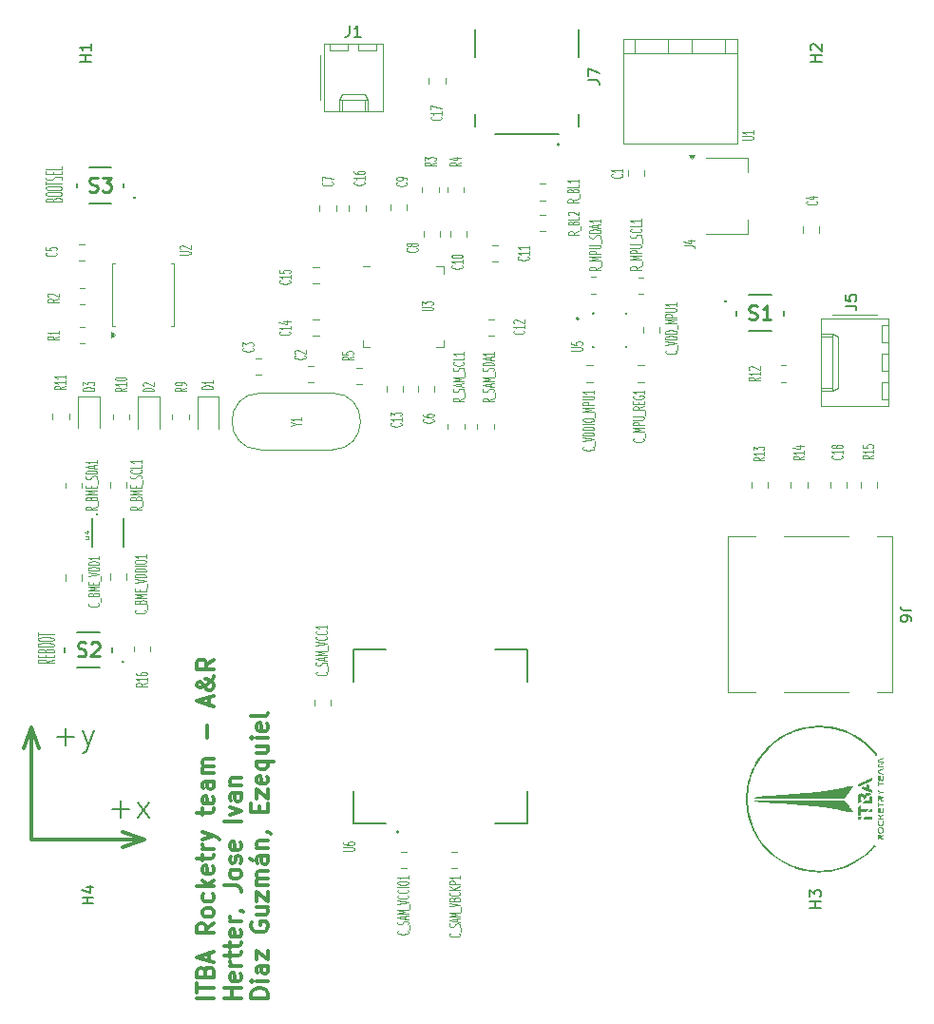
<source format=gto>
%TF.GenerationSoftware,KiCad,Pcbnew,9.0.1*%
%TF.CreationDate,2025-04-14T00:51:25-03:00*%
%TF.ProjectId,SRAD_computer,53524144-5f63-46f6-9d70-757465722e6b,rev?*%
%TF.SameCoordinates,Original*%
%TF.FileFunction,Legend,Top*%
%TF.FilePolarity,Positive*%
%FSLAX46Y46*%
G04 Gerber Fmt 4.6, Leading zero omitted, Abs format (unit mm)*
G04 Created by KiCad (PCBNEW 9.0.1) date 2025-04-14 00:51:25*
%MOMM*%
%LPD*%
G01*
G04 APERTURE LIST*
%ADD10C,0.300000*%
%ADD11C,0.200000*%
%ADD12C,0.125000*%
%ADD13C,0.150000*%
%ADD14C,0.254000*%
%ADD15C,0.080430*%
%ADD16C,0.120000*%
%ADD17C,0.127000*%
%ADD18C,0.000000*%
%ADD19C,0.100000*%
G04 APERTURE END LIST*
D10*
X58447980Y-98113291D02*
X57763940Y-99992676D01*
X58447980Y-98113291D02*
X59132020Y-99992676D01*
X68460000Y-108152984D02*
X66580615Y-108837024D01*
X68460000Y-108152984D02*
X66580615Y-107468944D01*
X58460000Y-108152984D02*
X68460000Y-108152984D01*
X58460000Y-108152984D02*
X58460000Y-98152984D01*
D11*
X65587768Y-105425917D02*
X67111578Y-105425917D01*
X66349673Y-106187822D02*
X66349673Y-104664012D01*
X67873482Y-106187822D02*
X68921101Y-104854488D01*
X67873482Y-104854488D02*
X68921101Y-106187822D01*
D12*
X60384214Y-51112049D02*
X60455642Y-51040621D01*
X60455642Y-51040621D02*
X60527071Y-51016811D01*
X60527071Y-51016811D02*
X60669928Y-50993002D01*
X60669928Y-50993002D02*
X60884214Y-50993002D01*
X60884214Y-50993002D02*
X61027071Y-51016811D01*
X61027071Y-51016811D02*
X61098500Y-51040621D01*
X61098500Y-51040621D02*
X61169928Y-51088240D01*
X61169928Y-51088240D02*
X61169928Y-51278716D01*
X61169928Y-51278716D02*
X59669928Y-51278716D01*
X59669928Y-51278716D02*
X59669928Y-51112049D01*
X59669928Y-51112049D02*
X59741357Y-51064430D01*
X59741357Y-51064430D02*
X59812785Y-51040621D01*
X59812785Y-51040621D02*
X59955642Y-51016811D01*
X59955642Y-51016811D02*
X60098500Y-51016811D01*
X60098500Y-51016811D02*
X60241357Y-51040621D01*
X60241357Y-51040621D02*
X60312785Y-51064430D01*
X60312785Y-51064430D02*
X60384214Y-51112049D01*
X60384214Y-51112049D02*
X60384214Y-51278716D01*
X59669928Y-50683478D02*
X59669928Y-50588240D01*
X59669928Y-50588240D02*
X59741357Y-50540621D01*
X59741357Y-50540621D02*
X59884214Y-50493002D01*
X59884214Y-50493002D02*
X60169928Y-50469192D01*
X60169928Y-50469192D02*
X60669928Y-50469192D01*
X60669928Y-50469192D02*
X60955642Y-50493002D01*
X60955642Y-50493002D02*
X61098500Y-50540621D01*
X61098500Y-50540621D02*
X61169928Y-50588240D01*
X61169928Y-50588240D02*
X61169928Y-50683478D01*
X61169928Y-50683478D02*
X61098500Y-50731097D01*
X61098500Y-50731097D02*
X60955642Y-50778716D01*
X60955642Y-50778716D02*
X60669928Y-50802525D01*
X60669928Y-50802525D02*
X60169928Y-50802525D01*
X60169928Y-50802525D02*
X59884214Y-50778716D01*
X59884214Y-50778716D02*
X59741357Y-50731097D01*
X59741357Y-50731097D02*
X59669928Y-50683478D01*
X59669928Y-50159668D02*
X59669928Y-50064430D01*
X59669928Y-50064430D02*
X59741357Y-50016811D01*
X59741357Y-50016811D02*
X59884214Y-49969192D01*
X59884214Y-49969192D02*
X60169928Y-49945382D01*
X60169928Y-49945382D02*
X60669928Y-49945382D01*
X60669928Y-49945382D02*
X60955642Y-49969192D01*
X60955642Y-49969192D02*
X61098500Y-50016811D01*
X61098500Y-50016811D02*
X61169928Y-50064430D01*
X61169928Y-50064430D02*
X61169928Y-50159668D01*
X61169928Y-50159668D02*
X61098500Y-50207287D01*
X61098500Y-50207287D02*
X60955642Y-50254906D01*
X60955642Y-50254906D02*
X60669928Y-50278715D01*
X60669928Y-50278715D02*
X60169928Y-50278715D01*
X60169928Y-50278715D02*
X59884214Y-50254906D01*
X59884214Y-50254906D02*
X59741357Y-50207287D01*
X59741357Y-50207287D02*
X59669928Y-50159668D01*
X59669928Y-49802524D02*
X59669928Y-49516810D01*
X61169928Y-49659667D02*
X59669928Y-49659667D01*
X61098500Y-49373953D02*
X61169928Y-49302525D01*
X61169928Y-49302525D02*
X61169928Y-49183477D01*
X61169928Y-49183477D02*
X61098500Y-49135858D01*
X61098500Y-49135858D02*
X61027071Y-49112049D01*
X61027071Y-49112049D02*
X60884214Y-49088239D01*
X60884214Y-49088239D02*
X60741357Y-49088239D01*
X60741357Y-49088239D02*
X60598500Y-49112049D01*
X60598500Y-49112049D02*
X60527071Y-49135858D01*
X60527071Y-49135858D02*
X60455642Y-49183477D01*
X60455642Y-49183477D02*
X60384214Y-49278715D01*
X60384214Y-49278715D02*
X60312785Y-49326334D01*
X60312785Y-49326334D02*
X60241357Y-49350144D01*
X60241357Y-49350144D02*
X60098500Y-49373953D01*
X60098500Y-49373953D02*
X59955642Y-49373953D01*
X59955642Y-49373953D02*
X59812785Y-49350144D01*
X59812785Y-49350144D02*
X59741357Y-49326334D01*
X59741357Y-49326334D02*
X59669928Y-49278715D01*
X59669928Y-49278715D02*
X59669928Y-49159668D01*
X59669928Y-49159668D02*
X59741357Y-49088239D01*
X60384214Y-48873954D02*
X60384214Y-48707287D01*
X61169928Y-48635859D02*
X61169928Y-48873954D01*
X61169928Y-48873954D02*
X59669928Y-48873954D01*
X59669928Y-48873954D02*
X59669928Y-48635859D01*
X61169928Y-48183478D02*
X61169928Y-48421573D01*
X61169928Y-48421573D02*
X59669928Y-48421573D01*
D11*
X60739788Y-98975609D02*
X62263598Y-98975609D01*
X61501693Y-99737514D02*
X61501693Y-98213704D01*
X63025502Y-98404180D02*
X63501692Y-99737514D01*
X63977883Y-98404180D02*
X63501692Y-99737514D01*
X63501692Y-99737514D02*
X63311216Y-100213704D01*
X63311216Y-100213704D02*
X63215978Y-100308942D01*
X63215978Y-100308942D02*
X63025502Y-100404180D01*
D12*
X60479928Y-92113002D02*
X59765642Y-92279668D01*
X60479928Y-92398716D02*
X58979928Y-92398716D01*
X58979928Y-92398716D02*
X58979928Y-92208240D01*
X58979928Y-92208240D02*
X59051357Y-92160621D01*
X59051357Y-92160621D02*
X59122785Y-92136811D01*
X59122785Y-92136811D02*
X59265642Y-92113002D01*
X59265642Y-92113002D02*
X59479928Y-92113002D01*
X59479928Y-92113002D02*
X59622785Y-92136811D01*
X59622785Y-92136811D02*
X59694214Y-92160621D01*
X59694214Y-92160621D02*
X59765642Y-92208240D01*
X59765642Y-92208240D02*
X59765642Y-92398716D01*
X59694214Y-91898716D02*
X59694214Y-91732049D01*
X60479928Y-91660621D02*
X60479928Y-91898716D01*
X60479928Y-91898716D02*
X58979928Y-91898716D01*
X58979928Y-91898716D02*
X58979928Y-91660621D01*
X59694214Y-91279668D02*
X59765642Y-91208240D01*
X59765642Y-91208240D02*
X59837071Y-91184430D01*
X59837071Y-91184430D02*
X59979928Y-91160621D01*
X59979928Y-91160621D02*
X60194214Y-91160621D01*
X60194214Y-91160621D02*
X60337071Y-91184430D01*
X60337071Y-91184430D02*
X60408500Y-91208240D01*
X60408500Y-91208240D02*
X60479928Y-91255859D01*
X60479928Y-91255859D02*
X60479928Y-91446335D01*
X60479928Y-91446335D02*
X58979928Y-91446335D01*
X58979928Y-91446335D02*
X58979928Y-91279668D01*
X58979928Y-91279668D02*
X59051357Y-91232049D01*
X59051357Y-91232049D02*
X59122785Y-91208240D01*
X59122785Y-91208240D02*
X59265642Y-91184430D01*
X59265642Y-91184430D02*
X59408500Y-91184430D01*
X59408500Y-91184430D02*
X59551357Y-91208240D01*
X59551357Y-91208240D02*
X59622785Y-91232049D01*
X59622785Y-91232049D02*
X59694214Y-91279668D01*
X59694214Y-91279668D02*
X59694214Y-91446335D01*
X58979928Y-90851097D02*
X58979928Y-90755859D01*
X58979928Y-90755859D02*
X59051357Y-90708240D01*
X59051357Y-90708240D02*
X59194214Y-90660621D01*
X59194214Y-90660621D02*
X59479928Y-90636811D01*
X59479928Y-90636811D02*
X59979928Y-90636811D01*
X59979928Y-90636811D02*
X60265642Y-90660621D01*
X60265642Y-90660621D02*
X60408500Y-90708240D01*
X60408500Y-90708240D02*
X60479928Y-90755859D01*
X60479928Y-90755859D02*
X60479928Y-90851097D01*
X60479928Y-90851097D02*
X60408500Y-90898716D01*
X60408500Y-90898716D02*
X60265642Y-90946335D01*
X60265642Y-90946335D02*
X59979928Y-90970144D01*
X59979928Y-90970144D02*
X59479928Y-90970144D01*
X59479928Y-90970144D02*
X59194214Y-90946335D01*
X59194214Y-90946335D02*
X59051357Y-90898716D01*
X59051357Y-90898716D02*
X58979928Y-90851097D01*
X58979928Y-90327287D02*
X58979928Y-90232049D01*
X58979928Y-90232049D02*
X59051357Y-90184430D01*
X59051357Y-90184430D02*
X59194214Y-90136811D01*
X59194214Y-90136811D02*
X59479928Y-90113001D01*
X59479928Y-90113001D02*
X59979928Y-90113001D01*
X59979928Y-90113001D02*
X60265642Y-90136811D01*
X60265642Y-90136811D02*
X60408500Y-90184430D01*
X60408500Y-90184430D02*
X60479928Y-90232049D01*
X60479928Y-90232049D02*
X60479928Y-90327287D01*
X60479928Y-90327287D02*
X60408500Y-90374906D01*
X60408500Y-90374906D02*
X60265642Y-90422525D01*
X60265642Y-90422525D02*
X59979928Y-90446334D01*
X59979928Y-90446334D02*
X59479928Y-90446334D01*
X59479928Y-90446334D02*
X59194214Y-90422525D01*
X59194214Y-90422525D02*
X59051357Y-90374906D01*
X59051357Y-90374906D02*
X58979928Y-90327287D01*
X58979928Y-89970143D02*
X58979928Y-89684429D01*
X60479928Y-89827286D02*
X58979928Y-89827286D01*
D10*
X74680996Y-122225489D02*
X73180996Y-122225489D01*
X73180996Y-121725488D02*
X73180996Y-120868346D01*
X74680996Y-121296917D02*
X73180996Y-121296917D01*
X73895282Y-119868346D02*
X73966710Y-119654060D01*
X73966710Y-119654060D02*
X74038139Y-119582631D01*
X74038139Y-119582631D02*
X74180996Y-119511203D01*
X74180996Y-119511203D02*
X74395282Y-119511203D01*
X74395282Y-119511203D02*
X74538139Y-119582631D01*
X74538139Y-119582631D02*
X74609568Y-119654060D01*
X74609568Y-119654060D02*
X74680996Y-119796917D01*
X74680996Y-119796917D02*
X74680996Y-120368346D01*
X74680996Y-120368346D02*
X73180996Y-120368346D01*
X73180996Y-120368346D02*
X73180996Y-119868346D01*
X73180996Y-119868346D02*
X73252425Y-119725489D01*
X73252425Y-119725489D02*
X73323853Y-119654060D01*
X73323853Y-119654060D02*
X73466710Y-119582631D01*
X73466710Y-119582631D02*
X73609568Y-119582631D01*
X73609568Y-119582631D02*
X73752425Y-119654060D01*
X73752425Y-119654060D02*
X73823853Y-119725489D01*
X73823853Y-119725489D02*
X73895282Y-119868346D01*
X73895282Y-119868346D02*
X73895282Y-120368346D01*
X74252425Y-118939774D02*
X74252425Y-118225489D01*
X74680996Y-119082631D02*
X73180996Y-118582631D01*
X73180996Y-118582631D02*
X74680996Y-118082631D01*
X74680996Y-115582632D02*
X73966710Y-116082632D01*
X74680996Y-116439775D02*
X73180996Y-116439775D01*
X73180996Y-116439775D02*
X73180996Y-115868346D01*
X73180996Y-115868346D02*
X73252425Y-115725489D01*
X73252425Y-115725489D02*
X73323853Y-115654060D01*
X73323853Y-115654060D02*
X73466710Y-115582632D01*
X73466710Y-115582632D02*
X73680996Y-115582632D01*
X73680996Y-115582632D02*
X73823853Y-115654060D01*
X73823853Y-115654060D02*
X73895282Y-115725489D01*
X73895282Y-115725489D02*
X73966710Y-115868346D01*
X73966710Y-115868346D02*
X73966710Y-116439775D01*
X74680996Y-114725489D02*
X74609568Y-114868346D01*
X74609568Y-114868346D02*
X74538139Y-114939775D01*
X74538139Y-114939775D02*
X74395282Y-115011203D01*
X74395282Y-115011203D02*
X73966710Y-115011203D01*
X73966710Y-115011203D02*
X73823853Y-114939775D01*
X73823853Y-114939775D02*
X73752425Y-114868346D01*
X73752425Y-114868346D02*
X73680996Y-114725489D01*
X73680996Y-114725489D02*
X73680996Y-114511203D01*
X73680996Y-114511203D02*
X73752425Y-114368346D01*
X73752425Y-114368346D02*
X73823853Y-114296918D01*
X73823853Y-114296918D02*
X73966710Y-114225489D01*
X73966710Y-114225489D02*
X74395282Y-114225489D01*
X74395282Y-114225489D02*
X74538139Y-114296918D01*
X74538139Y-114296918D02*
X74609568Y-114368346D01*
X74609568Y-114368346D02*
X74680996Y-114511203D01*
X74680996Y-114511203D02*
X74680996Y-114725489D01*
X74609568Y-112939775D02*
X74680996Y-113082632D01*
X74680996Y-113082632D02*
X74680996Y-113368346D01*
X74680996Y-113368346D02*
X74609568Y-113511203D01*
X74609568Y-113511203D02*
X74538139Y-113582632D01*
X74538139Y-113582632D02*
X74395282Y-113654060D01*
X74395282Y-113654060D02*
X73966710Y-113654060D01*
X73966710Y-113654060D02*
X73823853Y-113582632D01*
X73823853Y-113582632D02*
X73752425Y-113511203D01*
X73752425Y-113511203D02*
X73680996Y-113368346D01*
X73680996Y-113368346D02*
X73680996Y-113082632D01*
X73680996Y-113082632D02*
X73752425Y-112939775D01*
X74680996Y-112296918D02*
X73180996Y-112296918D01*
X74109568Y-112154061D02*
X74680996Y-111725489D01*
X73680996Y-111725489D02*
X74252425Y-112296918D01*
X74609568Y-110511203D02*
X74680996Y-110654060D01*
X74680996Y-110654060D02*
X74680996Y-110939775D01*
X74680996Y-110939775D02*
X74609568Y-111082632D01*
X74609568Y-111082632D02*
X74466710Y-111154060D01*
X74466710Y-111154060D02*
X73895282Y-111154060D01*
X73895282Y-111154060D02*
X73752425Y-111082632D01*
X73752425Y-111082632D02*
X73680996Y-110939775D01*
X73680996Y-110939775D02*
X73680996Y-110654060D01*
X73680996Y-110654060D02*
X73752425Y-110511203D01*
X73752425Y-110511203D02*
X73895282Y-110439775D01*
X73895282Y-110439775D02*
X74038139Y-110439775D01*
X74038139Y-110439775D02*
X74180996Y-111154060D01*
X73680996Y-110011203D02*
X73680996Y-109439775D01*
X73180996Y-109796918D02*
X74466710Y-109796918D01*
X74466710Y-109796918D02*
X74609568Y-109725489D01*
X74609568Y-109725489D02*
X74680996Y-109582632D01*
X74680996Y-109582632D02*
X74680996Y-109439775D01*
X74680996Y-108939775D02*
X73680996Y-108939775D01*
X73966710Y-108939775D02*
X73823853Y-108868346D01*
X73823853Y-108868346D02*
X73752425Y-108796918D01*
X73752425Y-108796918D02*
X73680996Y-108654060D01*
X73680996Y-108654060D02*
X73680996Y-108511203D01*
X73680996Y-108154061D02*
X74680996Y-107796918D01*
X73680996Y-107439775D02*
X74680996Y-107796918D01*
X74680996Y-107796918D02*
X75038139Y-107939775D01*
X75038139Y-107939775D02*
X75109568Y-108011204D01*
X75109568Y-108011204D02*
X75180996Y-108154061D01*
X73680996Y-105939775D02*
X73680996Y-105368347D01*
X73180996Y-105725490D02*
X74466710Y-105725490D01*
X74466710Y-105725490D02*
X74609568Y-105654061D01*
X74609568Y-105654061D02*
X74680996Y-105511204D01*
X74680996Y-105511204D02*
X74680996Y-105368347D01*
X74609568Y-104296918D02*
X74680996Y-104439775D01*
X74680996Y-104439775D02*
X74680996Y-104725490D01*
X74680996Y-104725490D02*
X74609568Y-104868347D01*
X74609568Y-104868347D02*
X74466710Y-104939775D01*
X74466710Y-104939775D02*
X73895282Y-104939775D01*
X73895282Y-104939775D02*
X73752425Y-104868347D01*
X73752425Y-104868347D02*
X73680996Y-104725490D01*
X73680996Y-104725490D02*
X73680996Y-104439775D01*
X73680996Y-104439775D02*
X73752425Y-104296918D01*
X73752425Y-104296918D02*
X73895282Y-104225490D01*
X73895282Y-104225490D02*
X74038139Y-104225490D01*
X74038139Y-104225490D02*
X74180996Y-104939775D01*
X74680996Y-102939776D02*
X73895282Y-102939776D01*
X73895282Y-102939776D02*
X73752425Y-103011204D01*
X73752425Y-103011204D02*
X73680996Y-103154061D01*
X73680996Y-103154061D02*
X73680996Y-103439776D01*
X73680996Y-103439776D02*
X73752425Y-103582633D01*
X74609568Y-102939776D02*
X74680996Y-103082633D01*
X74680996Y-103082633D02*
X74680996Y-103439776D01*
X74680996Y-103439776D02*
X74609568Y-103582633D01*
X74609568Y-103582633D02*
X74466710Y-103654061D01*
X74466710Y-103654061D02*
X74323853Y-103654061D01*
X74323853Y-103654061D02*
X74180996Y-103582633D01*
X74180996Y-103582633D02*
X74109568Y-103439776D01*
X74109568Y-103439776D02*
X74109568Y-103082633D01*
X74109568Y-103082633D02*
X74038139Y-102939776D01*
X74680996Y-102225490D02*
X73680996Y-102225490D01*
X73823853Y-102225490D02*
X73752425Y-102154061D01*
X73752425Y-102154061D02*
X73680996Y-102011204D01*
X73680996Y-102011204D02*
X73680996Y-101796918D01*
X73680996Y-101796918D02*
X73752425Y-101654061D01*
X73752425Y-101654061D02*
X73895282Y-101582633D01*
X73895282Y-101582633D02*
X74680996Y-101582633D01*
X73895282Y-101582633D02*
X73752425Y-101511204D01*
X73752425Y-101511204D02*
X73680996Y-101368347D01*
X73680996Y-101368347D02*
X73680996Y-101154061D01*
X73680996Y-101154061D02*
X73752425Y-101011204D01*
X73752425Y-101011204D02*
X73895282Y-100939775D01*
X73895282Y-100939775D02*
X74680996Y-100939775D01*
X74109568Y-99082633D02*
X74109568Y-97939776D01*
X74252425Y-96154061D02*
X74252425Y-95439776D01*
X74680996Y-96296918D02*
X73180996Y-95796918D01*
X73180996Y-95796918D02*
X74680996Y-95296918D01*
X74680996Y-93582633D02*
X74680996Y-93654062D01*
X74680996Y-93654062D02*
X74609568Y-93796919D01*
X74609568Y-93796919D02*
X74395282Y-94011204D01*
X74395282Y-94011204D02*
X73966710Y-94368347D01*
X73966710Y-94368347D02*
X73752425Y-94511204D01*
X73752425Y-94511204D02*
X73538139Y-94582633D01*
X73538139Y-94582633D02*
X73395282Y-94582633D01*
X73395282Y-94582633D02*
X73252425Y-94511204D01*
X73252425Y-94511204D02*
X73180996Y-94368347D01*
X73180996Y-94368347D02*
X73180996Y-94296919D01*
X73180996Y-94296919D02*
X73252425Y-94154062D01*
X73252425Y-94154062D02*
X73395282Y-94082633D01*
X73395282Y-94082633D02*
X73466710Y-94082633D01*
X73466710Y-94082633D02*
X73609568Y-94154062D01*
X73609568Y-94154062D02*
X73680996Y-94225490D01*
X73680996Y-94225490D02*
X73966710Y-94654062D01*
X73966710Y-94654062D02*
X74038139Y-94725490D01*
X74038139Y-94725490D02*
X74180996Y-94796919D01*
X74180996Y-94796919D02*
X74395282Y-94796919D01*
X74395282Y-94796919D02*
X74538139Y-94725490D01*
X74538139Y-94725490D02*
X74609568Y-94654062D01*
X74609568Y-94654062D02*
X74680996Y-94511204D01*
X74680996Y-94511204D02*
X74680996Y-94296919D01*
X74680996Y-94296919D02*
X74609568Y-94154062D01*
X74609568Y-94154062D02*
X74538139Y-94082633D01*
X74538139Y-94082633D02*
X74252425Y-93868347D01*
X74252425Y-93868347D02*
X74038139Y-93796919D01*
X74038139Y-93796919D02*
X73895282Y-93796919D01*
X74680996Y-92082633D02*
X73966710Y-92582633D01*
X74680996Y-92939776D02*
X73180996Y-92939776D01*
X73180996Y-92939776D02*
X73180996Y-92368347D01*
X73180996Y-92368347D02*
X73252425Y-92225490D01*
X73252425Y-92225490D02*
X73323853Y-92154061D01*
X73323853Y-92154061D02*
X73466710Y-92082633D01*
X73466710Y-92082633D02*
X73680996Y-92082633D01*
X73680996Y-92082633D02*
X73823853Y-92154061D01*
X73823853Y-92154061D02*
X73895282Y-92225490D01*
X73895282Y-92225490D02*
X73966710Y-92368347D01*
X73966710Y-92368347D02*
X73966710Y-92939776D01*
X77095912Y-122225489D02*
X75595912Y-122225489D01*
X76310198Y-122225489D02*
X76310198Y-121368346D01*
X77095912Y-121368346D02*
X75595912Y-121368346D01*
X77024484Y-120082631D02*
X77095912Y-120225488D01*
X77095912Y-120225488D02*
X77095912Y-120511203D01*
X77095912Y-120511203D02*
X77024484Y-120654060D01*
X77024484Y-120654060D02*
X76881626Y-120725488D01*
X76881626Y-120725488D02*
X76310198Y-120725488D01*
X76310198Y-120725488D02*
X76167341Y-120654060D01*
X76167341Y-120654060D02*
X76095912Y-120511203D01*
X76095912Y-120511203D02*
X76095912Y-120225488D01*
X76095912Y-120225488D02*
X76167341Y-120082631D01*
X76167341Y-120082631D02*
X76310198Y-120011203D01*
X76310198Y-120011203D02*
X76453055Y-120011203D01*
X76453055Y-120011203D02*
X76595912Y-120725488D01*
X77095912Y-119368346D02*
X76095912Y-119368346D01*
X76381626Y-119368346D02*
X76238769Y-119296917D01*
X76238769Y-119296917D02*
X76167341Y-119225489D01*
X76167341Y-119225489D02*
X76095912Y-119082631D01*
X76095912Y-119082631D02*
X76095912Y-118939774D01*
X76095912Y-118654060D02*
X76095912Y-118082632D01*
X75595912Y-118439775D02*
X76881626Y-118439775D01*
X76881626Y-118439775D02*
X77024484Y-118368346D01*
X77024484Y-118368346D02*
X77095912Y-118225489D01*
X77095912Y-118225489D02*
X77095912Y-118082632D01*
X76095912Y-117796917D02*
X76095912Y-117225489D01*
X75595912Y-117582632D02*
X76881626Y-117582632D01*
X76881626Y-117582632D02*
X77024484Y-117511203D01*
X77024484Y-117511203D02*
X77095912Y-117368346D01*
X77095912Y-117368346D02*
X77095912Y-117225489D01*
X77024484Y-116154060D02*
X77095912Y-116296917D01*
X77095912Y-116296917D02*
X77095912Y-116582632D01*
X77095912Y-116582632D02*
X77024484Y-116725489D01*
X77024484Y-116725489D02*
X76881626Y-116796917D01*
X76881626Y-116796917D02*
X76310198Y-116796917D01*
X76310198Y-116796917D02*
X76167341Y-116725489D01*
X76167341Y-116725489D02*
X76095912Y-116582632D01*
X76095912Y-116582632D02*
X76095912Y-116296917D01*
X76095912Y-116296917D02*
X76167341Y-116154060D01*
X76167341Y-116154060D02*
X76310198Y-116082632D01*
X76310198Y-116082632D02*
X76453055Y-116082632D01*
X76453055Y-116082632D02*
X76595912Y-116796917D01*
X77095912Y-115439775D02*
X76095912Y-115439775D01*
X76381626Y-115439775D02*
X76238769Y-115368346D01*
X76238769Y-115368346D02*
X76167341Y-115296918D01*
X76167341Y-115296918D02*
X76095912Y-115154060D01*
X76095912Y-115154060D02*
X76095912Y-115011203D01*
X77024484Y-114439775D02*
X77095912Y-114439775D01*
X77095912Y-114439775D02*
X77238769Y-114511204D01*
X77238769Y-114511204D02*
X77310198Y-114582632D01*
X75595912Y-112225489D02*
X76667341Y-112225489D01*
X76667341Y-112225489D02*
X76881626Y-112296918D01*
X76881626Y-112296918D02*
X77024484Y-112439775D01*
X77024484Y-112439775D02*
X77095912Y-112654061D01*
X77095912Y-112654061D02*
X77095912Y-112796918D01*
X77095912Y-111296918D02*
X77024484Y-111439775D01*
X77024484Y-111439775D02*
X76953055Y-111511204D01*
X76953055Y-111511204D02*
X76810198Y-111582632D01*
X76810198Y-111582632D02*
X76381626Y-111582632D01*
X76381626Y-111582632D02*
X76238769Y-111511204D01*
X76238769Y-111511204D02*
X76167341Y-111439775D01*
X76167341Y-111439775D02*
X76095912Y-111296918D01*
X76095912Y-111296918D02*
X76095912Y-111082632D01*
X76095912Y-111082632D02*
X76167341Y-110939775D01*
X76167341Y-110939775D02*
X76238769Y-110868347D01*
X76238769Y-110868347D02*
X76381626Y-110796918D01*
X76381626Y-110796918D02*
X76810198Y-110796918D01*
X76810198Y-110796918D02*
X76953055Y-110868347D01*
X76953055Y-110868347D02*
X77024484Y-110939775D01*
X77024484Y-110939775D02*
X77095912Y-111082632D01*
X77095912Y-111082632D02*
X77095912Y-111296918D01*
X77024484Y-110225489D02*
X77095912Y-110082632D01*
X77095912Y-110082632D02*
X77095912Y-109796918D01*
X77095912Y-109796918D02*
X77024484Y-109654061D01*
X77024484Y-109654061D02*
X76881626Y-109582632D01*
X76881626Y-109582632D02*
X76810198Y-109582632D01*
X76810198Y-109582632D02*
X76667341Y-109654061D01*
X76667341Y-109654061D02*
X76595912Y-109796918D01*
X76595912Y-109796918D02*
X76595912Y-110011204D01*
X76595912Y-110011204D02*
X76524484Y-110154061D01*
X76524484Y-110154061D02*
X76381626Y-110225489D01*
X76381626Y-110225489D02*
X76310198Y-110225489D01*
X76310198Y-110225489D02*
X76167341Y-110154061D01*
X76167341Y-110154061D02*
X76095912Y-110011204D01*
X76095912Y-110011204D02*
X76095912Y-109796918D01*
X76095912Y-109796918D02*
X76167341Y-109654061D01*
X77024484Y-108368346D02*
X77095912Y-108511203D01*
X77095912Y-108511203D02*
X77095912Y-108796918D01*
X77095912Y-108796918D02*
X77024484Y-108939775D01*
X77024484Y-108939775D02*
X76881626Y-109011203D01*
X76881626Y-109011203D02*
X76310198Y-109011203D01*
X76310198Y-109011203D02*
X76167341Y-108939775D01*
X76167341Y-108939775D02*
X76095912Y-108796918D01*
X76095912Y-108796918D02*
X76095912Y-108511203D01*
X76095912Y-108511203D02*
X76167341Y-108368346D01*
X76167341Y-108368346D02*
X76310198Y-108296918D01*
X76310198Y-108296918D02*
X76453055Y-108296918D01*
X76453055Y-108296918D02*
X76595912Y-109011203D01*
X77095912Y-106511204D02*
X75595912Y-106511204D01*
X76095912Y-105939775D02*
X77095912Y-105582632D01*
X77095912Y-105582632D02*
X76095912Y-105225489D01*
X77095912Y-104011204D02*
X76310198Y-104011204D01*
X76310198Y-104011204D02*
X76167341Y-104082632D01*
X76167341Y-104082632D02*
X76095912Y-104225489D01*
X76095912Y-104225489D02*
X76095912Y-104511204D01*
X76095912Y-104511204D02*
X76167341Y-104654061D01*
X77024484Y-104011204D02*
X77095912Y-104154061D01*
X77095912Y-104154061D02*
X77095912Y-104511204D01*
X77095912Y-104511204D02*
X77024484Y-104654061D01*
X77024484Y-104654061D02*
X76881626Y-104725489D01*
X76881626Y-104725489D02*
X76738769Y-104725489D01*
X76738769Y-104725489D02*
X76595912Y-104654061D01*
X76595912Y-104654061D02*
X76524484Y-104511204D01*
X76524484Y-104511204D02*
X76524484Y-104154061D01*
X76524484Y-104154061D02*
X76453055Y-104011204D01*
X76095912Y-103296918D02*
X77095912Y-103296918D01*
X76238769Y-103296918D02*
X76167341Y-103225489D01*
X76167341Y-103225489D02*
X76095912Y-103082632D01*
X76095912Y-103082632D02*
X76095912Y-102868346D01*
X76095912Y-102868346D02*
X76167341Y-102725489D01*
X76167341Y-102725489D02*
X76310198Y-102654061D01*
X76310198Y-102654061D02*
X77095912Y-102654061D01*
X79510828Y-122225489D02*
X78010828Y-122225489D01*
X78010828Y-122225489D02*
X78010828Y-121868346D01*
X78010828Y-121868346D02*
X78082257Y-121654060D01*
X78082257Y-121654060D02*
X78225114Y-121511203D01*
X78225114Y-121511203D02*
X78367971Y-121439774D01*
X78367971Y-121439774D02*
X78653685Y-121368346D01*
X78653685Y-121368346D02*
X78867971Y-121368346D01*
X78867971Y-121368346D02*
X79153685Y-121439774D01*
X79153685Y-121439774D02*
X79296542Y-121511203D01*
X79296542Y-121511203D02*
X79439400Y-121654060D01*
X79439400Y-121654060D02*
X79510828Y-121868346D01*
X79510828Y-121868346D02*
X79510828Y-122225489D01*
X79510828Y-120725489D02*
X78510828Y-120725489D01*
X78010828Y-120725489D02*
X78082257Y-120796917D01*
X78082257Y-120796917D02*
X78153685Y-120725489D01*
X78153685Y-120725489D02*
X78082257Y-120654060D01*
X78082257Y-120654060D02*
X78010828Y-120725489D01*
X78010828Y-120725489D02*
X78153685Y-120725489D01*
X79510828Y-119368346D02*
X78725114Y-119368346D01*
X78725114Y-119368346D02*
X78582257Y-119439774D01*
X78582257Y-119439774D02*
X78510828Y-119582631D01*
X78510828Y-119582631D02*
X78510828Y-119868346D01*
X78510828Y-119868346D02*
X78582257Y-120011203D01*
X79439400Y-119368346D02*
X79510828Y-119511203D01*
X79510828Y-119511203D02*
X79510828Y-119868346D01*
X79510828Y-119868346D02*
X79439400Y-120011203D01*
X79439400Y-120011203D02*
X79296542Y-120082631D01*
X79296542Y-120082631D02*
X79153685Y-120082631D01*
X79153685Y-120082631D02*
X79010828Y-120011203D01*
X79010828Y-120011203D02*
X78939400Y-119868346D01*
X78939400Y-119868346D02*
X78939400Y-119511203D01*
X78939400Y-119511203D02*
X78867971Y-119368346D01*
X78510828Y-118796917D02*
X78510828Y-118011203D01*
X78510828Y-118011203D02*
X79510828Y-118796917D01*
X79510828Y-118796917D02*
X79510828Y-118011203D01*
X78082257Y-115511202D02*
X78010828Y-115654060D01*
X78010828Y-115654060D02*
X78010828Y-115868345D01*
X78010828Y-115868345D02*
X78082257Y-116082631D01*
X78082257Y-116082631D02*
X78225114Y-116225488D01*
X78225114Y-116225488D02*
X78367971Y-116296917D01*
X78367971Y-116296917D02*
X78653685Y-116368345D01*
X78653685Y-116368345D02*
X78867971Y-116368345D01*
X78867971Y-116368345D02*
X79153685Y-116296917D01*
X79153685Y-116296917D02*
X79296542Y-116225488D01*
X79296542Y-116225488D02*
X79439400Y-116082631D01*
X79439400Y-116082631D02*
X79510828Y-115868345D01*
X79510828Y-115868345D02*
X79510828Y-115725488D01*
X79510828Y-115725488D02*
X79439400Y-115511202D01*
X79439400Y-115511202D02*
X79367971Y-115439774D01*
X79367971Y-115439774D02*
X78867971Y-115439774D01*
X78867971Y-115439774D02*
X78867971Y-115725488D01*
X78510828Y-114154060D02*
X79510828Y-114154060D01*
X78510828Y-114796917D02*
X79296542Y-114796917D01*
X79296542Y-114796917D02*
X79439400Y-114725488D01*
X79439400Y-114725488D02*
X79510828Y-114582631D01*
X79510828Y-114582631D02*
X79510828Y-114368345D01*
X79510828Y-114368345D02*
X79439400Y-114225488D01*
X79439400Y-114225488D02*
X79367971Y-114154060D01*
X78510828Y-113582631D02*
X78510828Y-112796917D01*
X78510828Y-112796917D02*
X79510828Y-113582631D01*
X79510828Y-113582631D02*
X79510828Y-112796917D01*
X79510828Y-112225488D02*
X78510828Y-112225488D01*
X78653685Y-112225488D02*
X78582257Y-112154059D01*
X78582257Y-112154059D02*
X78510828Y-112011202D01*
X78510828Y-112011202D02*
X78510828Y-111796916D01*
X78510828Y-111796916D02*
X78582257Y-111654059D01*
X78582257Y-111654059D02*
X78725114Y-111582631D01*
X78725114Y-111582631D02*
X79510828Y-111582631D01*
X78725114Y-111582631D02*
X78582257Y-111511202D01*
X78582257Y-111511202D02*
X78510828Y-111368345D01*
X78510828Y-111368345D02*
X78510828Y-111154059D01*
X78510828Y-111154059D02*
X78582257Y-111011202D01*
X78582257Y-111011202D02*
X78725114Y-110939773D01*
X78725114Y-110939773D02*
X79510828Y-110939773D01*
X79510828Y-109582631D02*
X78725114Y-109582631D01*
X78725114Y-109582631D02*
X78582257Y-109654059D01*
X78582257Y-109654059D02*
X78510828Y-109796916D01*
X78510828Y-109796916D02*
X78510828Y-110082631D01*
X78510828Y-110082631D02*
X78582257Y-110225488D01*
X79439400Y-109582631D02*
X79510828Y-109725488D01*
X79510828Y-109725488D02*
X79510828Y-110082631D01*
X79510828Y-110082631D02*
X79439400Y-110225488D01*
X79439400Y-110225488D02*
X79296542Y-110296916D01*
X79296542Y-110296916D02*
X79153685Y-110296916D01*
X79153685Y-110296916D02*
X79010828Y-110225488D01*
X79010828Y-110225488D02*
X78939400Y-110082631D01*
X78939400Y-110082631D02*
X78939400Y-109725488D01*
X78939400Y-109725488D02*
X78867971Y-109582631D01*
X77939400Y-109796916D02*
X78153685Y-110011202D01*
X78510828Y-108868345D02*
X79510828Y-108868345D01*
X78653685Y-108868345D02*
X78582257Y-108796916D01*
X78582257Y-108796916D02*
X78510828Y-108654059D01*
X78510828Y-108654059D02*
X78510828Y-108439773D01*
X78510828Y-108439773D02*
X78582257Y-108296916D01*
X78582257Y-108296916D02*
X78725114Y-108225488D01*
X78725114Y-108225488D02*
X79510828Y-108225488D01*
X79439400Y-107439773D02*
X79510828Y-107439773D01*
X79510828Y-107439773D02*
X79653685Y-107511202D01*
X79653685Y-107511202D02*
X79725114Y-107582630D01*
X78725114Y-105654059D02*
X78725114Y-105154059D01*
X79510828Y-104939773D02*
X79510828Y-105654059D01*
X79510828Y-105654059D02*
X78010828Y-105654059D01*
X78010828Y-105654059D02*
X78010828Y-104939773D01*
X78510828Y-104439773D02*
X78510828Y-103654059D01*
X78510828Y-103654059D02*
X79510828Y-104439773D01*
X79510828Y-104439773D02*
X79510828Y-103654059D01*
X79439400Y-102511201D02*
X79510828Y-102654058D01*
X79510828Y-102654058D02*
X79510828Y-102939773D01*
X79510828Y-102939773D02*
X79439400Y-103082630D01*
X79439400Y-103082630D02*
X79296542Y-103154058D01*
X79296542Y-103154058D02*
X78725114Y-103154058D01*
X78725114Y-103154058D02*
X78582257Y-103082630D01*
X78582257Y-103082630D02*
X78510828Y-102939773D01*
X78510828Y-102939773D02*
X78510828Y-102654058D01*
X78510828Y-102654058D02*
X78582257Y-102511201D01*
X78582257Y-102511201D02*
X78725114Y-102439773D01*
X78725114Y-102439773D02*
X78867971Y-102439773D01*
X78867971Y-102439773D02*
X79010828Y-103154058D01*
X78510828Y-101154059D02*
X80010828Y-101154059D01*
X79439400Y-101154059D02*
X79510828Y-101296916D01*
X79510828Y-101296916D02*
X79510828Y-101582630D01*
X79510828Y-101582630D02*
X79439400Y-101725487D01*
X79439400Y-101725487D02*
X79367971Y-101796916D01*
X79367971Y-101796916D02*
X79225114Y-101868344D01*
X79225114Y-101868344D02*
X78796542Y-101868344D01*
X78796542Y-101868344D02*
X78653685Y-101796916D01*
X78653685Y-101796916D02*
X78582257Y-101725487D01*
X78582257Y-101725487D02*
X78510828Y-101582630D01*
X78510828Y-101582630D02*
X78510828Y-101296916D01*
X78510828Y-101296916D02*
X78582257Y-101154059D01*
X78510828Y-99796916D02*
X79510828Y-99796916D01*
X78510828Y-100439773D02*
X79296542Y-100439773D01*
X79296542Y-100439773D02*
X79439400Y-100368344D01*
X79439400Y-100368344D02*
X79510828Y-100225487D01*
X79510828Y-100225487D02*
X79510828Y-100011201D01*
X79510828Y-100011201D02*
X79439400Y-99868344D01*
X79439400Y-99868344D02*
X79367971Y-99796916D01*
X79510828Y-99082630D02*
X78510828Y-99082630D01*
X78010828Y-99082630D02*
X78082257Y-99154058D01*
X78082257Y-99154058D02*
X78153685Y-99082630D01*
X78153685Y-99082630D02*
X78082257Y-99011201D01*
X78082257Y-99011201D02*
X78010828Y-99082630D01*
X78010828Y-99082630D02*
X78153685Y-99082630D01*
X79439400Y-97796915D02*
X79510828Y-97939772D01*
X79510828Y-97939772D02*
X79510828Y-98225487D01*
X79510828Y-98225487D02*
X79439400Y-98368344D01*
X79439400Y-98368344D02*
X79296542Y-98439772D01*
X79296542Y-98439772D02*
X78725114Y-98439772D01*
X78725114Y-98439772D02*
X78582257Y-98368344D01*
X78582257Y-98368344D02*
X78510828Y-98225487D01*
X78510828Y-98225487D02*
X78510828Y-97939772D01*
X78510828Y-97939772D02*
X78582257Y-97796915D01*
X78582257Y-97796915D02*
X78725114Y-97725487D01*
X78725114Y-97725487D02*
X78867971Y-97725487D01*
X78867971Y-97725487D02*
X79010828Y-98439772D01*
X79510828Y-96868344D02*
X79439400Y-97011201D01*
X79439400Y-97011201D02*
X79296542Y-97082630D01*
X79296542Y-97082630D02*
X78010828Y-97082630D01*
D12*
X69336119Y-68192031D02*
X68336119Y-68192031D01*
X68336119Y-68192031D02*
X68336119Y-68072983D01*
X68336119Y-68072983D02*
X68383738Y-68001555D01*
X68383738Y-68001555D02*
X68478976Y-67953936D01*
X68478976Y-67953936D02*
X68574214Y-67930126D01*
X68574214Y-67930126D02*
X68764690Y-67906317D01*
X68764690Y-67906317D02*
X68907547Y-67906317D01*
X68907547Y-67906317D02*
X69098023Y-67930126D01*
X69098023Y-67930126D02*
X69193261Y-67953936D01*
X69193261Y-67953936D02*
X69288500Y-68001555D01*
X69288500Y-68001555D02*
X69336119Y-68072983D01*
X69336119Y-68072983D02*
X69336119Y-68192031D01*
X68431357Y-67715840D02*
X68383738Y-67692031D01*
X68383738Y-67692031D02*
X68336119Y-67644412D01*
X68336119Y-67644412D02*
X68336119Y-67525364D01*
X68336119Y-67525364D02*
X68383738Y-67477745D01*
X68383738Y-67477745D02*
X68431357Y-67453936D01*
X68431357Y-67453936D02*
X68526595Y-67430126D01*
X68526595Y-67430126D02*
X68621833Y-67430126D01*
X68621833Y-67430126D02*
X68764690Y-67453936D01*
X68764690Y-67453936D02*
X69336119Y-67739650D01*
X69336119Y-67739650D02*
X69336119Y-67430126D01*
X68541587Y-87697619D02*
X68589207Y-87721428D01*
X68589207Y-87721428D02*
X68636826Y-87792857D01*
X68636826Y-87792857D02*
X68636826Y-87840476D01*
X68636826Y-87840476D02*
X68589207Y-87911904D01*
X68589207Y-87911904D02*
X68493968Y-87959523D01*
X68493968Y-87959523D02*
X68398730Y-87983333D01*
X68398730Y-87983333D02*
X68208254Y-88007142D01*
X68208254Y-88007142D02*
X68065397Y-88007142D01*
X68065397Y-88007142D02*
X67874921Y-87983333D01*
X67874921Y-87983333D02*
X67779683Y-87959523D01*
X67779683Y-87959523D02*
X67684445Y-87911904D01*
X67684445Y-87911904D02*
X67636826Y-87840476D01*
X67636826Y-87840476D02*
X67636826Y-87792857D01*
X67636826Y-87792857D02*
X67684445Y-87721428D01*
X67684445Y-87721428D02*
X67732064Y-87697619D01*
X68732064Y-87602381D02*
X68732064Y-87221428D01*
X68113016Y-86935714D02*
X68160635Y-86864286D01*
X68160635Y-86864286D02*
X68208254Y-86840476D01*
X68208254Y-86840476D02*
X68303492Y-86816667D01*
X68303492Y-86816667D02*
X68446349Y-86816667D01*
X68446349Y-86816667D02*
X68541587Y-86840476D01*
X68541587Y-86840476D02*
X68589207Y-86864286D01*
X68589207Y-86864286D02*
X68636826Y-86911905D01*
X68636826Y-86911905D02*
X68636826Y-87102381D01*
X68636826Y-87102381D02*
X67636826Y-87102381D01*
X67636826Y-87102381D02*
X67636826Y-86935714D01*
X67636826Y-86935714D02*
X67684445Y-86888095D01*
X67684445Y-86888095D02*
X67732064Y-86864286D01*
X67732064Y-86864286D02*
X67827302Y-86840476D01*
X67827302Y-86840476D02*
X67922540Y-86840476D01*
X67922540Y-86840476D02*
X68017778Y-86864286D01*
X68017778Y-86864286D02*
X68065397Y-86888095D01*
X68065397Y-86888095D02*
X68113016Y-86935714D01*
X68113016Y-86935714D02*
X68113016Y-87102381D01*
X68636826Y-86602381D02*
X67636826Y-86602381D01*
X67636826Y-86602381D02*
X68351111Y-86435714D01*
X68351111Y-86435714D02*
X67636826Y-86269048D01*
X67636826Y-86269048D02*
X68636826Y-86269048D01*
X68113016Y-86030952D02*
X68113016Y-85864285D01*
X68636826Y-85792857D02*
X68636826Y-86030952D01*
X68636826Y-86030952D02*
X67636826Y-86030952D01*
X67636826Y-86030952D02*
X67636826Y-85792857D01*
X68732064Y-85697619D02*
X68732064Y-85316666D01*
X67636826Y-85269047D02*
X68636826Y-85102381D01*
X68636826Y-85102381D02*
X67636826Y-84935714D01*
X68636826Y-84769048D02*
X67636826Y-84769048D01*
X67636826Y-84769048D02*
X67636826Y-84650000D01*
X67636826Y-84650000D02*
X67684445Y-84578572D01*
X67684445Y-84578572D02*
X67779683Y-84530953D01*
X67779683Y-84530953D02*
X67874921Y-84507143D01*
X67874921Y-84507143D02*
X68065397Y-84483334D01*
X68065397Y-84483334D02*
X68208254Y-84483334D01*
X68208254Y-84483334D02*
X68398730Y-84507143D01*
X68398730Y-84507143D02*
X68493968Y-84530953D01*
X68493968Y-84530953D02*
X68589207Y-84578572D01*
X68589207Y-84578572D02*
X68636826Y-84650000D01*
X68636826Y-84650000D02*
X68636826Y-84769048D01*
X68636826Y-84269048D02*
X67636826Y-84269048D01*
X67636826Y-84269048D02*
X67636826Y-84150000D01*
X67636826Y-84150000D02*
X67684445Y-84078572D01*
X67684445Y-84078572D02*
X67779683Y-84030953D01*
X67779683Y-84030953D02*
X67874921Y-84007143D01*
X67874921Y-84007143D02*
X68065397Y-83983334D01*
X68065397Y-83983334D02*
X68208254Y-83983334D01*
X68208254Y-83983334D02*
X68398730Y-84007143D01*
X68398730Y-84007143D02*
X68493968Y-84030953D01*
X68493968Y-84030953D02*
X68589207Y-84078572D01*
X68589207Y-84078572D02*
X68636826Y-84150000D01*
X68636826Y-84150000D02*
X68636826Y-84269048D01*
X68636826Y-83769048D02*
X67636826Y-83769048D01*
X67636826Y-83435715D02*
X67636826Y-83340477D01*
X67636826Y-83340477D02*
X67684445Y-83292858D01*
X67684445Y-83292858D02*
X67779683Y-83245239D01*
X67779683Y-83245239D02*
X67970159Y-83221429D01*
X67970159Y-83221429D02*
X68303492Y-83221429D01*
X68303492Y-83221429D02*
X68493968Y-83245239D01*
X68493968Y-83245239D02*
X68589207Y-83292858D01*
X68589207Y-83292858D02*
X68636826Y-83340477D01*
X68636826Y-83340477D02*
X68636826Y-83435715D01*
X68636826Y-83435715D02*
X68589207Y-83483334D01*
X68589207Y-83483334D02*
X68493968Y-83530953D01*
X68493968Y-83530953D02*
X68303492Y-83554762D01*
X68303492Y-83554762D02*
X67970159Y-83554762D01*
X67970159Y-83554762D02*
X67779683Y-83530953D01*
X67779683Y-83530953D02*
X67684445Y-83483334D01*
X67684445Y-83483334D02*
X67636826Y-83435715D01*
X68636826Y-82745238D02*
X68636826Y-83030952D01*
X68636826Y-82888095D02*
X67636826Y-82888095D01*
X67636826Y-82888095D02*
X67779683Y-82935714D01*
X67779683Y-82935714D02*
X67874921Y-82983333D01*
X67874921Y-82983333D02*
X67922540Y-83030952D01*
X92750880Y-55473333D02*
X92798500Y-55497142D01*
X92798500Y-55497142D02*
X92846119Y-55568571D01*
X92846119Y-55568571D02*
X92846119Y-55616190D01*
X92846119Y-55616190D02*
X92798500Y-55687618D01*
X92798500Y-55687618D02*
X92703261Y-55735237D01*
X92703261Y-55735237D02*
X92608023Y-55759047D01*
X92608023Y-55759047D02*
X92417547Y-55782856D01*
X92417547Y-55782856D02*
X92274690Y-55782856D01*
X92274690Y-55782856D02*
X92084214Y-55759047D01*
X92084214Y-55759047D02*
X91988976Y-55735237D01*
X91988976Y-55735237D02*
X91893738Y-55687618D01*
X91893738Y-55687618D02*
X91846119Y-55616190D01*
X91846119Y-55616190D02*
X91846119Y-55568571D01*
X91846119Y-55568571D02*
X91893738Y-55497142D01*
X91893738Y-55497142D02*
X91941357Y-55473333D01*
X92274690Y-55187618D02*
X92227071Y-55235237D01*
X92227071Y-55235237D02*
X92179452Y-55259047D01*
X92179452Y-55259047D02*
X92084214Y-55282856D01*
X92084214Y-55282856D02*
X92036595Y-55282856D01*
X92036595Y-55282856D02*
X91941357Y-55259047D01*
X91941357Y-55259047D02*
X91893738Y-55235237D01*
X91893738Y-55235237D02*
X91846119Y-55187618D01*
X91846119Y-55187618D02*
X91846119Y-55092380D01*
X91846119Y-55092380D02*
X91893738Y-55044761D01*
X91893738Y-55044761D02*
X91941357Y-55020952D01*
X91941357Y-55020952D02*
X92036595Y-54997142D01*
X92036595Y-54997142D02*
X92084214Y-54997142D01*
X92084214Y-54997142D02*
X92179452Y-55020952D01*
X92179452Y-55020952D02*
X92227071Y-55044761D01*
X92227071Y-55044761D02*
X92274690Y-55092380D01*
X92274690Y-55092380D02*
X92274690Y-55187618D01*
X92274690Y-55187618D02*
X92322309Y-55235237D01*
X92322309Y-55235237D02*
X92369928Y-55259047D01*
X92369928Y-55259047D02*
X92465166Y-55282856D01*
X92465166Y-55282856D02*
X92655642Y-55282856D01*
X92655642Y-55282856D02*
X92750880Y-55259047D01*
X92750880Y-55259047D02*
X92798500Y-55235237D01*
X92798500Y-55235237D02*
X92846119Y-55187618D01*
X92846119Y-55187618D02*
X92846119Y-55092380D01*
X92846119Y-55092380D02*
X92798500Y-55044761D01*
X92798500Y-55044761D02*
X92750880Y-55020952D01*
X92750880Y-55020952D02*
X92655642Y-54997142D01*
X92655642Y-54997142D02*
X92465166Y-54997142D01*
X92465166Y-54997142D02*
X92369928Y-55020952D01*
X92369928Y-55020952D02*
X92322309Y-55044761D01*
X92322309Y-55044761D02*
X92274690Y-55092380D01*
X60856119Y-59976317D02*
X60379928Y-60142983D01*
X60856119Y-60262031D02*
X59856119Y-60262031D01*
X59856119Y-60262031D02*
X59856119Y-60071555D01*
X59856119Y-60071555D02*
X59903738Y-60023936D01*
X59903738Y-60023936D02*
X59951357Y-60000126D01*
X59951357Y-60000126D02*
X60046595Y-59976317D01*
X60046595Y-59976317D02*
X60189452Y-59976317D01*
X60189452Y-59976317D02*
X60284690Y-60000126D01*
X60284690Y-60000126D02*
X60332309Y-60023936D01*
X60332309Y-60023936D02*
X60379928Y-60071555D01*
X60379928Y-60071555D02*
X60379928Y-60262031D01*
X59951357Y-59785840D02*
X59903738Y-59762031D01*
X59903738Y-59762031D02*
X59856119Y-59714412D01*
X59856119Y-59714412D02*
X59856119Y-59595364D01*
X59856119Y-59595364D02*
X59903738Y-59547745D01*
X59903738Y-59547745D02*
X59951357Y-59523936D01*
X59951357Y-59523936D02*
X60046595Y-59500126D01*
X60046595Y-59500126D02*
X60141833Y-59500126D01*
X60141833Y-59500126D02*
X60284690Y-59523936D01*
X60284690Y-59523936D02*
X60856119Y-59809650D01*
X60856119Y-59809650D02*
X60856119Y-59500126D01*
X133479453Y-73894412D02*
X133003262Y-74061078D01*
X133479453Y-74180126D02*
X132479453Y-74180126D01*
X132479453Y-74180126D02*
X132479453Y-73989650D01*
X132479453Y-73989650D02*
X132527072Y-73942031D01*
X132527072Y-73942031D02*
X132574691Y-73918221D01*
X132574691Y-73918221D02*
X132669929Y-73894412D01*
X132669929Y-73894412D02*
X132812786Y-73894412D01*
X132812786Y-73894412D02*
X132908024Y-73918221D01*
X132908024Y-73918221D02*
X132955643Y-73942031D01*
X132955643Y-73942031D02*
X133003262Y-73989650D01*
X133003262Y-73989650D02*
X133003262Y-74180126D01*
X133479453Y-73418221D02*
X133479453Y-73703935D01*
X133479453Y-73561078D02*
X132479453Y-73561078D01*
X132479453Y-73561078D02*
X132622310Y-73608697D01*
X132622310Y-73608697D02*
X132717548Y-73656316D01*
X132717548Y-73656316D02*
X132765167Y-73703935D01*
X132479453Y-72965841D02*
X132479453Y-73203936D01*
X132479453Y-73203936D02*
X132955643Y-73227745D01*
X132955643Y-73227745D02*
X132908024Y-73203936D01*
X132908024Y-73203936D02*
X132860405Y-73156317D01*
X132860405Y-73156317D02*
X132860405Y-73037269D01*
X132860405Y-73037269D02*
X132908024Y-72989650D01*
X132908024Y-72989650D02*
X132955643Y-72965841D01*
X132955643Y-72965841D02*
X133050881Y-72942031D01*
X133050881Y-72942031D02*
X133288976Y-72942031D01*
X133288976Y-72942031D02*
X133384214Y-72965841D01*
X133384214Y-72965841D02*
X133431834Y-72989650D01*
X133431834Y-72989650D02*
X133479453Y-73037269D01*
X133479453Y-73037269D02*
X133479453Y-73156317D01*
X133479453Y-73156317D02*
X133431834Y-73203936D01*
X133431834Y-73203936D02*
X133384214Y-73227745D01*
D13*
X108044819Y-40503333D02*
X108759104Y-40503333D01*
X108759104Y-40503333D02*
X108901961Y-40550952D01*
X108901961Y-40550952D02*
X108997200Y-40646190D01*
X108997200Y-40646190D02*
X109044819Y-40789047D01*
X109044819Y-40789047D02*
X109044819Y-40884285D01*
X108044819Y-40122380D02*
X108044819Y-39455714D01*
X108044819Y-39455714D02*
X109044819Y-39884285D01*
D12*
X96770880Y-56981428D02*
X96818500Y-57005237D01*
X96818500Y-57005237D02*
X96866119Y-57076666D01*
X96866119Y-57076666D02*
X96866119Y-57124285D01*
X96866119Y-57124285D02*
X96818500Y-57195713D01*
X96818500Y-57195713D02*
X96723261Y-57243332D01*
X96723261Y-57243332D02*
X96628023Y-57267142D01*
X96628023Y-57267142D02*
X96437547Y-57290951D01*
X96437547Y-57290951D02*
X96294690Y-57290951D01*
X96294690Y-57290951D02*
X96104214Y-57267142D01*
X96104214Y-57267142D02*
X96008976Y-57243332D01*
X96008976Y-57243332D02*
X95913738Y-57195713D01*
X95913738Y-57195713D02*
X95866119Y-57124285D01*
X95866119Y-57124285D02*
X95866119Y-57076666D01*
X95866119Y-57076666D02*
X95913738Y-57005237D01*
X95913738Y-57005237D02*
X95961357Y-56981428D01*
X96866119Y-56505237D02*
X96866119Y-56790951D01*
X96866119Y-56648094D02*
X95866119Y-56648094D01*
X95866119Y-56648094D02*
X96008976Y-56695713D01*
X96008976Y-56695713D02*
X96104214Y-56743332D01*
X96104214Y-56743332D02*
X96151833Y-56790951D01*
X95866119Y-56195714D02*
X95866119Y-56148095D01*
X95866119Y-56148095D02*
X95913738Y-56100476D01*
X95913738Y-56100476D02*
X95961357Y-56076666D01*
X95961357Y-56076666D02*
X96056595Y-56052857D01*
X96056595Y-56052857D02*
X96247071Y-56029047D01*
X96247071Y-56029047D02*
X96485166Y-56029047D01*
X96485166Y-56029047D02*
X96675642Y-56052857D01*
X96675642Y-56052857D02*
X96770880Y-56076666D01*
X96770880Y-56076666D02*
X96818500Y-56100476D01*
X96818500Y-56100476D02*
X96866119Y-56148095D01*
X96866119Y-56148095D02*
X96866119Y-56195714D01*
X96866119Y-56195714D02*
X96818500Y-56243333D01*
X96818500Y-56243333D02*
X96770880Y-56267142D01*
X96770880Y-56267142D02*
X96675642Y-56290952D01*
X96675642Y-56290952D02*
X96485166Y-56314761D01*
X96485166Y-56314761D02*
X96247071Y-56314761D01*
X96247071Y-56314761D02*
X96056595Y-56290952D01*
X96056595Y-56290952D02*
X95961357Y-56267142D01*
X95961357Y-56267142D02*
X95913738Y-56243333D01*
X95913738Y-56243333D02*
X95866119Y-56195714D01*
X111010880Y-48866169D02*
X111058500Y-48889978D01*
X111058500Y-48889978D02*
X111106119Y-48961407D01*
X111106119Y-48961407D02*
X111106119Y-49009026D01*
X111106119Y-49009026D02*
X111058500Y-49080454D01*
X111058500Y-49080454D02*
X110963261Y-49128073D01*
X110963261Y-49128073D02*
X110868023Y-49151883D01*
X110868023Y-49151883D02*
X110677547Y-49175692D01*
X110677547Y-49175692D02*
X110534690Y-49175692D01*
X110534690Y-49175692D02*
X110344214Y-49151883D01*
X110344214Y-49151883D02*
X110248976Y-49128073D01*
X110248976Y-49128073D02*
X110153738Y-49080454D01*
X110153738Y-49080454D02*
X110106119Y-49009026D01*
X110106119Y-49009026D02*
X110106119Y-48961407D01*
X110106119Y-48961407D02*
X110153738Y-48889978D01*
X110153738Y-48889978D02*
X110201357Y-48866169D01*
X111106119Y-48389978D02*
X111106119Y-48675692D01*
X111106119Y-48532835D02*
X110106119Y-48532835D01*
X110106119Y-48532835D02*
X110248976Y-48580454D01*
X110248976Y-48580454D02*
X110344214Y-48628073D01*
X110344214Y-48628073D02*
X110391833Y-48675692D01*
X123739452Y-74084412D02*
X123263261Y-74251078D01*
X123739452Y-74370126D02*
X122739452Y-74370126D01*
X122739452Y-74370126D02*
X122739452Y-74179650D01*
X122739452Y-74179650D02*
X122787071Y-74132031D01*
X122787071Y-74132031D02*
X122834690Y-74108221D01*
X122834690Y-74108221D02*
X122929928Y-74084412D01*
X122929928Y-74084412D02*
X123072785Y-74084412D01*
X123072785Y-74084412D02*
X123168023Y-74108221D01*
X123168023Y-74108221D02*
X123215642Y-74132031D01*
X123215642Y-74132031D02*
X123263261Y-74179650D01*
X123263261Y-74179650D02*
X123263261Y-74370126D01*
X123739452Y-73608221D02*
X123739452Y-73893935D01*
X123739452Y-73751078D02*
X122739452Y-73751078D01*
X122739452Y-73751078D02*
X122882309Y-73798697D01*
X122882309Y-73798697D02*
X122977547Y-73846316D01*
X122977547Y-73846316D02*
X123025166Y-73893935D01*
X122739452Y-73441555D02*
X122739452Y-73132031D01*
X122739452Y-73132031D02*
X123120404Y-73298698D01*
X123120404Y-73298698D02*
X123120404Y-73227269D01*
X123120404Y-73227269D02*
X123168023Y-73179650D01*
X123168023Y-73179650D02*
X123215642Y-73155841D01*
X123215642Y-73155841D02*
X123310880Y-73132031D01*
X123310880Y-73132031D02*
X123548975Y-73132031D01*
X123548975Y-73132031D02*
X123644213Y-73155841D01*
X123644213Y-73155841D02*
X123691833Y-73179650D01*
X123691833Y-73179650D02*
X123739452Y-73227269D01*
X123739452Y-73227269D02*
X123739452Y-73370126D01*
X123739452Y-73370126D02*
X123691833Y-73417745D01*
X123691833Y-73417745D02*
X123644213Y-73441555D01*
X82019928Y-71121078D02*
X82496119Y-71121078D01*
X81496119Y-71287744D02*
X82019928Y-71121078D01*
X82019928Y-71121078D02*
X81496119Y-70954411D01*
X82496119Y-70525840D02*
X82496119Y-70811554D01*
X82496119Y-70668697D02*
X81496119Y-70668697D01*
X81496119Y-70668697D02*
X81638976Y-70716316D01*
X81638976Y-70716316D02*
X81734214Y-70763935D01*
X81734214Y-70763935D02*
X81781833Y-70811554D01*
X64276826Y-78494761D02*
X63800635Y-78661427D01*
X64276826Y-78780475D02*
X63276826Y-78780475D01*
X63276826Y-78780475D02*
X63276826Y-78589999D01*
X63276826Y-78589999D02*
X63324445Y-78542380D01*
X63324445Y-78542380D02*
X63372064Y-78518570D01*
X63372064Y-78518570D02*
X63467302Y-78494761D01*
X63467302Y-78494761D02*
X63610159Y-78494761D01*
X63610159Y-78494761D02*
X63705397Y-78518570D01*
X63705397Y-78518570D02*
X63753016Y-78542380D01*
X63753016Y-78542380D02*
X63800635Y-78589999D01*
X63800635Y-78589999D02*
X63800635Y-78780475D01*
X64372064Y-78399523D02*
X64372064Y-78018570D01*
X63753016Y-77732856D02*
X63800635Y-77661428D01*
X63800635Y-77661428D02*
X63848254Y-77637618D01*
X63848254Y-77637618D02*
X63943492Y-77613809D01*
X63943492Y-77613809D02*
X64086349Y-77613809D01*
X64086349Y-77613809D02*
X64181587Y-77637618D01*
X64181587Y-77637618D02*
X64229207Y-77661428D01*
X64229207Y-77661428D02*
X64276826Y-77709047D01*
X64276826Y-77709047D02*
X64276826Y-77899523D01*
X64276826Y-77899523D02*
X63276826Y-77899523D01*
X63276826Y-77899523D02*
X63276826Y-77732856D01*
X63276826Y-77732856D02*
X63324445Y-77685237D01*
X63324445Y-77685237D02*
X63372064Y-77661428D01*
X63372064Y-77661428D02*
X63467302Y-77637618D01*
X63467302Y-77637618D02*
X63562540Y-77637618D01*
X63562540Y-77637618D02*
X63657778Y-77661428D01*
X63657778Y-77661428D02*
X63705397Y-77685237D01*
X63705397Y-77685237D02*
X63753016Y-77732856D01*
X63753016Y-77732856D02*
X63753016Y-77899523D01*
X64276826Y-77399523D02*
X63276826Y-77399523D01*
X63276826Y-77399523D02*
X63991111Y-77232856D01*
X63991111Y-77232856D02*
X63276826Y-77066190D01*
X63276826Y-77066190D02*
X64276826Y-77066190D01*
X63753016Y-76828094D02*
X63753016Y-76661427D01*
X64276826Y-76589999D02*
X64276826Y-76828094D01*
X64276826Y-76828094D02*
X63276826Y-76828094D01*
X63276826Y-76828094D02*
X63276826Y-76589999D01*
X64372064Y-76494761D02*
X64372064Y-76113808D01*
X64229207Y-76018570D02*
X64276826Y-75947142D01*
X64276826Y-75947142D02*
X64276826Y-75828094D01*
X64276826Y-75828094D02*
X64229207Y-75780475D01*
X64229207Y-75780475D02*
X64181587Y-75756666D01*
X64181587Y-75756666D02*
X64086349Y-75732856D01*
X64086349Y-75732856D02*
X63991111Y-75732856D01*
X63991111Y-75732856D02*
X63895873Y-75756666D01*
X63895873Y-75756666D02*
X63848254Y-75780475D01*
X63848254Y-75780475D02*
X63800635Y-75828094D01*
X63800635Y-75828094D02*
X63753016Y-75923332D01*
X63753016Y-75923332D02*
X63705397Y-75970951D01*
X63705397Y-75970951D02*
X63657778Y-75994761D01*
X63657778Y-75994761D02*
X63562540Y-76018570D01*
X63562540Y-76018570D02*
X63467302Y-76018570D01*
X63467302Y-76018570D02*
X63372064Y-75994761D01*
X63372064Y-75994761D02*
X63324445Y-75970951D01*
X63324445Y-75970951D02*
X63276826Y-75923332D01*
X63276826Y-75923332D02*
X63276826Y-75804285D01*
X63276826Y-75804285D02*
X63324445Y-75732856D01*
X64276826Y-75518571D02*
X63276826Y-75518571D01*
X63276826Y-75518571D02*
X63276826Y-75399523D01*
X63276826Y-75399523D02*
X63324445Y-75328095D01*
X63324445Y-75328095D02*
X63419683Y-75280476D01*
X63419683Y-75280476D02*
X63514921Y-75256666D01*
X63514921Y-75256666D02*
X63705397Y-75232857D01*
X63705397Y-75232857D02*
X63848254Y-75232857D01*
X63848254Y-75232857D02*
X64038730Y-75256666D01*
X64038730Y-75256666D02*
X64133968Y-75280476D01*
X64133968Y-75280476D02*
X64229207Y-75328095D01*
X64229207Y-75328095D02*
X64276826Y-75399523D01*
X64276826Y-75399523D02*
X64276826Y-75518571D01*
X63991111Y-75042380D02*
X63991111Y-74804285D01*
X64276826Y-75089999D02*
X63276826Y-74923333D01*
X63276826Y-74923333D02*
X64276826Y-74756666D01*
X64276826Y-74328095D02*
X64276826Y-74613809D01*
X64276826Y-74470952D02*
X63276826Y-74470952D01*
X63276826Y-74470952D02*
X63419683Y-74518571D01*
X63419683Y-74518571D02*
X63514921Y-74566190D01*
X63514921Y-74566190D02*
X63562540Y-74613809D01*
X68746119Y-94171428D02*
X68269928Y-94338094D01*
X68746119Y-94457142D02*
X67746119Y-94457142D01*
X67746119Y-94457142D02*
X67746119Y-94266666D01*
X67746119Y-94266666D02*
X67793738Y-94219047D01*
X67793738Y-94219047D02*
X67841357Y-94195237D01*
X67841357Y-94195237D02*
X67936595Y-94171428D01*
X67936595Y-94171428D02*
X68079452Y-94171428D01*
X68079452Y-94171428D02*
X68174690Y-94195237D01*
X68174690Y-94195237D02*
X68222309Y-94219047D01*
X68222309Y-94219047D02*
X68269928Y-94266666D01*
X68269928Y-94266666D02*
X68269928Y-94457142D01*
X68746119Y-93695237D02*
X68746119Y-93980951D01*
X68746119Y-93838094D02*
X67746119Y-93838094D01*
X67746119Y-93838094D02*
X67888976Y-93885713D01*
X67888976Y-93885713D02*
X67984214Y-93933332D01*
X67984214Y-93933332D02*
X68031833Y-93980951D01*
X67746119Y-93266666D02*
X67746119Y-93361904D01*
X67746119Y-93361904D02*
X67793738Y-93409523D01*
X67793738Y-93409523D02*
X67841357Y-93433333D01*
X67841357Y-93433333D02*
X67984214Y-93480952D01*
X67984214Y-93480952D02*
X68174690Y-93504761D01*
X68174690Y-93504761D02*
X68555642Y-93504761D01*
X68555642Y-93504761D02*
X68650880Y-93480952D01*
X68650880Y-93480952D02*
X68698500Y-93457142D01*
X68698500Y-93457142D02*
X68746119Y-93409523D01*
X68746119Y-93409523D02*
X68746119Y-93314285D01*
X68746119Y-93314285D02*
X68698500Y-93266666D01*
X68698500Y-93266666D02*
X68650880Y-93242857D01*
X68650880Y-93242857D02*
X68555642Y-93219047D01*
X68555642Y-93219047D02*
X68317547Y-93219047D01*
X68317547Y-93219047D02*
X68222309Y-93242857D01*
X68222309Y-93242857D02*
X68174690Y-93266666D01*
X68174690Y-93266666D02*
X68127071Y-93314285D01*
X68127071Y-93314285D02*
X68127071Y-93409523D01*
X68127071Y-93409523D02*
X68174690Y-93457142D01*
X68174690Y-93457142D02*
X68222309Y-93480952D01*
X68222309Y-93480952D02*
X68317547Y-93504761D01*
X108460880Y-73160126D02*
X108508500Y-73183935D01*
X108508500Y-73183935D02*
X108556119Y-73255364D01*
X108556119Y-73255364D02*
X108556119Y-73302983D01*
X108556119Y-73302983D02*
X108508500Y-73374411D01*
X108508500Y-73374411D02*
X108413261Y-73422030D01*
X108413261Y-73422030D02*
X108318023Y-73445840D01*
X108318023Y-73445840D02*
X108127547Y-73469649D01*
X108127547Y-73469649D02*
X107984690Y-73469649D01*
X107984690Y-73469649D02*
X107794214Y-73445840D01*
X107794214Y-73445840D02*
X107698976Y-73422030D01*
X107698976Y-73422030D02*
X107603738Y-73374411D01*
X107603738Y-73374411D02*
X107556119Y-73302983D01*
X107556119Y-73302983D02*
X107556119Y-73255364D01*
X107556119Y-73255364D02*
X107603738Y-73183935D01*
X107603738Y-73183935D02*
X107651357Y-73160126D01*
X108651357Y-73064888D02*
X108651357Y-72683935D01*
X107556119Y-72636316D02*
X108556119Y-72469650D01*
X108556119Y-72469650D02*
X107556119Y-72302983D01*
X108556119Y-72136317D02*
X107556119Y-72136317D01*
X107556119Y-72136317D02*
X107556119Y-72017269D01*
X107556119Y-72017269D02*
X107603738Y-71945841D01*
X107603738Y-71945841D02*
X107698976Y-71898222D01*
X107698976Y-71898222D02*
X107794214Y-71874412D01*
X107794214Y-71874412D02*
X107984690Y-71850603D01*
X107984690Y-71850603D02*
X108127547Y-71850603D01*
X108127547Y-71850603D02*
X108318023Y-71874412D01*
X108318023Y-71874412D02*
X108413261Y-71898222D01*
X108413261Y-71898222D02*
X108508500Y-71945841D01*
X108508500Y-71945841D02*
X108556119Y-72017269D01*
X108556119Y-72017269D02*
X108556119Y-72136317D01*
X108556119Y-71636317D02*
X107556119Y-71636317D01*
X107556119Y-71636317D02*
X107556119Y-71517269D01*
X107556119Y-71517269D02*
X107603738Y-71445841D01*
X107603738Y-71445841D02*
X107698976Y-71398222D01*
X107698976Y-71398222D02*
X107794214Y-71374412D01*
X107794214Y-71374412D02*
X107984690Y-71350603D01*
X107984690Y-71350603D02*
X108127547Y-71350603D01*
X108127547Y-71350603D02*
X108318023Y-71374412D01*
X108318023Y-71374412D02*
X108413261Y-71398222D01*
X108413261Y-71398222D02*
X108508500Y-71445841D01*
X108508500Y-71445841D02*
X108556119Y-71517269D01*
X108556119Y-71517269D02*
X108556119Y-71636317D01*
X108556119Y-71136317D02*
X107556119Y-71136317D01*
X107556119Y-70802984D02*
X107556119Y-70707746D01*
X107556119Y-70707746D02*
X107603738Y-70660127D01*
X107603738Y-70660127D02*
X107698976Y-70612508D01*
X107698976Y-70612508D02*
X107889452Y-70588698D01*
X107889452Y-70588698D02*
X108222785Y-70588698D01*
X108222785Y-70588698D02*
X108413261Y-70612508D01*
X108413261Y-70612508D02*
X108508500Y-70660127D01*
X108508500Y-70660127D02*
X108556119Y-70707746D01*
X108556119Y-70707746D02*
X108556119Y-70802984D01*
X108556119Y-70802984D02*
X108508500Y-70850603D01*
X108508500Y-70850603D02*
X108413261Y-70898222D01*
X108413261Y-70898222D02*
X108222785Y-70922031D01*
X108222785Y-70922031D02*
X107889452Y-70922031D01*
X107889452Y-70922031D02*
X107698976Y-70898222D01*
X107698976Y-70898222D02*
X107603738Y-70850603D01*
X107603738Y-70850603D02*
X107556119Y-70802984D01*
X108651357Y-70493460D02*
X108651357Y-70112507D01*
X108556119Y-69993460D02*
X107556119Y-69993460D01*
X107556119Y-69993460D02*
X108270404Y-69826793D01*
X108270404Y-69826793D02*
X107556119Y-69660127D01*
X107556119Y-69660127D02*
X108556119Y-69660127D01*
X108556119Y-69422031D02*
X107556119Y-69422031D01*
X107556119Y-69422031D02*
X107556119Y-69231555D01*
X107556119Y-69231555D02*
X107603738Y-69183936D01*
X107603738Y-69183936D02*
X107651357Y-69160126D01*
X107651357Y-69160126D02*
X107746595Y-69136317D01*
X107746595Y-69136317D02*
X107889452Y-69136317D01*
X107889452Y-69136317D02*
X107984690Y-69160126D01*
X107984690Y-69160126D02*
X108032309Y-69183936D01*
X108032309Y-69183936D02*
X108079928Y-69231555D01*
X108079928Y-69231555D02*
X108079928Y-69422031D01*
X107556119Y-68922031D02*
X108365642Y-68922031D01*
X108365642Y-68922031D02*
X108460880Y-68898221D01*
X108460880Y-68898221D02*
X108508500Y-68874412D01*
X108508500Y-68874412D02*
X108556119Y-68826793D01*
X108556119Y-68826793D02*
X108556119Y-68731555D01*
X108556119Y-68731555D02*
X108508500Y-68683936D01*
X108508500Y-68683936D02*
X108460880Y-68660126D01*
X108460880Y-68660126D02*
X108365642Y-68636317D01*
X108365642Y-68636317D02*
X107556119Y-68636317D01*
X108556119Y-68136316D02*
X108556119Y-68422030D01*
X108556119Y-68279173D02*
X107556119Y-68279173D01*
X107556119Y-68279173D02*
X107698976Y-68326792D01*
X107698976Y-68326792D02*
X107794214Y-68374411D01*
X107794214Y-68374411D02*
X107841833Y-68422030D01*
X128370880Y-51286317D02*
X128418500Y-51310126D01*
X128418500Y-51310126D02*
X128466119Y-51381555D01*
X128466119Y-51381555D02*
X128466119Y-51429174D01*
X128466119Y-51429174D02*
X128418500Y-51500602D01*
X128418500Y-51500602D02*
X128323261Y-51548221D01*
X128323261Y-51548221D02*
X128228023Y-51572031D01*
X128228023Y-51572031D02*
X128037547Y-51595840D01*
X128037547Y-51595840D02*
X127894690Y-51595840D01*
X127894690Y-51595840D02*
X127704214Y-51572031D01*
X127704214Y-51572031D02*
X127608976Y-51548221D01*
X127608976Y-51548221D02*
X127513738Y-51500602D01*
X127513738Y-51500602D02*
X127466119Y-51429174D01*
X127466119Y-51429174D02*
X127466119Y-51381555D01*
X127466119Y-51381555D02*
X127513738Y-51310126D01*
X127513738Y-51310126D02*
X127561357Y-51286317D01*
X127799452Y-50857745D02*
X128466119Y-50857745D01*
X127418500Y-50976793D02*
X128132785Y-51095840D01*
X128132785Y-51095840D02*
X128132785Y-50786317D01*
D13*
X130944819Y-60596317D02*
X131659104Y-60596317D01*
X131659104Y-60596317D02*
X131801961Y-60643936D01*
X131801961Y-60643936D02*
X131897200Y-60739174D01*
X131897200Y-60739174D02*
X131944819Y-60882031D01*
X131944819Y-60882031D02*
X131944819Y-60977269D01*
X130944819Y-59643936D02*
X130944819Y-60120126D01*
X130944819Y-60120126D02*
X131421009Y-60167745D01*
X131421009Y-60167745D02*
X131373390Y-60120126D01*
X131373390Y-60120126D02*
X131325771Y-60024888D01*
X131325771Y-60024888D02*
X131325771Y-59786793D01*
X131325771Y-59786793D02*
X131373390Y-59691555D01*
X131373390Y-59691555D02*
X131421009Y-59643936D01*
X131421009Y-59643936D02*
X131516247Y-59596317D01*
X131516247Y-59596317D02*
X131754342Y-59596317D01*
X131754342Y-59596317D02*
X131849580Y-59643936D01*
X131849580Y-59643936D02*
X131897200Y-59691555D01*
X131897200Y-59691555D02*
X131944819Y-59786793D01*
X131944819Y-59786793D02*
X131944819Y-60024888D01*
X131944819Y-60024888D02*
X131897200Y-60120126D01*
X131897200Y-60120126D02*
X131849580Y-60167745D01*
D12*
X107226119Y-53976190D02*
X106749928Y-54142856D01*
X107226119Y-54261904D02*
X106226119Y-54261904D01*
X106226119Y-54261904D02*
X106226119Y-54071428D01*
X106226119Y-54071428D02*
X106273738Y-54023809D01*
X106273738Y-54023809D02*
X106321357Y-53999999D01*
X106321357Y-53999999D02*
X106416595Y-53976190D01*
X106416595Y-53976190D02*
X106559452Y-53976190D01*
X106559452Y-53976190D02*
X106654690Y-53999999D01*
X106654690Y-53999999D02*
X106702309Y-54023809D01*
X106702309Y-54023809D02*
X106749928Y-54071428D01*
X106749928Y-54071428D02*
X106749928Y-54261904D01*
X107321357Y-53880952D02*
X107321357Y-53499999D01*
X106702309Y-53214285D02*
X106749928Y-53142857D01*
X106749928Y-53142857D02*
X106797547Y-53119047D01*
X106797547Y-53119047D02*
X106892785Y-53095238D01*
X106892785Y-53095238D02*
X107035642Y-53095238D01*
X107035642Y-53095238D02*
X107130880Y-53119047D01*
X107130880Y-53119047D02*
X107178500Y-53142857D01*
X107178500Y-53142857D02*
X107226119Y-53190476D01*
X107226119Y-53190476D02*
X107226119Y-53380952D01*
X107226119Y-53380952D02*
X106226119Y-53380952D01*
X106226119Y-53380952D02*
X106226119Y-53214285D01*
X106226119Y-53214285D02*
X106273738Y-53166666D01*
X106273738Y-53166666D02*
X106321357Y-53142857D01*
X106321357Y-53142857D02*
X106416595Y-53119047D01*
X106416595Y-53119047D02*
X106511833Y-53119047D01*
X106511833Y-53119047D02*
X106607071Y-53142857D01*
X106607071Y-53142857D02*
X106654690Y-53166666D01*
X106654690Y-53166666D02*
X106702309Y-53214285D01*
X106702309Y-53214285D02*
X106702309Y-53380952D01*
X107226119Y-52642857D02*
X107226119Y-52880952D01*
X107226119Y-52880952D02*
X106226119Y-52880952D01*
X106321357Y-52499999D02*
X106273738Y-52476190D01*
X106273738Y-52476190D02*
X106226119Y-52428571D01*
X106226119Y-52428571D02*
X106226119Y-52309523D01*
X106226119Y-52309523D02*
X106273738Y-52261904D01*
X106273738Y-52261904D02*
X106321357Y-52238095D01*
X106321357Y-52238095D02*
X106416595Y-52214285D01*
X106416595Y-52214285D02*
X106511833Y-52214285D01*
X106511833Y-52214285D02*
X106654690Y-52238095D01*
X106654690Y-52238095D02*
X107226119Y-52523809D01*
X107226119Y-52523809D02*
X107226119Y-52214285D01*
X121766119Y-45783936D02*
X122575642Y-45783936D01*
X122575642Y-45783936D02*
X122670880Y-45760126D01*
X122670880Y-45760126D02*
X122718500Y-45736317D01*
X122718500Y-45736317D02*
X122766119Y-45688698D01*
X122766119Y-45688698D02*
X122766119Y-45593460D01*
X122766119Y-45593460D02*
X122718500Y-45545841D01*
X122718500Y-45545841D02*
X122670880Y-45522031D01*
X122670880Y-45522031D02*
X122575642Y-45498222D01*
X122575642Y-45498222D02*
X121766119Y-45498222D01*
X122766119Y-44998221D02*
X122766119Y-45283935D01*
X122766119Y-45141078D02*
X121766119Y-45141078D01*
X121766119Y-45141078D02*
X121908976Y-45188697D01*
X121908976Y-45188697D02*
X122004214Y-45236316D01*
X122004214Y-45236316D02*
X122051833Y-45283935D01*
X68266826Y-78462857D02*
X67790635Y-78629523D01*
X68266826Y-78748571D02*
X67266826Y-78748571D01*
X67266826Y-78748571D02*
X67266826Y-78558095D01*
X67266826Y-78558095D02*
X67314445Y-78510476D01*
X67314445Y-78510476D02*
X67362064Y-78486666D01*
X67362064Y-78486666D02*
X67457302Y-78462857D01*
X67457302Y-78462857D02*
X67600159Y-78462857D01*
X67600159Y-78462857D02*
X67695397Y-78486666D01*
X67695397Y-78486666D02*
X67743016Y-78510476D01*
X67743016Y-78510476D02*
X67790635Y-78558095D01*
X67790635Y-78558095D02*
X67790635Y-78748571D01*
X68362064Y-78367619D02*
X68362064Y-77986666D01*
X67743016Y-77700952D02*
X67790635Y-77629524D01*
X67790635Y-77629524D02*
X67838254Y-77605714D01*
X67838254Y-77605714D02*
X67933492Y-77581905D01*
X67933492Y-77581905D02*
X68076349Y-77581905D01*
X68076349Y-77581905D02*
X68171587Y-77605714D01*
X68171587Y-77605714D02*
X68219207Y-77629524D01*
X68219207Y-77629524D02*
X68266826Y-77677143D01*
X68266826Y-77677143D02*
X68266826Y-77867619D01*
X68266826Y-77867619D02*
X67266826Y-77867619D01*
X67266826Y-77867619D02*
X67266826Y-77700952D01*
X67266826Y-77700952D02*
X67314445Y-77653333D01*
X67314445Y-77653333D02*
X67362064Y-77629524D01*
X67362064Y-77629524D02*
X67457302Y-77605714D01*
X67457302Y-77605714D02*
X67552540Y-77605714D01*
X67552540Y-77605714D02*
X67647778Y-77629524D01*
X67647778Y-77629524D02*
X67695397Y-77653333D01*
X67695397Y-77653333D02*
X67743016Y-77700952D01*
X67743016Y-77700952D02*
X67743016Y-77867619D01*
X68266826Y-77367619D02*
X67266826Y-77367619D01*
X67266826Y-77367619D02*
X67981111Y-77200952D01*
X67981111Y-77200952D02*
X67266826Y-77034286D01*
X67266826Y-77034286D02*
X68266826Y-77034286D01*
X67743016Y-76796190D02*
X67743016Y-76629523D01*
X68266826Y-76558095D02*
X68266826Y-76796190D01*
X68266826Y-76796190D02*
X67266826Y-76796190D01*
X67266826Y-76796190D02*
X67266826Y-76558095D01*
X68362064Y-76462857D02*
X68362064Y-76081904D01*
X68219207Y-75986666D02*
X68266826Y-75915238D01*
X68266826Y-75915238D02*
X68266826Y-75796190D01*
X68266826Y-75796190D02*
X68219207Y-75748571D01*
X68219207Y-75748571D02*
X68171587Y-75724762D01*
X68171587Y-75724762D02*
X68076349Y-75700952D01*
X68076349Y-75700952D02*
X67981111Y-75700952D01*
X67981111Y-75700952D02*
X67885873Y-75724762D01*
X67885873Y-75724762D02*
X67838254Y-75748571D01*
X67838254Y-75748571D02*
X67790635Y-75796190D01*
X67790635Y-75796190D02*
X67743016Y-75891428D01*
X67743016Y-75891428D02*
X67695397Y-75939047D01*
X67695397Y-75939047D02*
X67647778Y-75962857D01*
X67647778Y-75962857D02*
X67552540Y-75986666D01*
X67552540Y-75986666D02*
X67457302Y-75986666D01*
X67457302Y-75986666D02*
X67362064Y-75962857D01*
X67362064Y-75962857D02*
X67314445Y-75939047D01*
X67314445Y-75939047D02*
X67266826Y-75891428D01*
X67266826Y-75891428D02*
X67266826Y-75772381D01*
X67266826Y-75772381D02*
X67314445Y-75700952D01*
X68171587Y-75200953D02*
X68219207Y-75224762D01*
X68219207Y-75224762D02*
X68266826Y-75296191D01*
X68266826Y-75296191D02*
X68266826Y-75343810D01*
X68266826Y-75343810D02*
X68219207Y-75415238D01*
X68219207Y-75415238D02*
X68123968Y-75462857D01*
X68123968Y-75462857D02*
X68028730Y-75486667D01*
X68028730Y-75486667D02*
X67838254Y-75510476D01*
X67838254Y-75510476D02*
X67695397Y-75510476D01*
X67695397Y-75510476D02*
X67504921Y-75486667D01*
X67504921Y-75486667D02*
X67409683Y-75462857D01*
X67409683Y-75462857D02*
X67314445Y-75415238D01*
X67314445Y-75415238D02*
X67266826Y-75343810D01*
X67266826Y-75343810D02*
X67266826Y-75296191D01*
X67266826Y-75296191D02*
X67314445Y-75224762D01*
X67314445Y-75224762D02*
X67362064Y-75200953D01*
X68266826Y-74748572D02*
X68266826Y-74986667D01*
X68266826Y-74986667D02*
X67266826Y-74986667D01*
X68266826Y-74320000D02*
X68266826Y-74605714D01*
X68266826Y-74462857D02*
X67266826Y-74462857D01*
X67266826Y-74462857D02*
X67409683Y-74510476D01*
X67409683Y-74510476D02*
X67504921Y-74558095D01*
X67504921Y-74558095D02*
X67552540Y-74605714D01*
X94456119Y-47826317D02*
X93979928Y-47992983D01*
X94456119Y-48112031D02*
X93456119Y-48112031D01*
X93456119Y-48112031D02*
X93456119Y-47921555D01*
X93456119Y-47921555D02*
X93503738Y-47873936D01*
X93503738Y-47873936D02*
X93551357Y-47850126D01*
X93551357Y-47850126D02*
X93646595Y-47826317D01*
X93646595Y-47826317D02*
X93789452Y-47826317D01*
X93789452Y-47826317D02*
X93884690Y-47850126D01*
X93884690Y-47850126D02*
X93932309Y-47873936D01*
X93932309Y-47873936D02*
X93979928Y-47921555D01*
X93979928Y-47921555D02*
X93979928Y-48112031D01*
X93456119Y-47659650D02*
X93456119Y-47350126D01*
X93456119Y-47350126D02*
X93837071Y-47516793D01*
X93837071Y-47516793D02*
X93837071Y-47445364D01*
X93837071Y-47445364D02*
X93884690Y-47397745D01*
X93884690Y-47397745D02*
X93932309Y-47373936D01*
X93932309Y-47373936D02*
X94027547Y-47350126D01*
X94027547Y-47350126D02*
X94265642Y-47350126D01*
X94265642Y-47350126D02*
X94360880Y-47373936D01*
X94360880Y-47373936D02*
X94408500Y-47397745D01*
X94408500Y-47397745D02*
X94456119Y-47445364D01*
X94456119Y-47445364D02*
X94456119Y-47588221D01*
X94456119Y-47588221D02*
X94408500Y-47635840D01*
X94408500Y-47635840D02*
X94360880Y-47659650D01*
X91930880Y-116250602D02*
X91978500Y-116274411D01*
X91978500Y-116274411D02*
X92026119Y-116345840D01*
X92026119Y-116345840D02*
X92026119Y-116393459D01*
X92026119Y-116393459D02*
X91978500Y-116464887D01*
X91978500Y-116464887D02*
X91883261Y-116512506D01*
X91883261Y-116512506D02*
X91788023Y-116536316D01*
X91788023Y-116536316D02*
X91597547Y-116560125D01*
X91597547Y-116560125D02*
X91454690Y-116560125D01*
X91454690Y-116560125D02*
X91264214Y-116536316D01*
X91264214Y-116536316D02*
X91168976Y-116512506D01*
X91168976Y-116512506D02*
X91073738Y-116464887D01*
X91073738Y-116464887D02*
X91026119Y-116393459D01*
X91026119Y-116393459D02*
X91026119Y-116345840D01*
X91026119Y-116345840D02*
X91073738Y-116274411D01*
X91073738Y-116274411D02*
X91121357Y-116250602D01*
X92121357Y-116155364D02*
X92121357Y-115774411D01*
X91978500Y-115679173D02*
X92026119Y-115607745D01*
X92026119Y-115607745D02*
X92026119Y-115488697D01*
X92026119Y-115488697D02*
X91978500Y-115441078D01*
X91978500Y-115441078D02*
X91930880Y-115417269D01*
X91930880Y-115417269D02*
X91835642Y-115393459D01*
X91835642Y-115393459D02*
X91740404Y-115393459D01*
X91740404Y-115393459D02*
X91645166Y-115417269D01*
X91645166Y-115417269D02*
X91597547Y-115441078D01*
X91597547Y-115441078D02*
X91549928Y-115488697D01*
X91549928Y-115488697D02*
X91502309Y-115583935D01*
X91502309Y-115583935D02*
X91454690Y-115631554D01*
X91454690Y-115631554D02*
X91407071Y-115655364D01*
X91407071Y-115655364D02*
X91311833Y-115679173D01*
X91311833Y-115679173D02*
X91216595Y-115679173D01*
X91216595Y-115679173D02*
X91121357Y-115655364D01*
X91121357Y-115655364D02*
X91073738Y-115631554D01*
X91073738Y-115631554D02*
X91026119Y-115583935D01*
X91026119Y-115583935D02*
X91026119Y-115464888D01*
X91026119Y-115464888D02*
X91073738Y-115393459D01*
X91740404Y-115202983D02*
X91740404Y-114964888D01*
X92026119Y-115250602D02*
X91026119Y-115083936D01*
X91026119Y-115083936D02*
X92026119Y-114917269D01*
X92026119Y-114750603D02*
X91026119Y-114750603D01*
X91026119Y-114750603D02*
X91740404Y-114583936D01*
X91740404Y-114583936D02*
X91026119Y-114417270D01*
X91026119Y-114417270D02*
X92026119Y-114417270D01*
X92121357Y-114298222D02*
X92121357Y-113917269D01*
X91026119Y-113869650D02*
X92026119Y-113702984D01*
X92026119Y-113702984D02*
X91026119Y-113536317D01*
X91930880Y-113083937D02*
X91978500Y-113107746D01*
X91978500Y-113107746D02*
X92026119Y-113179175D01*
X92026119Y-113179175D02*
X92026119Y-113226794D01*
X92026119Y-113226794D02*
X91978500Y-113298222D01*
X91978500Y-113298222D02*
X91883261Y-113345841D01*
X91883261Y-113345841D02*
X91788023Y-113369651D01*
X91788023Y-113369651D02*
X91597547Y-113393460D01*
X91597547Y-113393460D02*
X91454690Y-113393460D01*
X91454690Y-113393460D02*
X91264214Y-113369651D01*
X91264214Y-113369651D02*
X91168976Y-113345841D01*
X91168976Y-113345841D02*
X91073738Y-113298222D01*
X91073738Y-113298222D02*
X91026119Y-113226794D01*
X91026119Y-113226794D02*
X91026119Y-113179175D01*
X91026119Y-113179175D02*
X91073738Y-113107746D01*
X91073738Y-113107746D02*
X91121357Y-113083937D01*
X91930880Y-112583937D02*
X91978500Y-112607746D01*
X91978500Y-112607746D02*
X92026119Y-112679175D01*
X92026119Y-112679175D02*
X92026119Y-112726794D01*
X92026119Y-112726794D02*
X91978500Y-112798222D01*
X91978500Y-112798222D02*
X91883261Y-112845841D01*
X91883261Y-112845841D02*
X91788023Y-112869651D01*
X91788023Y-112869651D02*
X91597547Y-112893460D01*
X91597547Y-112893460D02*
X91454690Y-112893460D01*
X91454690Y-112893460D02*
X91264214Y-112869651D01*
X91264214Y-112869651D02*
X91168976Y-112845841D01*
X91168976Y-112845841D02*
X91073738Y-112798222D01*
X91073738Y-112798222D02*
X91026119Y-112726794D01*
X91026119Y-112726794D02*
X91026119Y-112679175D01*
X91026119Y-112679175D02*
X91073738Y-112607746D01*
X91073738Y-112607746D02*
X91121357Y-112583937D01*
X92026119Y-112369651D02*
X91026119Y-112369651D01*
X91026119Y-112036318D02*
X91026119Y-111941080D01*
X91026119Y-111941080D02*
X91073738Y-111893461D01*
X91073738Y-111893461D02*
X91168976Y-111845842D01*
X91168976Y-111845842D02*
X91359452Y-111822032D01*
X91359452Y-111822032D02*
X91692785Y-111822032D01*
X91692785Y-111822032D02*
X91883261Y-111845842D01*
X91883261Y-111845842D02*
X91978500Y-111893461D01*
X91978500Y-111893461D02*
X92026119Y-111941080D01*
X92026119Y-111941080D02*
X92026119Y-112036318D01*
X92026119Y-112036318D02*
X91978500Y-112083937D01*
X91978500Y-112083937D02*
X91883261Y-112131556D01*
X91883261Y-112131556D02*
X91692785Y-112155365D01*
X91692785Y-112155365D02*
X91359452Y-112155365D01*
X91359452Y-112155365D02*
X91168976Y-112131556D01*
X91168976Y-112131556D02*
X91073738Y-112083937D01*
X91073738Y-112083937D02*
X91026119Y-112036318D01*
X92026119Y-111345841D02*
X92026119Y-111631555D01*
X92026119Y-111488698D02*
X91026119Y-111488698D01*
X91026119Y-111488698D02*
X91168976Y-111536317D01*
X91168976Y-111536317D02*
X91264214Y-111583936D01*
X91264214Y-111583936D02*
X91311833Y-111631555D01*
X72216119Y-67878817D02*
X71739928Y-68045483D01*
X72216119Y-68164531D02*
X71216119Y-68164531D01*
X71216119Y-68164531D02*
X71216119Y-67974055D01*
X71216119Y-67974055D02*
X71263738Y-67926436D01*
X71263738Y-67926436D02*
X71311357Y-67902626D01*
X71311357Y-67902626D02*
X71406595Y-67878817D01*
X71406595Y-67878817D02*
X71549452Y-67878817D01*
X71549452Y-67878817D02*
X71644690Y-67902626D01*
X71644690Y-67902626D02*
X71692309Y-67926436D01*
X71692309Y-67926436D02*
X71739928Y-67974055D01*
X71739928Y-67974055D02*
X71739928Y-68164531D01*
X72216119Y-67640721D02*
X72216119Y-67545483D01*
X72216119Y-67545483D02*
X72168500Y-67497864D01*
X72168500Y-67497864D02*
X72120880Y-67474055D01*
X72120880Y-67474055D02*
X71978023Y-67426436D01*
X71978023Y-67426436D02*
X71787547Y-67402626D01*
X71787547Y-67402626D02*
X71406595Y-67402626D01*
X71406595Y-67402626D02*
X71311357Y-67426436D01*
X71311357Y-67426436D02*
X71263738Y-67450245D01*
X71263738Y-67450245D02*
X71216119Y-67497864D01*
X71216119Y-67497864D02*
X71216119Y-67593102D01*
X71216119Y-67593102D02*
X71263738Y-67640721D01*
X71263738Y-67640721D02*
X71311357Y-67664531D01*
X71311357Y-67664531D02*
X71406595Y-67688340D01*
X71406595Y-67688340D02*
X71644690Y-67688340D01*
X71644690Y-67688340D02*
X71739928Y-67664531D01*
X71739928Y-67664531D02*
X71787547Y-67640721D01*
X71787547Y-67640721D02*
X71835166Y-67593102D01*
X71835166Y-67593102D02*
X71835166Y-67497864D01*
X71835166Y-67497864D02*
X71787547Y-67450245D01*
X71787547Y-67450245D02*
X71739928Y-67426436D01*
X71739928Y-67426436D02*
X71644690Y-67402626D01*
D13*
X86776666Y-35624819D02*
X86776666Y-36339104D01*
X86776666Y-36339104D02*
X86729047Y-36481961D01*
X86729047Y-36481961D02*
X86633809Y-36577200D01*
X86633809Y-36577200D02*
X86490952Y-36624819D01*
X86490952Y-36624819D02*
X86395714Y-36624819D01*
X87776666Y-36624819D02*
X87205238Y-36624819D01*
X87490952Y-36624819D02*
X87490952Y-35624819D01*
X87490952Y-35624819D02*
X87395714Y-35767676D01*
X87395714Y-35767676D02*
X87300476Y-35862914D01*
X87300476Y-35862914D02*
X87205238Y-35910533D01*
D14*
X62557380Y-91748842D02*
X62738809Y-91809318D01*
X62738809Y-91809318D02*
X63041190Y-91809318D01*
X63041190Y-91809318D02*
X63162142Y-91748842D01*
X63162142Y-91748842D02*
X63222618Y-91688365D01*
X63222618Y-91688365D02*
X63283095Y-91567413D01*
X63283095Y-91567413D02*
X63283095Y-91446461D01*
X63283095Y-91446461D02*
X63222618Y-91325508D01*
X63222618Y-91325508D02*
X63162142Y-91265032D01*
X63162142Y-91265032D02*
X63041190Y-91204556D01*
X63041190Y-91204556D02*
X62799285Y-91144080D01*
X62799285Y-91144080D02*
X62678333Y-91083603D01*
X62678333Y-91083603D02*
X62617856Y-91023127D01*
X62617856Y-91023127D02*
X62557380Y-90902175D01*
X62557380Y-90902175D02*
X62557380Y-90781222D01*
X62557380Y-90781222D02*
X62617856Y-90660270D01*
X62617856Y-90660270D02*
X62678333Y-90599794D01*
X62678333Y-90599794D02*
X62799285Y-90539318D01*
X62799285Y-90539318D02*
X63101666Y-90539318D01*
X63101666Y-90539318D02*
X63283095Y-90599794D01*
X63766904Y-90660270D02*
X63827380Y-90599794D01*
X63827380Y-90599794D02*
X63948333Y-90539318D01*
X63948333Y-90539318D02*
X64250714Y-90539318D01*
X64250714Y-90539318D02*
X64371666Y-90599794D01*
X64371666Y-90599794D02*
X64432142Y-90660270D01*
X64432142Y-90660270D02*
X64492619Y-90781222D01*
X64492619Y-90781222D02*
X64492619Y-90902175D01*
X64492619Y-90902175D02*
X64432142Y-91083603D01*
X64432142Y-91083603D02*
X63706428Y-91809318D01*
X63706428Y-91809318D02*
X64492619Y-91809318D01*
D13*
X136855180Y-87719650D02*
X136140895Y-87719650D01*
X136140895Y-87719650D02*
X135998038Y-87672031D01*
X135998038Y-87672031D02*
X135902800Y-87576793D01*
X135902800Y-87576793D02*
X135855180Y-87433936D01*
X135855180Y-87433936D02*
X135855180Y-87338698D01*
X136855180Y-88624412D02*
X136855180Y-88433936D01*
X136855180Y-88433936D02*
X136807561Y-88338698D01*
X136807561Y-88338698D02*
X136759942Y-88291079D01*
X136759942Y-88291079D02*
X136617085Y-88195841D01*
X136617085Y-88195841D02*
X136426609Y-88148222D01*
X136426609Y-88148222D02*
X136045657Y-88148222D01*
X136045657Y-88148222D02*
X135950419Y-88195841D01*
X135950419Y-88195841D02*
X135902800Y-88243460D01*
X135902800Y-88243460D02*
X135855180Y-88338698D01*
X135855180Y-88338698D02*
X135855180Y-88529174D01*
X135855180Y-88529174D02*
X135902800Y-88624412D01*
X135902800Y-88624412D02*
X135950419Y-88672031D01*
X135950419Y-88672031D02*
X136045657Y-88719650D01*
X136045657Y-88719650D02*
X136283752Y-88719650D01*
X136283752Y-88719650D02*
X136378990Y-88672031D01*
X136378990Y-88672031D02*
X136426609Y-88624412D01*
X136426609Y-88624412D02*
X136474228Y-88529174D01*
X136474228Y-88529174D02*
X136474228Y-88338698D01*
X136474228Y-88338698D02*
X136426609Y-88243460D01*
X136426609Y-88243460D02*
X136378990Y-88195841D01*
X136378990Y-88195841D02*
X136283752Y-88148222D01*
X128839819Y-38844888D02*
X127839819Y-38844888D01*
X128316009Y-38844888D02*
X128316009Y-38273460D01*
X128839819Y-38273460D02*
X127839819Y-38273460D01*
X127935057Y-37844888D02*
X127887438Y-37797269D01*
X127887438Y-37797269D02*
X127839819Y-37702031D01*
X127839819Y-37702031D02*
X127839819Y-37463936D01*
X127839819Y-37463936D02*
X127887438Y-37368698D01*
X127887438Y-37368698D02*
X127935057Y-37321079D01*
X127935057Y-37321079D02*
X128030295Y-37273460D01*
X128030295Y-37273460D02*
X128125533Y-37273460D01*
X128125533Y-37273460D02*
X128268390Y-37321079D01*
X128268390Y-37321079D02*
X128839819Y-37892507D01*
X128839819Y-37892507D02*
X128839819Y-37273460D01*
D12*
X71615866Y-56019879D02*
X72425389Y-56019879D01*
X72425389Y-56019879D02*
X72520627Y-55996069D01*
X72520627Y-55996069D02*
X72568247Y-55972260D01*
X72568247Y-55972260D02*
X72615866Y-55924641D01*
X72615866Y-55924641D02*
X72615866Y-55829403D01*
X72615866Y-55829403D02*
X72568247Y-55781784D01*
X72568247Y-55781784D02*
X72520627Y-55757974D01*
X72520627Y-55757974D02*
X72425389Y-55734165D01*
X72425389Y-55734165D02*
X71615866Y-55734165D01*
X71711104Y-55519878D02*
X71663485Y-55496069D01*
X71663485Y-55496069D02*
X71615866Y-55448450D01*
X71615866Y-55448450D02*
X71615866Y-55329402D01*
X71615866Y-55329402D02*
X71663485Y-55281783D01*
X71663485Y-55281783D02*
X71711104Y-55257974D01*
X71711104Y-55257974D02*
X71806342Y-55234164D01*
X71806342Y-55234164D02*
X71901580Y-55234164D01*
X71901580Y-55234164D02*
X72044437Y-55257974D01*
X72044437Y-55257974D02*
X72615866Y-55543688D01*
X72615866Y-55543688D02*
X72615866Y-55234164D01*
D13*
X63749819Y-38844888D02*
X62749819Y-38844888D01*
X63226009Y-38844888D02*
X63226009Y-38273460D01*
X63749819Y-38273460D02*
X62749819Y-38273460D01*
X63749819Y-37273460D02*
X63749819Y-37844888D01*
X63749819Y-37559174D02*
X62749819Y-37559174D01*
X62749819Y-37559174D02*
X62892676Y-37654412D01*
X62892676Y-37654412D02*
X62987914Y-37749650D01*
X62987914Y-37749650D02*
X63035533Y-37844888D01*
D12*
X66896119Y-67894412D02*
X66419928Y-68061078D01*
X66896119Y-68180126D02*
X65896119Y-68180126D01*
X65896119Y-68180126D02*
X65896119Y-67989650D01*
X65896119Y-67989650D02*
X65943738Y-67942031D01*
X65943738Y-67942031D02*
X65991357Y-67918221D01*
X65991357Y-67918221D02*
X66086595Y-67894412D01*
X66086595Y-67894412D02*
X66229452Y-67894412D01*
X66229452Y-67894412D02*
X66324690Y-67918221D01*
X66324690Y-67918221D02*
X66372309Y-67942031D01*
X66372309Y-67942031D02*
X66419928Y-67989650D01*
X66419928Y-67989650D02*
X66419928Y-68180126D01*
X66896119Y-67418221D02*
X66896119Y-67703935D01*
X66896119Y-67561078D02*
X65896119Y-67561078D01*
X65896119Y-67561078D02*
X66038976Y-67608697D01*
X66038976Y-67608697D02*
X66134214Y-67656316D01*
X66134214Y-67656316D02*
X66181833Y-67703935D01*
X65896119Y-67108698D02*
X65896119Y-67061079D01*
X65896119Y-67061079D02*
X65943738Y-67013460D01*
X65943738Y-67013460D02*
X65991357Y-66989650D01*
X65991357Y-66989650D02*
X66086595Y-66965841D01*
X66086595Y-66965841D02*
X66277071Y-66942031D01*
X66277071Y-66942031D02*
X66515166Y-66942031D01*
X66515166Y-66942031D02*
X66705642Y-66965841D01*
X66705642Y-66965841D02*
X66800880Y-66989650D01*
X66800880Y-66989650D02*
X66848500Y-67013460D01*
X66848500Y-67013460D02*
X66896119Y-67061079D01*
X66896119Y-67061079D02*
X66896119Y-67108698D01*
X66896119Y-67108698D02*
X66848500Y-67156317D01*
X66848500Y-67156317D02*
X66800880Y-67180126D01*
X66800880Y-67180126D02*
X66705642Y-67203936D01*
X66705642Y-67203936D02*
X66515166Y-67227745D01*
X66515166Y-67227745D02*
X66277071Y-67227745D01*
X66277071Y-67227745D02*
X66086595Y-67203936D01*
X66086595Y-67203936D02*
X65991357Y-67180126D01*
X65991357Y-67180126D02*
X65943738Y-67156317D01*
X65943738Y-67156317D02*
X65896119Y-67108698D01*
X107186119Y-51096190D02*
X106709928Y-51262856D01*
X107186119Y-51381904D02*
X106186119Y-51381904D01*
X106186119Y-51381904D02*
X106186119Y-51191428D01*
X106186119Y-51191428D02*
X106233738Y-51143809D01*
X106233738Y-51143809D02*
X106281357Y-51119999D01*
X106281357Y-51119999D02*
X106376595Y-51096190D01*
X106376595Y-51096190D02*
X106519452Y-51096190D01*
X106519452Y-51096190D02*
X106614690Y-51119999D01*
X106614690Y-51119999D02*
X106662309Y-51143809D01*
X106662309Y-51143809D02*
X106709928Y-51191428D01*
X106709928Y-51191428D02*
X106709928Y-51381904D01*
X107281357Y-51000952D02*
X107281357Y-50619999D01*
X106662309Y-50334285D02*
X106709928Y-50262857D01*
X106709928Y-50262857D02*
X106757547Y-50239047D01*
X106757547Y-50239047D02*
X106852785Y-50215238D01*
X106852785Y-50215238D02*
X106995642Y-50215238D01*
X106995642Y-50215238D02*
X107090880Y-50239047D01*
X107090880Y-50239047D02*
X107138500Y-50262857D01*
X107138500Y-50262857D02*
X107186119Y-50310476D01*
X107186119Y-50310476D02*
X107186119Y-50500952D01*
X107186119Y-50500952D02*
X106186119Y-50500952D01*
X106186119Y-50500952D02*
X106186119Y-50334285D01*
X106186119Y-50334285D02*
X106233738Y-50286666D01*
X106233738Y-50286666D02*
X106281357Y-50262857D01*
X106281357Y-50262857D02*
X106376595Y-50239047D01*
X106376595Y-50239047D02*
X106471833Y-50239047D01*
X106471833Y-50239047D02*
X106567071Y-50262857D01*
X106567071Y-50262857D02*
X106614690Y-50286666D01*
X106614690Y-50286666D02*
X106662309Y-50334285D01*
X106662309Y-50334285D02*
X106662309Y-50500952D01*
X107186119Y-49762857D02*
X107186119Y-50000952D01*
X107186119Y-50000952D02*
X106186119Y-50000952D01*
X107186119Y-49334285D02*
X107186119Y-49619999D01*
X107186119Y-49477142D02*
X106186119Y-49477142D01*
X106186119Y-49477142D02*
X106328976Y-49524761D01*
X106328976Y-49524761D02*
X106424214Y-49572380D01*
X106424214Y-49572380D02*
X106471833Y-49619999D01*
X74604119Y-67974531D02*
X73604119Y-67974531D01*
X73604119Y-67974531D02*
X73604119Y-67855483D01*
X73604119Y-67855483D02*
X73651738Y-67784055D01*
X73651738Y-67784055D02*
X73746976Y-67736436D01*
X73746976Y-67736436D02*
X73842214Y-67712626D01*
X73842214Y-67712626D02*
X74032690Y-67688817D01*
X74032690Y-67688817D02*
X74175547Y-67688817D01*
X74175547Y-67688817D02*
X74366023Y-67712626D01*
X74366023Y-67712626D02*
X74461261Y-67736436D01*
X74461261Y-67736436D02*
X74556500Y-67784055D01*
X74556500Y-67784055D02*
X74604119Y-67855483D01*
X74604119Y-67855483D02*
X74604119Y-67974531D01*
X74604119Y-67212626D02*
X74604119Y-67498340D01*
X74604119Y-67355483D02*
X73604119Y-67355483D01*
X73604119Y-67355483D02*
X73746976Y-67403102D01*
X73746976Y-67403102D02*
X73842214Y-67450721D01*
X73842214Y-67450721D02*
X73889833Y-67498340D01*
X130620880Y-73944412D02*
X130668500Y-73968221D01*
X130668500Y-73968221D02*
X130716119Y-74039650D01*
X130716119Y-74039650D02*
X130716119Y-74087269D01*
X130716119Y-74087269D02*
X130668500Y-74158697D01*
X130668500Y-74158697D02*
X130573261Y-74206316D01*
X130573261Y-74206316D02*
X130478023Y-74230126D01*
X130478023Y-74230126D02*
X130287547Y-74253935D01*
X130287547Y-74253935D02*
X130144690Y-74253935D01*
X130144690Y-74253935D02*
X129954214Y-74230126D01*
X129954214Y-74230126D02*
X129858976Y-74206316D01*
X129858976Y-74206316D02*
X129763738Y-74158697D01*
X129763738Y-74158697D02*
X129716119Y-74087269D01*
X129716119Y-74087269D02*
X129716119Y-74039650D01*
X129716119Y-74039650D02*
X129763738Y-73968221D01*
X129763738Y-73968221D02*
X129811357Y-73944412D01*
X130716119Y-73468221D02*
X130716119Y-73753935D01*
X130716119Y-73611078D02*
X129716119Y-73611078D01*
X129716119Y-73611078D02*
X129858976Y-73658697D01*
X129858976Y-73658697D02*
X129954214Y-73706316D01*
X129954214Y-73706316D02*
X130001833Y-73753935D01*
X130144690Y-73182507D02*
X130097071Y-73230126D01*
X130097071Y-73230126D02*
X130049452Y-73253936D01*
X130049452Y-73253936D02*
X129954214Y-73277745D01*
X129954214Y-73277745D02*
X129906595Y-73277745D01*
X129906595Y-73277745D02*
X129811357Y-73253936D01*
X129811357Y-73253936D02*
X129763738Y-73230126D01*
X129763738Y-73230126D02*
X129716119Y-73182507D01*
X129716119Y-73182507D02*
X129716119Y-73087269D01*
X129716119Y-73087269D02*
X129763738Y-73039650D01*
X129763738Y-73039650D02*
X129811357Y-73015841D01*
X129811357Y-73015841D02*
X129906595Y-72992031D01*
X129906595Y-72992031D02*
X129954214Y-72992031D01*
X129954214Y-72992031D02*
X130049452Y-73015841D01*
X130049452Y-73015841D02*
X130097071Y-73039650D01*
X130097071Y-73039650D02*
X130144690Y-73087269D01*
X130144690Y-73087269D02*
X130144690Y-73182507D01*
X130144690Y-73182507D02*
X130192309Y-73230126D01*
X130192309Y-73230126D02*
X130239928Y-73253936D01*
X130239928Y-73253936D02*
X130335166Y-73277745D01*
X130335166Y-73277745D02*
X130525642Y-73277745D01*
X130525642Y-73277745D02*
X130620880Y-73253936D01*
X130620880Y-73253936D02*
X130668500Y-73230126D01*
X130668500Y-73230126D02*
X130716119Y-73182507D01*
X130716119Y-73182507D02*
X130716119Y-73087269D01*
X130716119Y-73087269D02*
X130668500Y-73039650D01*
X130668500Y-73039650D02*
X130620880Y-73015841D01*
X130620880Y-73015841D02*
X130525642Y-72992031D01*
X130525642Y-72992031D02*
X130335166Y-72992031D01*
X130335166Y-72992031D02*
X130239928Y-73015841D01*
X130239928Y-73015841D02*
X130192309Y-73039650D01*
X130192309Y-73039650D02*
X130144690Y-73087269D01*
X94190880Y-70686317D02*
X94238500Y-70710126D01*
X94238500Y-70710126D02*
X94286119Y-70781555D01*
X94286119Y-70781555D02*
X94286119Y-70829174D01*
X94286119Y-70829174D02*
X94238500Y-70900602D01*
X94238500Y-70900602D02*
X94143261Y-70948221D01*
X94143261Y-70948221D02*
X94048023Y-70972031D01*
X94048023Y-70972031D02*
X93857547Y-70995840D01*
X93857547Y-70995840D02*
X93714690Y-70995840D01*
X93714690Y-70995840D02*
X93524214Y-70972031D01*
X93524214Y-70972031D02*
X93428976Y-70948221D01*
X93428976Y-70948221D02*
X93333738Y-70900602D01*
X93333738Y-70900602D02*
X93286119Y-70829174D01*
X93286119Y-70829174D02*
X93286119Y-70781555D01*
X93286119Y-70781555D02*
X93333738Y-70710126D01*
X93333738Y-70710126D02*
X93381357Y-70686317D01*
X93286119Y-70257745D02*
X93286119Y-70352983D01*
X93286119Y-70352983D02*
X93333738Y-70400602D01*
X93333738Y-70400602D02*
X93381357Y-70424412D01*
X93381357Y-70424412D02*
X93524214Y-70472031D01*
X93524214Y-70472031D02*
X93714690Y-70495840D01*
X93714690Y-70495840D02*
X94095642Y-70495840D01*
X94095642Y-70495840D02*
X94190880Y-70472031D01*
X94190880Y-70472031D02*
X94238500Y-70448221D01*
X94238500Y-70448221D02*
X94286119Y-70400602D01*
X94286119Y-70400602D02*
X94286119Y-70305364D01*
X94286119Y-70305364D02*
X94238500Y-70257745D01*
X94238500Y-70257745D02*
X94190880Y-70233936D01*
X94190880Y-70233936D02*
X94095642Y-70210126D01*
X94095642Y-70210126D02*
X93857547Y-70210126D01*
X93857547Y-70210126D02*
X93762309Y-70233936D01*
X93762309Y-70233936D02*
X93714690Y-70257745D01*
X93714690Y-70257745D02*
X93667071Y-70305364D01*
X93667071Y-70305364D02*
X93667071Y-70400602D01*
X93667071Y-70400602D02*
X93714690Y-70448221D01*
X93714690Y-70448221D02*
X93762309Y-70472031D01*
X93762309Y-70472031D02*
X93857547Y-70495840D01*
X115828380Y-64579174D02*
X115876000Y-64602983D01*
X115876000Y-64602983D02*
X115923619Y-64674412D01*
X115923619Y-64674412D02*
X115923619Y-64722031D01*
X115923619Y-64722031D02*
X115876000Y-64793459D01*
X115876000Y-64793459D02*
X115780761Y-64841078D01*
X115780761Y-64841078D02*
X115685523Y-64864888D01*
X115685523Y-64864888D02*
X115495047Y-64888697D01*
X115495047Y-64888697D02*
X115352190Y-64888697D01*
X115352190Y-64888697D02*
X115161714Y-64864888D01*
X115161714Y-64864888D02*
X115066476Y-64841078D01*
X115066476Y-64841078D02*
X114971238Y-64793459D01*
X114971238Y-64793459D02*
X114923619Y-64722031D01*
X114923619Y-64722031D02*
X114923619Y-64674412D01*
X114923619Y-64674412D02*
X114971238Y-64602983D01*
X114971238Y-64602983D02*
X115018857Y-64579174D01*
X116018857Y-64483936D02*
X116018857Y-64102983D01*
X114923619Y-64055364D02*
X115923619Y-63888698D01*
X115923619Y-63888698D02*
X114923619Y-63722031D01*
X115923619Y-63555365D02*
X114923619Y-63555365D01*
X114923619Y-63555365D02*
X114923619Y-63436317D01*
X114923619Y-63436317D02*
X114971238Y-63364889D01*
X114971238Y-63364889D02*
X115066476Y-63317270D01*
X115066476Y-63317270D02*
X115161714Y-63293460D01*
X115161714Y-63293460D02*
X115352190Y-63269651D01*
X115352190Y-63269651D02*
X115495047Y-63269651D01*
X115495047Y-63269651D02*
X115685523Y-63293460D01*
X115685523Y-63293460D02*
X115780761Y-63317270D01*
X115780761Y-63317270D02*
X115876000Y-63364889D01*
X115876000Y-63364889D02*
X115923619Y-63436317D01*
X115923619Y-63436317D02*
X115923619Y-63555365D01*
X115923619Y-63055365D02*
X114923619Y-63055365D01*
X114923619Y-63055365D02*
X114923619Y-62936317D01*
X114923619Y-62936317D02*
X114971238Y-62864889D01*
X114971238Y-62864889D02*
X115066476Y-62817270D01*
X115066476Y-62817270D02*
X115161714Y-62793460D01*
X115161714Y-62793460D02*
X115352190Y-62769651D01*
X115352190Y-62769651D02*
X115495047Y-62769651D01*
X115495047Y-62769651D02*
X115685523Y-62793460D01*
X115685523Y-62793460D02*
X115780761Y-62817270D01*
X115780761Y-62817270D02*
X115876000Y-62864889D01*
X115876000Y-62864889D02*
X115923619Y-62936317D01*
X115923619Y-62936317D02*
X115923619Y-63055365D01*
X116018857Y-62674413D02*
X116018857Y-62293460D01*
X115923619Y-62174413D02*
X114923619Y-62174413D01*
X114923619Y-62174413D02*
X115637904Y-62007746D01*
X115637904Y-62007746D02*
X114923619Y-61841080D01*
X114923619Y-61841080D02*
X115923619Y-61841080D01*
X115923619Y-61602984D02*
X114923619Y-61602984D01*
X114923619Y-61602984D02*
X114923619Y-61412508D01*
X114923619Y-61412508D02*
X114971238Y-61364889D01*
X114971238Y-61364889D02*
X115018857Y-61341079D01*
X115018857Y-61341079D02*
X115114095Y-61317270D01*
X115114095Y-61317270D02*
X115256952Y-61317270D01*
X115256952Y-61317270D02*
X115352190Y-61341079D01*
X115352190Y-61341079D02*
X115399809Y-61364889D01*
X115399809Y-61364889D02*
X115447428Y-61412508D01*
X115447428Y-61412508D02*
X115447428Y-61602984D01*
X114923619Y-61102984D02*
X115733142Y-61102984D01*
X115733142Y-61102984D02*
X115828380Y-61079174D01*
X115828380Y-61079174D02*
X115876000Y-61055365D01*
X115876000Y-61055365D02*
X115923619Y-61007746D01*
X115923619Y-61007746D02*
X115923619Y-60912508D01*
X115923619Y-60912508D02*
X115876000Y-60864889D01*
X115876000Y-60864889D02*
X115828380Y-60841079D01*
X115828380Y-60841079D02*
X115733142Y-60817270D01*
X115733142Y-60817270D02*
X114923619Y-60817270D01*
X115923619Y-60317269D02*
X115923619Y-60602983D01*
X115923619Y-60460126D02*
X114923619Y-60460126D01*
X114923619Y-60460126D02*
X115066476Y-60507745D01*
X115066476Y-60507745D02*
X115161714Y-60555364D01*
X115161714Y-60555364D02*
X115209333Y-60602983D01*
X64028119Y-68124531D02*
X63028119Y-68124531D01*
X63028119Y-68124531D02*
X63028119Y-68005483D01*
X63028119Y-68005483D02*
X63075738Y-67934055D01*
X63075738Y-67934055D02*
X63170976Y-67886436D01*
X63170976Y-67886436D02*
X63266214Y-67862626D01*
X63266214Y-67862626D02*
X63456690Y-67838817D01*
X63456690Y-67838817D02*
X63599547Y-67838817D01*
X63599547Y-67838817D02*
X63790023Y-67862626D01*
X63790023Y-67862626D02*
X63885261Y-67886436D01*
X63885261Y-67886436D02*
X63980500Y-67934055D01*
X63980500Y-67934055D02*
X64028119Y-68005483D01*
X64028119Y-68005483D02*
X64028119Y-68124531D01*
X63028119Y-67672150D02*
X63028119Y-67362626D01*
X63028119Y-67362626D02*
X63409071Y-67529293D01*
X63409071Y-67529293D02*
X63409071Y-67457864D01*
X63409071Y-67457864D02*
X63456690Y-67410245D01*
X63456690Y-67410245D02*
X63504309Y-67386436D01*
X63504309Y-67386436D02*
X63599547Y-67362626D01*
X63599547Y-67362626D02*
X63837642Y-67362626D01*
X63837642Y-67362626D02*
X63932880Y-67386436D01*
X63932880Y-67386436D02*
X63980500Y-67410245D01*
X63980500Y-67410245D02*
X64028119Y-67457864D01*
X64028119Y-67457864D02*
X64028119Y-67600721D01*
X64028119Y-67600721D02*
X63980500Y-67648340D01*
X63980500Y-67648340D02*
X63932880Y-67672150D01*
X112920880Y-72411079D02*
X112968500Y-72434888D01*
X112968500Y-72434888D02*
X113016119Y-72506317D01*
X113016119Y-72506317D02*
X113016119Y-72553936D01*
X113016119Y-72553936D02*
X112968500Y-72625364D01*
X112968500Y-72625364D02*
X112873261Y-72672983D01*
X112873261Y-72672983D02*
X112778023Y-72696793D01*
X112778023Y-72696793D02*
X112587547Y-72720602D01*
X112587547Y-72720602D02*
X112444690Y-72720602D01*
X112444690Y-72720602D02*
X112254214Y-72696793D01*
X112254214Y-72696793D02*
X112158976Y-72672983D01*
X112158976Y-72672983D02*
X112063738Y-72625364D01*
X112063738Y-72625364D02*
X112016119Y-72553936D01*
X112016119Y-72553936D02*
X112016119Y-72506317D01*
X112016119Y-72506317D02*
X112063738Y-72434888D01*
X112063738Y-72434888D02*
X112111357Y-72411079D01*
X113111357Y-72315841D02*
X113111357Y-71934888D01*
X113016119Y-71815841D02*
X112016119Y-71815841D01*
X112016119Y-71815841D02*
X112730404Y-71649174D01*
X112730404Y-71649174D02*
X112016119Y-71482508D01*
X112016119Y-71482508D02*
X113016119Y-71482508D01*
X113016119Y-71244412D02*
X112016119Y-71244412D01*
X112016119Y-71244412D02*
X112016119Y-71053936D01*
X112016119Y-71053936D02*
X112063738Y-71006317D01*
X112063738Y-71006317D02*
X112111357Y-70982507D01*
X112111357Y-70982507D02*
X112206595Y-70958698D01*
X112206595Y-70958698D02*
X112349452Y-70958698D01*
X112349452Y-70958698D02*
X112444690Y-70982507D01*
X112444690Y-70982507D02*
X112492309Y-71006317D01*
X112492309Y-71006317D02*
X112539928Y-71053936D01*
X112539928Y-71053936D02*
X112539928Y-71244412D01*
X112016119Y-70744412D02*
X112825642Y-70744412D01*
X112825642Y-70744412D02*
X112920880Y-70720602D01*
X112920880Y-70720602D02*
X112968500Y-70696793D01*
X112968500Y-70696793D02*
X113016119Y-70649174D01*
X113016119Y-70649174D02*
X113016119Y-70553936D01*
X113016119Y-70553936D02*
X112968500Y-70506317D01*
X112968500Y-70506317D02*
X112920880Y-70482507D01*
X112920880Y-70482507D02*
X112825642Y-70458698D01*
X112825642Y-70458698D02*
X112016119Y-70458698D01*
X113111357Y-70339650D02*
X113111357Y-69958697D01*
X113016119Y-69553936D02*
X112539928Y-69720602D01*
X113016119Y-69839650D02*
X112016119Y-69839650D01*
X112016119Y-69839650D02*
X112016119Y-69649174D01*
X112016119Y-69649174D02*
X112063738Y-69601555D01*
X112063738Y-69601555D02*
X112111357Y-69577745D01*
X112111357Y-69577745D02*
X112206595Y-69553936D01*
X112206595Y-69553936D02*
X112349452Y-69553936D01*
X112349452Y-69553936D02*
X112444690Y-69577745D01*
X112444690Y-69577745D02*
X112492309Y-69601555D01*
X112492309Y-69601555D02*
X112539928Y-69649174D01*
X112539928Y-69649174D02*
X112539928Y-69839650D01*
X112492309Y-69339650D02*
X112492309Y-69172983D01*
X113016119Y-69101555D02*
X113016119Y-69339650D01*
X113016119Y-69339650D02*
X112016119Y-69339650D01*
X112016119Y-69339650D02*
X112016119Y-69101555D01*
X112063738Y-68625364D02*
X112016119Y-68672983D01*
X112016119Y-68672983D02*
X112016119Y-68744412D01*
X112016119Y-68744412D02*
X112063738Y-68815840D01*
X112063738Y-68815840D02*
X112158976Y-68863459D01*
X112158976Y-68863459D02*
X112254214Y-68887269D01*
X112254214Y-68887269D02*
X112444690Y-68911078D01*
X112444690Y-68911078D02*
X112587547Y-68911078D01*
X112587547Y-68911078D02*
X112778023Y-68887269D01*
X112778023Y-68887269D02*
X112873261Y-68863459D01*
X112873261Y-68863459D02*
X112968500Y-68815840D01*
X112968500Y-68815840D02*
X113016119Y-68744412D01*
X113016119Y-68744412D02*
X113016119Y-68696793D01*
X113016119Y-68696793D02*
X112968500Y-68625364D01*
X112968500Y-68625364D02*
X112920880Y-68601555D01*
X112920880Y-68601555D02*
X112587547Y-68601555D01*
X112587547Y-68601555D02*
X112587547Y-68696793D01*
X113016119Y-68125364D02*
X113016119Y-68411078D01*
X113016119Y-68268221D02*
X112016119Y-68268221D01*
X112016119Y-68268221D02*
X112158976Y-68315840D01*
X112158976Y-68315840D02*
X112254214Y-68363459D01*
X112254214Y-68363459D02*
X112301833Y-68411078D01*
X99626119Y-68834760D02*
X99149928Y-69001426D01*
X99626119Y-69120474D02*
X98626119Y-69120474D01*
X98626119Y-69120474D02*
X98626119Y-68929998D01*
X98626119Y-68929998D02*
X98673738Y-68882379D01*
X98673738Y-68882379D02*
X98721357Y-68858569D01*
X98721357Y-68858569D02*
X98816595Y-68834760D01*
X98816595Y-68834760D02*
X98959452Y-68834760D01*
X98959452Y-68834760D02*
X99054690Y-68858569D01*
X99054690Y-68858569D02*
X99102309Y-68882379D01*
X99102309Y-68882379D02*
X99149928Y-68929998D01*
X99149928Y-68929998D02*
X99149928Y-69120474D01*
X99721357Y-68739522D02*
X99721357Y-68358569D01*
X99578500Y-68263331D02*
X99626119Y-68191903D01*
X99626119Y-68191903D02*
X99626119Y-68072855D01*
X99626119Y-68072855D02*
X99578500Y-68025236D01*
X99578500Y-68025236D02*
X99530880Y-68001427D01*
X99530880Y-68001427D02*
X99435642Y-67977617D01*
X99435642Y-67977617D02*
X99340404Y-67977617D01*
X99340404Y-67977617D02*
X99245166Y-68001427D01*
X99245166Y-68001427D02*
X99197547Y-68025236D01*
X99197547Y-68025236D02*
X99149928Y-68072855D01*
X99149928Y-68072855D02*
X99102309Y-68168093D01*
X99102309Y-68168093D02*
X99054690Y-68215712D01*
X99054690Y-68215712D02*
X99007071Y-68239522D01*
X99007071Y-68239522D02*
X98911833Y-68263331D01*
X98911833Y-68263331D02*
X98816595Y-68263331D01*
X98816595Y-68263331D02*
X98721357Y-68239522D01*
X98721357Y-68239522D02*
X98673738Y-68215712D01*
X98673738Y-68215712D02*
X98626119Y-68168093D01*
X98626119Y-68168093D02*
X98626119Y-68049046D01*
X98626119Y-68049046D02*
X98673738Y-67977617D01*
X99340404Y-67787141D02*
X99340404Y-67549046D01*
X99626119Y-67834760D02*
X98626119Y-67668094D01*
X98626119Y-67668094D02*
X99626119Y-67501427D01*
X99626119Y-67334761D02*
X98626119Y-67334761D01*
X98626119Y-67334761D02*
X99340404Y-67168094D01*
X99340404Y-67168094D02*
X98626119Y-67001428D01*
X98626119Y-67001428D02*
X99626119Y-67001428D01*
X99721357Y-66882380D02*
X99721357Y-66501427D01*
X99578500Y-66406189D02*
X99626119Y-66334761D01*
X99626119Y-66334761D02*
X99626119Y-66215713D01*
X99626119Y-66215713D02*
X99578500Y-66168094D01*
X99578500Y-66168094D02*
X99530880Y-66144285D01*
X99530880Y-66144285D02*
X99435642Y-66120475D01*
X99435642Y-66120475D02*
X99340404Y-66120475D01*
X99340404Y-66120475D02*
X99245166Y-66144285D01*
X99245166Y-66144285D02*
X99197547Y-66168094D01*
X99197547Y-66168094D02*
X99149928Y-66215713D01*
X99149928Y-66215713D02*
X99102309Y-66310951D01*
X99102309Y-66310951D02*
X99054690Y-66358570D01*
X99054690Y-66358570D02*
X99007071Y-66382380D01*
X99007071Y-66382380D02*
X98911833Y-66406189D01*
X98911833Y-66406189D02*
X98816595Y-66406189D01*
X98816595Y-66406189D02*
X98721357Y-66382380D01*
X98721357Y-66382380D02*
X98673738Y-66358570D01*
X98673738Y-66358570D02*
X98626119Y-66310951D01*
X98626119Y-66310951D02*
X98626119Y-66191904D01*
X98626119Y-66191904D02*
X98673738Y-66120475D01*
X99626119Y-65906190D02*
X98626119Y-65906190D01*
X98626119Y-65906190D02*
X98626119Y-65787142D01*
X98626119Y-65787142D02*
X98673738Y-65715714D01*
X98673738Y-65715714D02*
X98768976Y-65668095D01*
X98768976Y-65668095D02*
X98864214Y-65644285D01*
X98864214Y-65644285D02*
X99054690Y-65620476D01*
X99054690Y-65620476D02*
X99197547Y-65620476D01*
X99197547Y-65620476D02*
X99388023Y-65644285D01*
X99388023Y-65644285D02*
X99483261Y-65668095D01*
X99483261Y-65668095D02*
X99578500Y-65715714D01*
X99578500Y-65715714D02*
X99626119Y-65787142D01*
X99626119Y-65787142D02*
X99626119Y-65906190D01*
X99340404Y-65429999D02*
X99340404Y-65191904D01*
X99626119Y-65477618D02*
X98626119Y-65310952D01*
X98626119Y-65310952D02*
X99626119Y-65144285D01*
X99626119Y-64715714D02*
X99626119Y-65001428D01*
X99626119Y-64858571D02*
X98626119Y-64858571D01*
X98626119Y-64858571D02*
X98768976Y-64906190D01*
X98768976Y-64906190D02*
X98864214Y-64953809D01*
X98864214Y-64953809D02*
X98911833Y-65001428D01*
D13*
X63969819Y-113834888D02*
X62969819Y-113834888D01*
X63446009Y-113834888D02*
X63446009Y-113263460D01*
X63969819Y-113263460D02*
X62969819Y-113263460D01*
X63303152Y-112358698D02*
X63969819Y-112358698D01*
X62922200Y-112596793D02*
X63636485Y-112834888D01*
X63636485Y-112834888D02*
X63636485Y-112215841D01*
D12*
X94890880Y-43754264D02*
X94938500Y-43778073D01*
X94938500Y-43778073D02*
X94986119Y-43849502D01*
X94986119Y-43849502D02*
X94986119Y-43897121D01*
X94986119Y-43897121D02*
X94938500Y-43968549D01*
X94938500Y-43968549D02*
X94843261Y-44016168D01*
X94843261Y-44016168D02*
X94748023Y-44039978D01*
X94748023Y-44039978D02*
X94557547Y-44063787D01*
X94557547Y-44063787D02*
X94414690Y-44063787D01*
X94414690Y-44063787D02*
X94224214Y-44039978D01*
X94224214Y-44039978D02*
X94128976Y-44016168D01*
X94128976Y-44016168D02*
X94033738Y-43968549D01*
X94033738Y-43968549D02*
X93986119Y-43897121D01*
X93986119Y-43897121D02*
X93986119Y-43849502D01*
X93986119Y-43849502D02*
X94033738Y-43778073D01*
X94033738Y-43778073D02*
X94081357Y-43754264D01*
X94986119Y-43278073D02*
X94986119Y-43563787D01*
X94986119Y-43420930D02*
X93986119Y-43420930D01*
X93986119Y-43420930D02*
X94128976Y-43468549D01*
X94128976Y-43468549D02*
X94224214Y-43516168D01*
X94224214Y-43516168D02*
X94271833Y-43563787D01*
X93986119Y-43111407D02*
X93986119Y-42778074D01*
X93986119Y-42778074D02*
X94986119Y-42992359D01*
X81410880Y-62874412D02*
X81458500Y-62898221D01*
X81458500Y-62898221D02*
X81506119Y-62969650D01*
X81506119Y-62969650D02*
X81506119Y-63017269D01*
X81506119Y-63017269D02*
X81458500Y-63088697D01*
X81458500Y-63088697D02*
X81363261Y-63136316D01*
X81363261Y-63136316D02*
X81268023Y-63160126D01*
X81268023Y-63160126D02*
X81077547Y-63183935D01*
X81077547Y-63183935D02*
X80934690Y-63183935D01*
X80934690Y-63183935D02*
X80744214Y-63160126D01*
X80744214Y-63160126D02*
X80648976Y-63136316D01*
X80648976Y-63136316D02*
X80553738Y-63088697D01*
X80553738Y-63088697D02*
X80506119Y-63017269D01*
X80506119Y-63017269D02*
X80506119Y-62969650D01*
X80506119Y-62969650D02*
X80553738Y-62898221D01*
X80553738Y-62898221D02*
X80601357Y-62874412D01*
X81506119Y-62398221D02*
X81506119Y-62683935D01*
X81506119Y-62541078D02*
X80506119Y-62541078D01*
X80506119Y-62541078D02*
X80648976Y-62588697D01*
X80648976Y-62588697D02*
X80744214Y-62636316D01*
X80744214Y-62636316D02*
X80791833Y-62683935D01*
X80839452Y-61969650D02*
X81506119Y-61969650D01*
X80458500Y-62088698D02*
X81172785Y-62207745D01*
X81172785Y-62207745D02*
X81172785Y-61898222D01*
X106546119Y-64573936D02*
X107355642Y-64573936D01*
X107355642Y-64573936D02*
X107450880Y-64550126D01*
X107450880Y-64550126D02*
X107498500Y-64526317D01*
X107498500Y-64526317D02*
X107546119Y-64478698D01*
X107546119Y-64478698D02*
X107546119Y-64383460D01*
X107546119Y-64383460D02*
X107498500Y-64335841D01*
X107498500Y-64335841D02*
X107450880Y-64312031D01*
X107450880Y-64312031D02*
X107355642Y-64288222D01*
X107355642Y-64288222D02*
X106546119Y-64288222D01*
X106546119Y-63812031D02*
X106546119Y-64050126D01*
X106546119Y-64050126D02*
X107022309Y-64073935D01*
X107022309Y-64073935D02*
X106974690Y-64050126D01*
X106974690Y-64050126D02*
X106927071Y-64002507D01*
X106927071Y-64002507D02*
X106927071Y-63883459D01*
X106927071Y-63883459D02*
X106974690Y-63835840D01*
X106974690Y-63835840D02*
X107022309Y-63812031D01*
X107022309Y-63812031D02*
X107117547Y-63788221D01*
X107117547Y-63788221D02*
X107355642Y-63788221D01*
X107355642Y-63788221D02*
X107450880Y-63812031D01*
X107450880Y-63812031D02*
X107498500Y-63835840D01*
X107498500Y-63835840D02*
X107546119Y-63883459D01*
X107546119Y-63883459D02*
X107546119Y-64002507D01*
X107546119Y-64002507D02*
X107498500Y-64050126D01*
X107498500Y-64050126D02*
X107450880Y-64073935D01*
X64381587Y-87066666D02*
X64429207Y-87090475D01*
X64429207Y-87090475D02*
X64476826Y-87161904D01*
X64476826Y-87161904D02*
X64476826Y-87209523D01*
X64476826Y-87209523D02*
X64429207Y-87280951D01*
X64429207Y-87280951D02*
X64333968Y-87328570D01*
X64333968Y-87328570D02*
X64238730Y-87352380D01*
X64238730Y-87352380D02*
X64048254Y-87376189D01*
X64048254Y-87376189D02*
X63905397Y-87376189D01*
X63905397Y-87376189D02*
X63714921Y-87352380D01*
X63714921Y-87352380D02*
X63619683Y-87328570D01*
X63619683Y-87328570D02*
X63524445Y-87280951D01*
X63524445Y-87280951D02*
X63476826Y-87209523D01*
X63476826Y-87209523D02*
X63476826Y-87161904D01*
X63476826Y-87161904D02*
X63524445Y-87090475D01*
X63524445Y-87090475D02*
X63572064Y-87066666D01*
X64572064Y-86971428D02*
X64572064Y-86590475D01*
X63953016Y-86304761D02*
X64000635Y-86233333D01*
X64000635Y-86233333D02*
X64048254Y-86209523D01*
X64048254Y-86209523D02*
X64143492Y-86185714D01*
X64143492Y-86185714D02*
X64286349Y-86185714D01*
X64286349Y-86185714D02*
X64381587Y-86209523D01*
X64381587Y-86209523D02*
X64429207Y-86233333D01*
X64429207Y-86233333D02*
X64476826Y-86280952D01*
X64476826Y-86280952D02*
X64476826Y-86471428D01*
X64476826Y-86471428D02*
X63476826Y-86471428D01*
X63476826Y-86471428D02*
X63476826Y-86304761D01*
X63476826Y-86304761D02*
X63524445Y-86257142D01*
X63524445Y-86257142D02*
X63572064Y-86233333D01*
X63572064Y-86233333D02*
X63667302Y-86209523D01*
X63667302Y-86209523D02*
X63762540Y-86209523D01*
X63762540Y-86209523D02*
X63857778Y-86233333D01*
X63857778Y-86233333D02*
X63905397Y-86257142D01*
X63905397Y-86257142D02*
X63953016Y-86304761D01*
X63953016Y-86304761D02*
X63953016Y-86471428D01*
X64476826Y-85971428D02*
X63476826Y-85971428D01*
X63476826Y-85971428D02*
X64191111Y-85804761D01*
X64191111Y-85804761D02*
X63476826Y-85638095D01*
X63476826Y-85638095D02*
X64476826Y-85638095D01*
X63953016Y-85399999D02*
X63953016Y-85233332D01*
X64476826Y-85161904D02*
X64476826Y-85399999D01*
X64476826Y-85399999D02*
X63476826Y-85399999D01*
X63476826Y-85399999D02*
X63476826Y-85161904D01*
X64572064Y-85066666D02*
X64572064Y-84685713D01*
X63476826Y-84638094D02*
X64476826Y-84471428D01*
X64476826Y-84471428D02*
X63476826Y-84304761D01*
X64476826Y-84138095D02*
X63476826Y-84138095D01*
X63476826Y-84138095D02*
X63476826Y-84019047D01*
X63476826Y-84019047D02*
X63524445Y-83947619D01*
X63524445Y-83947619D02*
X63619683Y-83900000D01*
X63619683Y-83900000D02*
X63714921Y-83876190D01*
X63714921Y-83876190D02*
X63905397Y-83852381D01*
X63905397Y-83852381D02*
X64048254Y-83852381D01*
X64048254Y-83852381D02*
X64238730Y-83876190D01*
X64238730Y-83876190D02*
X64333968Y-83900000D01*
X64333968Y-83900000D02*
X64429207Y-83947619D01*
X64429207Y-83947619D02*
X64476826Y-84019047D01*
X64476826Y-84019047D02*
X64476826Y-84138095D01*
X64476826Y-83638095D02*
X63476826Y-83638095D01*
X63476826Y-83638095D02*
X63476826Y-83519047D01*
X63476826Y-83519047D02*
X63524445Y-83447619D01*
X63524445Y-83447619D02*
X63619683Y-83400000D01*
X63619683Y-83400000D02*
X63714921Y-83376190D01*
X63714921Y-83376190D02*
X63905397Y-83352381D01*
X63905397Y-83352381D02*
X64048254Y-83352381D01*
X64048254Y-83352381D02*
X64238730Y-83376190D01*
X64238730Y-83376190D02*
X64333968Y-83400000D01*
X64333968Y-83400000D02*
X64429207Y-83447619D01*
X64429207Y-83447619D02*
X64476826Y-83519047D01*
X64476826Y-83519047D02*
X64476826Y-83638095D01*
X64476826Y-82876190D02*
X64476826Y-83161904D01*
X64476826Y-83019047D02*
X63476826Y-83019047D01*
X63476826Y-83019047D02*
X63619683Y-83066666D01*
X63619683Y-83066666D02*
X63714921Y-83114285D01*
X63714921Y-83114285D02*
X63762540Y-83161904D01*
D14*
X63592380Y-50373842D02*
X63773809Y-50434318D01*
X63773809Y-50434318D02*
X64076190Y-50434318D01*
X64076190Y-50434318D02*
X64197142Y-50373842D01*
X64197142Y-50373842D02*
X64257618Y-50313365D01*
X64257618Y-50313365D02*
X64318095Y-50192413D01*
X64318095Y-50192413D02*
X64318095Y-50071461D01*
X64318095Y-50071461D02*
X64257618Y-49950508D01*
X64257618Y-49950508D02*
X64197142Y-49890032D01*
X64197142Y-49890032D02*
X64076190Y-49829556D01*
X64076190Y-49829556D02*
X63834285Y-49769080D01*
X63834285Y-49769080D02*
X63713333Y-49708603D01*
X63713333Y-49708603D02*
X63652856Y-49648127D01*
X63652856Y-49648127D02*
X63592380Y-49527175D01*
X63592380Y-49527175D02*
X63592380Y-49406222D01*
X63592380Y-49406222D02*
X63652856Y-49285270D01*
X63652856Y-49285270D02*
X63713333Y-49224794D01*
X63713333Y-49224794D02*
X63834285Y-49164318D01*
X63834285Y-49164318D02*
X64136666Y-49164318D01*
X64136666Y-49164318D02*
X64318095Y-49224794D01*
X64741428Y-49164318D02*
X65527619Y-49164318D01*
X65527619Y-49164318D02*
X65104285Y-49648127D01*
X65104285Y-49648127D02*
X65285714Y-49648127D01*
X65285714Y-49648127D02*
X65406666Y-49708603D01*
X65406666Y-49708603D02*
X65467142Y-49769080D01*
X65467142Y-49769080D02*
X65527619Y-49890032D01*
X65527619Y-49890032D02*
X65527619Y-50192413D01*
X65527619Y-50192413D02*
X65467142Y-50313365D01*
X65467142Y-50313365D02*
X65406666Y-50373842D01*
X65406666Y-50373842D02*
X65285714Y-50434318D01*
X65285714Y-50434318D02*
X64922857Y-50434318D01*
X64922857Y-50434318D02*
X64801904Y-50373842D01*
X64801904Y-50373842D02*
X64741428Y-50313365D01*
D12*
X84680880Y-93196665D02*
X84728500Y-93220474D01*
X84728500Y-93220474D02*
X84776119Y-93291903D01*
X84776119Y-93291903D02*
X84776119Y-93339522D01*
X84776119Y-93339522D02*
X84728500Y-93410950D01*
X84728500Y-93410950D02*
X84633261Y-93458569D01*
X84633261Y-93458569D02*
X84538023Y-93482379D01*
X84538023Y-93482379D02*
X84347547Y-93506188D01*
X84347547Y-93506188D02*
X84204690Y-93506188D01*
X84204690Y-93506188D02*
X84014214Y-93482379D01*
X84014214Y-93482379D02*
X83918976Y-93458569D01*
X83918976Y-93458569D02*
X83823738Y-93410950D01*
X83823738Y-93410950D02*
X83776119Y-93339522D01*
X83776119Y-93339522D02*
X83776119Y-93291903D01*
X83776119Y-93291903D02*
X83823738Y-93220474D01*
X83823738Y-93220474D02*
X83871357Y-93196665D01*
X84871357Y-93101427D02*
X84871357Y-92720474D01*
X84728500Y-92625236D02*
X84776119Y-92553808D01*
X84776119Y-92553808D02*
X84776119Y-92434760D01*
X84776119Y-92434760D02*
X84728500Y-92387141D01*
X84728500Y-92387141D02*
X84680880Y-92363332D01*
X84680880Y-92363332D02*
X84585642Y-92339522D01*
X84585642Y-92339522D02*
X84490404Y-92339522D01*
X84490404Y-92339522D02*
X84395166Y-92363332D01*
X84395166Y-92363332D02*
X84347547Y-92387141D01*
X84347547Y-92387141D02*
X84299928Y-92434760D01*
X84299928Y-92434760D02*
X84252309Y-92529998D01*
X84252309Y-92529998D02*
X84204690Y-92577617D01*
X84204690Y-92577617D02*
X84157071Y-92601427D01*
X84157071Y-92601427D02*
X84061833Y-92625236D01*
X84061833Y-92625236D02*
X83966595Y-92625236D01*
X83966595Y-92625236D02*
X83871357Y-92601427D01*
X83871357Y-92601427D02*
X83823738Y-92577617D01*
X83823738Y-92577617D02*
X83776119Y-92529998D01*
X83776119Y-92529998D02*
X83776119Y-92410951D01*
X83776119Y-92410951D02*
X83823738Y-92339522D01*
X84490404Y-92149046D02*
X84490404Y-91910951D01*
X84776119Y-92196665D02*
X83776119Y-92029999D01*
X83776119Y-92029999D02*
X84776119Y-91863332D01*
X84776119Y-91696666D02*
X83776119Y-91696666D01*
X83776119Y-91696666D02*
X84490404Y-91529999D01*
X84490404Y-91529999D02*
X83776119Y-91363333D01*
X83776119Y-91363333D02*
X84776119Y-91363333D01*
X84871357Y-91244285D02*
X84871357Y-90863332D01*
X83776119Y-90815713D02*
X84776119Y-90649047D01*
X84776119Y-90649047D02*
X83776119Y-90482380D01*
X84680880Y-90030000D02*
X84728500Y-90053809D01*
X84728500Y-90053809D02*
X84776119Y-90125238D01*
X84776119Y-90125238D02*
X84776119Y-90172857D01*
X84776119Y-90172857D02*
X84728500Y-90244285D01*
X84728500Y-90244285D02*
X84633261Y-90291904D01*
X84633261Y-90291904D02*
X84538023Y-90315714D01*
X84538023Y-90315714D02*
X84347547Y-90339523D01*
X84347547Y-90339523D02*
X84204690Y-90339523D01*
X84204690Y-90339523D02*
X84014214Y-90315714D01*
X84014214Y-90315714D02*
X83918976Y-90291904D01*
X83918976Y-90291904D02*
X83823738Y-90244285D01*
X83823738Y-90244285D02*
X83776119Y-90172857D01*
X83776119Y-90172857D02*
X83776119Y-90125238D01*
X83776119Y-90125238D02*
X83823738Y-90053809D01*
X83823738Y-90053809D02*
X83871357Y-90030000D01*
X84680880Y-89530000D02*
X84728500Y-89553809D01*
X84728500Y-89553809D02*
X84776119Y-89625238D01*
X84776119Y-89625238D02*
X84776119Y-89672857D01*
X84776119Y-89672857D02*
X84728500Y-89744285D01*
X84728500Y-89744285D02*
X84633261Y-89791904D01*
X84633261Y-89791904D02*
X84538023Y-89815714D01*
X84538023Y-89815714D02*
X84347547Y-89839523D01*
X84347547Y-89839523D02*
X84204690Y-89839523D01*
X84204690Y-89839523D02*
X84014214Y-89815714D01*
X84014214Y-89815714D02*
X83918976Y-89791904D01*
X83918976Y-89791904D02*
X83823738Y-89744285D01*
X83823738Y-89744285D02*
X83776119Y-89672857D01*
X83776119Y-89672857D02*
X83776119Y-89625238D01*
X83776119Y-89625238D02*
X83823738Y-89553809D01*
X83823738Y-89553809D02*
X83871357Y-89530000D01*
X84776119Y-89053809D02*
X84776119Y-89339523D01*
X84776119Y-89196666D02*
X83776119Y-89196666D01*
X83776119Y-89196666D02*
X83918976Y-89244285D01*
X83918976Y-89244285D02*
X84014214Y-89291904D01*
X84014214Y-89291904D02*
X84061833Y-89339523D01*
X96706119Y-47806317D02*
X96229928Y-47972983D01*
X96706119Y-48092031D02*
X95706119Y-48092031D01*
X95706119Y-48092031D02*
X95706119Y-47901555D01*
X95706119Y-47901555D02*
X95753738Y-47853936D01*
X95753738Y-47853936D02*
X95801357Y-47830126D01*
X95801357Y-47830126D02*
X95896595Y-47806317D01*
X95896595Y-47806317D02*
X96039452Y-47806317D01*
X96039452Y-47806317D02*
X96134690Y-47830126D01*
X96134690Y-47830126D02*
X96182309Y-47853936D01*
X96182309Y-47853936D02*
X96229928Y-47901555D01*
X96229928Y-47901555D02*
X96229928Y-48092031D01*
X96039452Y-47377745D02*
X96706119Y-47377745D01*
X95658500Y-47496793D02*
X96372785Y-47615840D01*
X96372785Y-47615840D02*
X96372785Y-47306317D01*
X112806119Y-57085364D02*
X112329928Y-57252030D01*
X112806119Y-57371078D02*
X111806119Y-57371078D01*
X111806119Y-57371078D02*
X111806119Y-57180602D01*
X111806119Y-57180602D02*
X111853738Y-57132983D01*
X111853738Y-57132983D02*
X111901357Y-57109173D01*
X111901357Y-57109173D02*
X111996595Y-57085364D01*
X111996595Y-57085364D02*
X112139452Y-57085364D01*
X112139452Y-57085364D02*
X112234690Y-57109173D01*
X112234690Y-57109173D02*
X112282309Y-57132983D01*
X112282309Y-57132983D02*
X112329928Y-57180602D01*
X112329928Y-57180602D02*
X112329928Y-57371078D01*
X112901357Y-56990126D02*
X112901357Y-56609173D01*
X112806119Y-56490126D02*
X111806119Y-56490126D01*
X111806119Y-56490126D02*
X112520404Y-56323459D01*
X112520404Y-56323459D02*
X111806119Y-56156793D01*
X111806119Y-56156793D02*
X112806119Y-56156793D01*
X112806119Y-55918697D02*
X111806119Y-55918697D01*
X111806119Y-55918697D02*
X111806119Y-55728221D01*
X111806119Y-55728221D02*
X111853738Y-55680602D01*
X111853738Y-55680602D02*
X111901357Y-55656792D01*
X111901357Y-55656792D02*
X111996595Y-55632983D01*
X111996595Y-55632983D02*
X112139452Y-55632983D01*
X112139452Y-55632983D02*
X112234690Y-55656792D01*
X112234690Y-55656792D02*
X112282309Y-55680602D01*
X112282309Y-55680602D02*
X112329928Y-55728221D01*
X112329928Y-55728221D02*
X112329928Y-55918697D01*
X111806119Y-55418697D02*
X112615642Y-55418697D01*
X112615642Y-55418697D02*
X112710880Y-55394887D01*
X112710880Y-55394887D02*
X112758500Y-55371078D01*
X112758500Y-55371078D02*
X112806119Y-55323459D01*
X112806119Y-55323459D02*
X112806119Y-55228221D01*
X112806119Y-55228221D02*
X112758500Y-55180602D01*
X112758500Y-55180602D02*
X112710880Y-55156792D01*
X112710880Y-55156792D02*
X112615642Y-55132983D01*
X112615642Y-55132983D02*
X111806119Y-55132983D01*
X112901357Y-55013935D02*
X112901357Y-54632982D01*
X112758500Y-54537744D02*
X112806119Y-54466316D01*
X112806119Y-54466316D02*
X112806119Y-54347268D01*
X112806119Y-54347268D02*
X112758500Y-54299649D01*
X112758500Y-54299649D02*
X112710880Y-54275840D01*
X112710880Y-54275840D02*
X112615642Y-54252030D01*
X112615642Y-54252030D02*
X112520404Y-54252030D01*
X112520404Y-54252030D02*
X112425166Y-54275840D01*
X112425166Y-54275840D02*
X112377547Y-54299649D01*
X112377547Y-54299649D02*
X112329928Y-54347268D01*
X112329928Y-54347268D02*
X112282309Y-54442506D01*
X112282309Y-54442506D02*
X112234690Y-54490125D01*
X112234690Y-54490125D02*
X112187071Y-54513935D01*
X112187071Y-54513935D02*
X112091833Y-54537744D01*
X112091833Y-54537744D02*
X111996595Y-54537744D01*
X111996595Y-54537744D02*
X111901357Y-54513935D01*
X111901357Y-54513935D02*
X111853738Y-54490125D01*
X111853738Y-54490125D02*
X111806119Y-54442506D01*
X111806119Y-54442506D02*
X111806119Y-54323459D01*
X111806119Y-54323459D02*
X111853738Y-54252030D01*
X112710880Y-53752031D02*
X112758500Y-53775840D01*
X112758500Y-53775840D02*
X112806119Y-53847269D01*
X112806119Y-53847269D02*
X112806119Y-53894888D01*
X112806119Y-53894888D02*
X112758500Y-53966316D01*
X112758500Y-53966316D02*
X112663261Y-54013935D01*
X112663261Y-54013935D02*
X112568023Y-54037745D01*
X112568023Y-54037745D02*
X112377547Y-54061554D01*
X112377547Y-54061554D02*
X112234690Y-54061554D01*
X112234690Y-54061554D02*
X112044214Y-54037745D01*
X112044214Y-54037745D02*
X111948976Y-54013935D01*
X111948976Y-54013935D02*
X111853738Y-53966316D01*
X111853738Y-53966316D02*
X111806119Y-53894888D01*
X111806119Y-53894888D02*
X111806119Y-53847269D01*
X111806119Y-53847269D02*
X111853738Y-53775840D01*
X111853738Y-53775840D02*
X111901357Y-53752031D01*
X112806119Y-53299650D02*
X112806119Y-53537745D01*
X112806119Y-53537745D02*
X111806119Y-53537745D01*
X112806119Y-52871078D02*
X112806119Y-53156792D01*
X112806119Y-53013935D02*
X111806119Y-53013935D01*
X111806119Y-53013935D02*
X111948976Y-53061554D01*
X111948976Y-53061554D02*
X112044214Y-53109173D01*
X112044214Y-53109173D02*
X112091833Y-53156792D01*
X60856119Y-63306317D02*
X60379928Y-63472983D01*
X60856119Y-63592031D02*
X59856119Y-63592031D01*
X59856119Y-63592031D02*
X59856119Y-63401555D01*
X59856119Y-63401555D02*
X59903738Y-63353936D01*
X59903738Y-63353936D02*
X59951357Y-63330126D01*
X59951357Y-63330126D02*
X60046595Y-63306317D01*
X60046595Y-63306317D02*
X60189452Y-63306317D01*
X60189452Y-63306317D02*
X60284690Y-63330126D01*
X60284690Y-63330126D02*
X60332309Y-63353936D01*
X60332309Y-63353936D02*
X60379928Y-63401555D01*
X60379928Y-63401555D02*
X60379928Y-63592031D01*
X60856119Y-62830126D02*
X60856119Y-63115840D01*
X60856119Y-62972983D02*
X59856119Y-62972983D01*
X59856119Y-62972983D02*
X59998976Y-63020602D01*
X59998976Y-63020602D02*
X60094214Y-63068221D01*
X60094214Y-63068221D02*
X60141833Y-63115840D01*
X109156119Y-57124285D02*
X108679928Y-57290951D01*
X109156119Y-57409999D02*
X108156119Y-57409999D01*
X108156119Y-57409999D02*
X108156119Y-57219523D01*
X108156119Y-57219523D02*
X108203738Y-57171904D01*
X108203738Y-57171904D02*
X108251357Y-57148094D01*
X108251357Y-57148094D02*
X108346595Y-57124285D01*
X108346595Y-57124285D02*
X108489452Y-57124285D01*
X108489452Y-57124285D02*
X108584690Y-57148094D01*
X108584690Y-57148094D02*
X108632309Y-57171904D01*
X108632309Y-57171904D02*
X108679928Y-57219523D01*
X108679928Y-57219523D02*
X108679928Y-57409999D01*
X109251357Y-57029047D02*
X109251357Y-56648094D01*
X109156119Y-56529047D02*
X108156119Y-56529047D01*
X108156119Y-56529047D02*
X108870404Y-56362380D01*
X108870404Y-56362380D02*
X108156119Y-56195714D01*
X108156119Y-56195714D02*
X109156119Y-56195714D01*
X109156119Y-55957618D02*
X108156119Y-55957618D01*
X108156119Y-55957618D02*
X108156119Y-55767142D01*
X108156119Y-55767142D02*
X108203738Y-55719523D01*
X108203738Y-55719523D02*
X108251357Y-55695713D01*
X108251357Y-55695713D02*
X108346595Y-55671904D01*
X108346595Y-55671904D02*
X108489452Y-55671904D01*
X108489452Y-55671904D02*
X108584690Y-55695713D01*
X108584690Y-55695713D02*
X108632309Y-55719523D01*
X108632309Y-55719523D02*
X108679928Y-55767142D01*
X108679928Y-55767142D02*
X108679928Y-55957618D01*
X108156119Y-55457618D02*
X108965642Y-55457618D01*
X108965642Y-55457618D02*
X109060880Y-55433808D01*
X109060880Y-55433808D02*
X109108500Y-55409999D01*
X109108500Y-55409999D02*
X109156119Y-55362380D01*
X109156119Y-55362380D02*
X109156119Y-55267142D01*
X109156119Y-55267142D02*
X109108500Y-55219523D01*
X109108500Y-55219523D02*
X109060880Y-55195713D01*
X109060880Y-55195713D02*
X108965642Y-55171904D01*
X108965642Y-55171904D02*
X108156119Y-55171904D01*
X109251357Y-55052856D02*
X109251357Y-54671903D01*
X109108500Y-54576665D02*
X109156119Y-54505237D01*
X109156119Y-54505237D02*
X109156119Y-54386189D01*
X109156119Y-54386189D02*
X109108500Y-54338570D01*
X109108500Y-54338570D02*
X109060880Y-54314761D01*
X109060880Y-54314761D02*
X108965642Y-54290951D01*
X108965642Y-54290951D02*
X108870404Y-54290951D01*
X108870404Y-54290951D02*
X108775166Y-54314761D01*
X108775166Y-54314761D02*
X108727547Y-54338570D01*
X108727547Y-54338570D02*
X108679928Y-54386189D01*
X108679928Y-54386189D02*
X108632309Y-54481427D01*
X108632309Y-54481427D02*
X108584690Y-54529046D01*
X108584690Y-54529046D02*
X108537071Y-54552856D01*
X108537071Y-54552856D02*
X108441833Y-54576665D01*
X108441833Y-54576665D02*
X108346595Y-54576665D01*
X108346595Y-54576665D02*
X108251357Y-54552856D01*
X108251357Y-54552856D02*
X108203738Y-54529046D01*
X108203738Y-54529046D02*
X108156119Y-54481427D01*
X108156119Y-54481427D02*
X108156119Y-54362380D01*
X108156119Y-54362380D02*
X108203738Y-54290951D01*
X109156119Y-54076666D02*
X108156119Y-54076666D01*
X108156119Y-54076666D02*
X108156119Y-53957618D01*
X108156119Y-53957618D02*
X108203738Y-53886190D01*
X108203738Y-53886190D02*
X108298976Y-53838571D01*
X108298976Y-53838571D02*
X108394214Y-53814761D01*
X108394214Y-53814761D02*
X108584690Y-53790952D01*
X108584690Y-53790952D02*
X108727547Y-53790952D01*
X108727547Y-53790952D02*
X108918023Y-53814761D01*
X108918023Y-53814761D02*
X109013261Y-53838571D01*
X109013261Y-53838571D02*
X109108500Y-53886190D01*
X109108500Y-53886190D02*
X109156119Y-53957618D01*
X109156119Y-53957618D02*
X109156119Y-54076666D01*
X108870404Y-53600475D02*
X108870404Y-53362380D01*
X109156119Y-53648094D02*
X108156119Y-53481428D01*
X108156119Y-53481428D02*
X109156119Y-53314761D01*
X109156119Y-52886190D02*
X109156119Y-53171904D01*
X109156119Y-53029047D02*
X108156119Y-53029047D01*
X108156119Y-53029047D02*
X108298976Y-53076666D01*
X108298976Y-53076666D02*
X108394214Y-53124285D01*
X108394214Y-53124285D02*
X108441833Y-53171904D01*
D14*
X122387380Y-61761826D02*
X122568809Y-61822302D01*
X122568809Y-61822302D02*
X122871190Y-61822302D01*
X122871190Y-61822302D02*
X122992142Y-61761826D01*
X122992142Y-61761826D02*
X123052618Y-61701349D01*
X123052618Y-61701349D02*
X123113095Y-61580397D01*
X123113095Y-61580397D02*
X123113095Y-61459445D01*
X123113095Y-61459445D02*
X123052618Y-61338492D01*
X123052618Y-61338492D02*
X122992142Y-61278016D01*
X122992142Y-61278016D02*
X122871190Y-61217540D01*
X122871190Y-61217540D02*
X122629285Y-61157064D01*
X122629285Y-61157064D02*
X122508333Y-61096587D01*
X122508333Y-61096587D02*
X122447856Y-61036111D01*
X122447856Y-61036111D02*
X122387380Y-60915159D01*
X122387380Y-60915159D02*
X122387380Y-60794206D01*
X122387380Y-60794206D02*
X122447856Y-60673254D01*
X122447856Y-60673254D02*
X122508333Y-60612778D01*
X122508333Y-60612778D02*
X122629285Y-60552302D01*
X122629285Y-60552302D02*
X122931666Y-60552302D01*
X122931666Y-60552302D02*
X123113095Y-60612778D01*
X124322619Y-61822302D02*
X123596904Y-61822302D01*
X123959761Y-61822302D02*
X123959761Y-60552302D01*
X123959761Y-60552302D02*
X123838809Y-60733730D01*
X123838809Y-60733730D02*
X123717857Y-60854683D01*
X123717857Y-60854683D02*
X123596904Y-60915159D01*
D12*
X91310880Y-71024412D02*
X91358500Y-71048221D01*
X91358500Y-71048221D02*
X91406119Y-71119650D01*
X91406119Y-71119650D02*
X91406119Y-71167269D01*
X91406119Y-71167269D02*
X91358500Y-71238697D01*
X91358500Y-71238697D02*
X91263261Y-71286316D01*
X91263261Y-71286316D02*
X91168023Y-71310126D01*
X91168023Y-71310126D02*
X90977547Y-71333935D01*
X90977547Y-71333935D02*
X90834690Y-71333935D01*
X90834690Y-71333935D02*
X90644214Y-71310126D01*
X90644214Y-71310126D02*
X90548976Y-71286316D01*
X90548976Y-71286316D02*
X90453738Y-71238697D01*
X90453738Y-71238697D02*
X90406119Y-71167269D01*
X90406119Y-71167269D02*
X90406119Y-71119650D01*
X90406119Y-71119650D02*
X90453738Y-71048221D01*
X90453738Y-71048221D02*
X90501357Y-71024412D01*
X91406119Y-70548221D02*
X91406119Y-70833935D01*
X91406119Y-70691078D02*
X90406119Y-70691078D01*
X90406119Y-70691078D02*
X90548976Y-70738697D01*
X90548976Y-70738697D02*
X90644214Y-70786316D01*
X90644214Y-70786316D02*
X90691833Y-70833935D01*
X90406119Y-70381555D02*
X90406119Y-70072031D01*
X90406119Y-70072031D02*
X90787071Y-70238698D01*
X90787071Y-70238698D02*
X90787071Y-70167269D01*
X90787071Y-70167269D02*
X90834690Y-70119650D01*
X90834690Y-70119650D02*
X90882309Y-70095841D01*
X90882309Y-70095841D02*
X90977547Y-70072031D01*
X90977547Y-70072031D02*
X91215642Y-70072031D01*
X91215642Y-70072031D02*
X91310880Y-70095841D01*
X91310880Y-70095841D02*
X91358500Y-70119650D01*
X91358500Y-70119650D02*
X91406119Y-70167269D01*
X91406119Y-70167269D02*
X91406119Y-70310126D01*
X91406119Y-70310126D02*
X91358500Y-70357745D01*
X91358500Y-70357745D02*
X91310880Y-70381555D01*
X81410880Y-58324412D02*
X81458500Y-58348221D01*
X81458500Y-58348221D02*
X81506119Y-58419650D01*
X81506119Y-58419650D02*
X81506119Y-58467269D01*
X81506119Y-58467269D02*
X81458500Y-58538697D01*
X81458500Y-58538697D02*
X81363261Y-58586316D01*
X81363261Y-58586316D02*
X81268023Y-58610126D01*
X81268023Y-58610126D02*
X81077547Y-58633935D01*
X81077547Y-58633935D02*
X80934690Y-58633935D01*
X80934690Y-58633935D02*
X80744214Y-58610126D01*
X80744214Y-58610126D02*
X80648976Y-58586316D01*
X80648976Y-58586316D02*
X80553738Y-58538697D01*
X80553738Y-58538697D02*
X80506119Y-58467269D01*
X80506119Y-58467269D02*
X80506119Y-58419650D01*
X80506119Y-58419650D02*
X80553738Y-58348221D01*
X80553738Y-58348221D02*
X80601357Y-58324412D01*
X81506119Y-57848221D02*
X81506119Y-58133935D01*
X81506119Y-57991078D02*
X80506119Y-57991078D01*
X80506119Y-57991078D02*
X80648976Y-58038697D01*
X80648976Y-58038697D02*
X80744214Y-58086316D01*
X80744214Y-58086316D02*
X80791833Y-58133935D01*
X80506119Y-57395841D02*
X80506119Y-57633936D01*
X80506119Y-57633936D02*
X80982309Y-57657745D01*
X80982309Y-57657745D02*
X80934690Y-57633936D01*
X80934690Y-57633936D02*
X80887071Y-57586317D01*
X80887071Y-57586317D02*
X80887071Y-57467269D01*
X80887071Y-57467269D02*
X80934690Y-57419650D01*
X80934690Y-57419650D02*
X80982309Y-57395841D01*
X80982309Y-57395841D02*
X81077547Y-57372031D01*
X81077547Y-57372031D02*
X81315642Y-57372031D01*
X81315642Y-57372031D02*
X81410880Y-57395841D01*
X81410880Y-57395841D02*
X81458500Y-57419650D01*
X81458500Y-57419650D02*
X81506119Y-57467269D01*
X81506119Y-57467269D02*
X81506119Y-57586317D01*
X81506119Y-57586317D02*
X81458500Y-57633936D01*
X81458500Y-57633936D02*
X81410880Y-57657745D01*
X123326119Y-66944412D02*
X122849928Y-67111078D01*
X123326119Y-67230126D02*
X122326119Y-67230126D01*
X122326119Y-67230126D02*
X122326119Y-67039650D01*
X122326119Y-67039650D02*
X122373738Y-66992031D01*
X122373738Y-66992031D02*
X122421357Y-66968221D01*
X122421357Y-66968221D02*
X122516595Y-66944412D01*
X122516595Y-66944412D02*
X122659452Y-66944412D01*
X122659452Y-66944412D02*
X122754690Y-66968221D01*
X122754690Y-66968221D02*
X122802309Y-66992031D01*
X122802309Y-66992031D02*
X122849928Y-67039650D01*
X122849928Y-67039650D02*
X122849928Y-67230126D01*
X123326119Y-66468221D02*
X123326119Y-66753935D01*
X123326119Y-66611078D02*
X122326119Y-66611078D01*
X122326119Y-66611078D02*
X122468976Y-66658697D01*
X122468976Y-66658697D02*
X122564214Y-66706316D01*
X122564214Y-66706316D02*
X122611833Y-66753935D01*
X122421357Y-66277745D02*
X122373738Y-66253936D01*
X122373738Y-66253936D02*
X122326119Y-66206317D01*
X122326119Y-66206317D02*
X122326119Y-66087269D01*
X122326119Y-66087269D02*
X122373738Y-66039650D01*
X122373738Y-66039650D02*
X122421357Y-66015841D01*
X122421357Y-66015841D02*
X122516595Y-65992031D01*
X122516595Y-65992031D02*
X122611833Y-65992031D01*
X122611833Y-65992031D02*
X122754690Y-66015841D01*
X122754690Y-66015841D02*
X123326119Y-66301555D01*
X123326119Y-66301555D02*
X123326119Y-65992031D01*
X85220880Y-49573333D02*
X85268500Y-49597142D01*
X85268500Y-49597142D02*
X85316119Y-49668571D01*
X85316119Y-49668571D02*
X85316119Y-49716190D01*
X85316119Y-49716190D02*
X85268500Y-49787618D01*
X85268500Y-49787618D02*
X85173261Y-49835237D01*
X85173261Y-49835237D02*
X85078023Y-49859047D01*
X85078023Y-49859047D02*
X84887547Y-49882856D01*
X84887547Y-49882856D02*
X84744690Y-49882856D01*
X84744690Y-49882856D02*
X84554214Y-49859047D01*
X84554214Y-49859047D02*
X84458976Y-49835237D01*
X84458976Y-49835237D02*
X84363738Y-49787618D01*
X84363738Y-49787618D02*
X84316119Y-49716190D01*
X84316119Y-49716190D02*
X84316119Y-49668571D01*
X84316119Y-49668571D02*
X84363738Y-49597142D01*
X84363738Y-49597142D02*
X84411357Y-49573333D01*
X84316119Y-49406666D02*
X84316119Y-49073333D01*
X84316119Y-49073333D02*
X85316119Y-49287618D01*
X61476119Y-67736912D02*
X60999928Y-67903578D01*
X61476119Y-68022626D02*
X60476119Y-68022626D01*
X60476119Y-68022626D02*
X60476119Y-67832150D01*
X60476119Y-67832150D02*
X60523738Y-67784531D01*
X60523738Y-67784531D02*
X60571357Y-67760721D01*
X60571357Y-67760721D02*
X60666595Y-67736912D01*
X60666595Y-67736912D02*
X60809452Y-67736912D01*
X60809452Y-67736912D02*
X60904690Y-67760721D01*
X60904690Y-67760721D02*
X60952309Y-67784531D01*
X60952309Y-67784531D02*
X60999928Y-67832150D01*
X60999928Y-67832150D02*
X60999928Y-68022626D01*
X61476119Y-67260721D02*
X61476119Y-67546435D01*
X61476119Y-67403578D02*
X60476119Y-67403578D01*
X60476119Y-67403578D02*
X60618976Y-67451197D01*
X60618976Y-67451197D02*
X60714214Y-67498816D01*
X60714214Y-67498816D02*
X60761833Y-67546435D01*
X61476119Y-66784531D02*
X61476119Y-67070245D01*
X61476119Y-66927388D02*
X60476119Y-66927388D01*
X60476119Y-66927388D02*
X60618976Y-66975007D01*
X60618976Y-66975007D02*
X60714214Y-67022626D01*
X60714214Y-67022626D02*
X60761833Y-67070245D01*
D13*
X128769819Y-114194888D02*
X127769819Y-114194888D01*
X128246009Y-114194888D02*
X128246009Y-113623460D01*
X128769819Y-113623460D02*
X127769819Y-113623460D01*
X127769819Y-113242507D02*
X127769819Y-112623460D01*
X127769819Y-112623460D02*
X128150771Y-112956793D01*
X128150771Y-112956793D02*
X128150771Y-112813936D01*
X128150771Y-112813936D02*
X128198390Y-112718698D01*
X128198390Y-112718698D02*
X128246009Y-112671079D01*
X128246009Y-112671079D02*
X128341247Y-112623460D01*
X128341247Y-112623460D02*
X128579342Y-112623460D01*
X128579342Y-112623460D02*
X128674580Y-112671079D01*
X128674580Y-112671079D02*
X128722200Y-112718698D01*
X128722200Y-112718698D02*
X128769819Y-112813936D01*
X128769819Y-112813936D02*
X128769819Y-113099650D01*
X128769819Y-113099650D02*
X128722200Y-113194888D01*
X128722200Y-113194888D02*
X128674580Y-113242507D01*
D12*
X116556119Y-55229650D02*
X117270404Y-55229650D01*
X117270404Y-55229650D02*
X117413261Y-55253459D01*
X117413261Y-55253459D02*
X117508500Y-55301078D01*
X117508500Y-55301078D02*
X117556119Y-55372507D01*
X117556119Y-55372507D02*
X117556119Y-55420126D01*
X116889452Y-54777269D02*
X117556119Y-54777269D01*
X116508500Y-54896317D02*
X117222785Y-55015364D01*
X117222785Y-55015364D02*
X117222785Y-54705841D01*
D15*
X63221875Y-81387388D02*
X63482315Y-81387388D01*
X63482315Y-81387388D02*
X63512955Y-81363578D01*
X63512955Y-81363578D02*
X63528276Y-81339769D01*
X63528276Y-81339769D02*
X63543596Y-81292150D01*
X63543596Y-81292150D02*
X63543596Y-81196912D01*
X63543596Y-81196912D02*
X63528276Y-81149293D01*
X63528276Y-81149293D02*
X63512955Y-81125483D01*
X63512955Y-81125483D02*
X63482315Y-81101674D01*
X63482315Y-81101674D02*
X63221875Y-81101674D01*
X63329115Y-80649292D02*
X63543596Y-80649292D01*
X63206555Y-80768340D02*
X63436355Y-80887387D01*
X63436355Y-80887387D02*
X63436355Y-80577864D01*
D12*
X102660880Y-56221428D02*
X102708500Y-56245237D01*
X102708500Y-56245237D02*
X102756119Y-56316666D01*
X102756119Y-56316666D02*
X102756119Y-56364285D01*
X102756119Y-56364285D02*
X102708500Y-56435713D01*
X102708500Y-56435713D02*
X102613261Y-56483332D01*
X102613261Y-56483332D02*
X102518023Y-56507142D01*
X102518023Y-56507142D02*
X102327547Y-56530951D01*
X102327547Y-56530951D02*
X102184690Y-56530951D01*
X102184690Y-56530951D02*
X101994214Y-56507142D01*
X101994214Y-56507142D02*
X101898976Y-56483332D01*
X101898976Y-56483332D02*
X101803738Y-56435713D01*
X101803738Y-56435713D02*
X101756119Y-56364285D01*
X101756119Y-56364285D02*
X101756119Y-56316666D01*
X101756119Y-56316666D02*
X101803738Y-56245237D01*
X101803738Y-56245237D02*
X101851357Y-56221428D01*
X102756119Y-55745237D02*
X102756119Y-56030951D01*
X102756119Y-55888094D02*
X101756119Y-55888094D01*
X101756119Y-55888094D02*
X101898976Y-55935713D01*
X101898976Y-55935713D02*
X101994214Y-55983332D01*
X101994214Y-55983332D02*
X102041833Y-56030951D01*
X102756119Y-55269047D02*
X102756119Y-55554761D01*
X102756119Y-55411904D02*
X101756119Y-55411904D01*
X101756119Y-55411904D02*
X101898976Y-55459523D01*
X101898976Y-55459523D02*
X101994214Y-55507142D01*
X101994214Y-55507142D02*
X102041833Y-55554761D01*
X96976119Y-68822856D02*
X96499928Y-68989522D01*
X96976119Y-69108570D02*
X95976119Y-69108570D01*
X95976119Y-69108570D02*
X95976119Y-68918094D01*
X95976119Y-68918094D02*
X96023738Y-68870475D01*
X96023738Y-68870475D02*
X96071357Y-68846665D01*
X96071357Y-68846665D02*
X96166595Y-68822856D01*
X96166595Y-68822856D02*
X96309452Y-68822856D01*
X96309452Y-68822856D02*
X96404690Y-68846665D01*
X96404690Y-68846665D02*
X96452309Y-68870475D01*
X96452309Y-68870475D02*
X96499928Y-68918094D01*
X96499928Y-68918094D02*
X96499928Y-69108570D01*
X97071357Y-68727618D02*
X97071357Y-68346665D01*
X96928500Y-68251427D02*
X96976119Y-68179999D01*
X96976119Y-68179999D02*
X96976119Y-68060951D01*
X96976119Y-68060951D02*
X96928500Y-68013332D01*
X96928500Y-68013332D02*
X96880880Y-67989523D01*
X96880880Y-67989523D02*
X96785642Y-67965713D01*
X96785642Y-67965713D02*
X96690404Y-67965713D01*
X96690404Y-67965713D02*
X96595166Y-67989523D01*
X96595166Y-67989523D02*
X96547547Y-68013332D01*
X96547547Y-68013332D02*
X96499928Y-68060951D01*
X96499928Y-68060951D02*
X96452309Y-68156189D01*
X96452309Y-68156189D02*
X96404690Y-68203808D01*
X96404690Y-68203808D02*
X96357071Y-68227618D01*
X96357071Y-68227618D02*
X96261833Y-68251427D01*
X96261833Y-68251427D02*
X96166595Y-68251427D01*
X96166595Y-68251427D02*
X96071357Y-68227618D01*
X96071357Y-68227618D02*
X96023738Y-68203808D01*
X96023738Y-68203808D02*
X95976119Y-68156189D01*
X95976119Y-68156189D02*
X95976119Y-68037142D01*
X95976119Y-68037142D02*
X96023738Y-67965713D01*
X96690404Y-67775237D02*
X96690404Y-67537142D01*
X96976119Y-67822856D02*
X95976119Y-67656190D01*
X95976119Y-67656190D02*
X96976119Y-67489523D01*
X96976119Y-67322857D02*
X95976119Y-67322857D01*
X95976119Y-67322857D02*
X96690404Y-67156190D01*
X96690404Y-67156190D02*
X95976119Y-66989524D01*
X95976119Y-66989524D02*
X96976119Y-66989524D01*
X97071357Y-66870476D02*
X97071357Y-66489523D01*
X96928500Y-66394285D02*
X96976119Y-66322857D01*
X96976119Y-66322857D02*
X96976119Y-66203809D01*
X96976119Y-66203809D02*
X96928500Y-66156190D01*
X96928500Y-66156190D02*
X96880880Y-66132381D01*
X96880880Y-66132381D02*
X96785642Y-66108571D01*
X96785642Y-66108571D02*
X96690404Y-66108571D01*
X96690404Y-66108571D02*
X96595166Y-66132381D01*
X96595166Y-66132381D02*
X96547547Y-66156190D01*
X96547547Y-66156190D02*
X96499928Y-66203809D01*
X96499928Y-66203809D02*
X96452309Y-66299047D01*
X96452309Y-66299047D02*
X96404690Y-66346666D01*
X96404690Y-66346666D02*
X96357071Y-66370476D01*
X96357071Y-66370476D02*
X96261833Y-66394285D01*
X96261833Y-66394285D02*
X96166595Y-66394285D01*
X96166595Y-66394285D02*
X96071357Y-66370476D01*
X96071357Y-66370476D02*
X96023738Y-66346666D01*
X96023738Y-66346666D02*
X95976119Y-66299047D01*
X95976119Y-66299047D02*
X95976119Y-66180000D01*
X95976119Y-66180000D02*
X96023738Y-66108571D01*
X96880880Y-65608572D02*
X96928500Y-65632381D01*
X96928500Y-65632381D02*
X96976119Y-65703810D01*
X96976119Y-65703810D02*
X96976119Y-65751429D01*
X96976119Y-65751429D02*
X96928500Y-65822857D01*
X96928500Y-65822857D02*
X96833261Y-65870476D01*
X96833261Y-65870476D02*
X96738023Y-65894286D01*
X96738023Y-65894286D02*
X96547547Y-65918095D01*
X96547547Y-65918095D02*
X96404690Y-65918095D01*
X96404690Y-65918095D02*
X96214214Y-65894286D01*
X96214214Y-65894286D02*
X96118976Y-65870476D01*
X96118976Y-65870476D02*
X96023738Y-65822857D01*
X96023738Y-65822857D02*
X95976119Y-65751429D01*
X95976119Y-65751429D02*
X95976119Y-65703810D01*
X95976119Y-65703810D02*
X96023738Y-65632381D01*
X96023738Y-65632381D02*
X96071357Y-65608572D01*
X96976119Y-65156191D02*
X96976119Y-65394286D01*
X96976119Y-65394286D02*
X95976119Y-65394286D01*
X96976119Y-64727619D02*
X96976119Y-65013333D01*
X96976119Y-64870476D02*
X95976119Y-64870476D01*
X95976119Y-64870476D02*
X96118976Y-64918095D01*
X96118976Y-64918095D02*
X96214214Y-64965714D01*
X96214214Y-64965714D02*
X96261833Y-65013333D01*
X87106119Y-65116317D02*
X86629928Y-65282983D01*
X87106119Y-65402031D02*
X86106119Y-65402031D01*
X86106119Y-65402031D02*
X86106119Y-65211555D01*
X86106119Y-65211555D02*
X86153738Y-65163936D01*
X86153738Y-65163936D02*
X86201357Y-65140126D01*
X86201357Y-65140126D02*
X86296595Y-65116317D01*
X86296595Y-65116317D02*
X86439452Y-65116317D01*
X86439452Y-65116317D02*
X86534690Y-65140126D01*
X86534690Y-65140126D02*
X86582309Y-65163936D01*
X86582309Y-65163936D02*
X86629928Y-65211555D01*
X86629928Y-65211555D02*
X86629928Y-65402031D01*
X86106119Y-64663936D02*
X86106119Y-64902031D01*
X86106119Y-64902031D02*
X86582309Y-64925840D01*
X86582309Y-64925840D02*
X86534690Y-64902031D01*
X86534690Y-64902031D02*
X86487071Y-64854412D01*
X86487071Y-64854412D02*
X86487071Y-64735364D01*
X86487071Y-64735364D02*
X86534690Y-64687745D01*
X86534690Y-64687745D02*
X86582309Y-64663936D01*
X86582309Y-64663936D02*
X86677547Y-64640126D01*
X86677547Y-64640126D02*
X86915642Y-64640126D01*
X86915642Y-64640126D02*
X87010880Y-64663936D01*
X87010880Y-64663936D02*
X87058500Y-64687745D01*
X87058500Y-64687745D02*
X87106119Y-64735364D01*
X87106119Y-64735364D02*
X87106119Y-64854412D01*
X87106119Y-64854412D02*
X87058500Y-64902031D01*
X87058500Y-64902031D02*
X87010880Y-64925840D01*
X102260880Y-62794412D02*
X102308500Y-62818221D01*
X102308500Y-62818221D02*
X102356119Y-62889650D01*
X102356119Y-62889650D02*
X102356119Y-62937269D01*
X102356119Y-62937269D02*
X102308500Y-63008697D01*
X102308500Y-63008697D02*
X102213261Y-63056316D01*
X102213261Y-63056316D02*
X102118023Y-63080126D01*
X102118023Y-63080126D02*
X101927547Y-63103935D01*
X101927547Y-63103935D02*
X101784690Y-63103935D01*
X101784690Y-63103935D02*
X101594214Y-63080126D01*
X101594214Y-63080126D02*
X101498976Y-63056316D01*
X101498976Y-63056316D02*
X101403738Y-63008697D01*
X101403738Y-63008697D02*
X101356119Y-62937269D01*
X101356119Y-62937269D02*
X101356119Y-62889650D01*
X101356119Y-62889650D02*
X101403738Y-62818221D01*
X101403738Y-62818221D02*
X101451357Y-62794412D01*
X102356119Y-62318221D02*
X102356119Y-62603935D01*
X102356119Y-62461078D02*
X101356119Y-62461078D01*
X101356119Y-62461078D02*
X101498976Y-62508697D01*
X101498976Y-62508697D02*
X101594214Y-62556316D01*
X101594214Y-62556316D02*
X101641833Y-62603935D01*
X101451357Y-62127745D02*
X101403738Y-62103936D01*
X101403738Y-62103936D02*
X101356119Y-62056317D01*
X101356119Y-62056317D02*
X101356119Y-61937269D01*
X101356119Y-61937269D02*
X101403738Y-61889650D01*
X101403738Y-61889650D02*
X101451357Y-61865841D01*
X101451357Y-61865841D02*
X101546595Y-61842031D01*
X101546595Y-61842031D02*
X101641833Y-61842031D01*
X101641833Y-61842031D02*
X101784690Y-61865841D01*
X101784690Y-61865841D02*
X102356119Y-62151555D01*
X102356119Y-62151555D02*
X102356119Y-61842031D01*
X82760880Y-65036317D02*
X82808500Y-65060126D01*
X82808500Y-65060126D02*
X82856119Y-65131555D01*
X82856119Y-65131555D02*
X82856119Y-65179174D01*
X82856119Y-65179174D02*
X82808500Y-65250602D01*
X82808500Y-65250602D02*
X82713261Y-65298221D01*
X82713261Y-65298221D02*
X82618023Y-65322031D01*
X82618023Y-65322031D02*
X82427547Y-65345840D01*
X82427547Y-65345840D02*
X82284690Y-65345840D01*
X82284690Y-65345840D02*
X82094214Y-65322031D01*
X82094214Y-65322031D02*
X81998976Y-65298221D01*
X81998976Y-65298221D02*
X81903738Y-65250602D01*
X81903738Y-65250602D02*
X81856119Y-65179174D01*
X81856119Y-65179174D02*
X81856119Y-65131555D01*
X81856119Y-65131555D02*
X81903738Y-65060126D01*
X81903738Y-65060126D02*
X81951357Y-65036317D01*
X81951357Y-64845840D02*
X81903738Y-64822031D01*
X81903738Y-64822031D02*
X81856119Y-64774412D01*
X81856119Y-64774412D02*
X81856119Y-64655364D01*
X81856119Y-64655364D02*
X81903738Y-64607745D01*
X81903738Y-64607745D02*
X81951357Y-64583936D01*
X81951357Y-64583936D02*
X82046595Y-64560126D01*
X82046595Y-64560126D02*
X82141833Y-64560126D01*
X82141833Y-64560126D02*
X82284690Y-64583936D01*
X82284690Y-64583936D02*
X82856119Y-64869650D01*
X82856119Y-64869650D02*
X82856119Y-64560126D01*
X93206119Y-60993788D02*
X94015642Y-60993788D01*
X94015642Y-60993788D02*
X94110880Y-60969978D01*
X94110880Y-60969978D02*
X94158500Y-60946169D01*
X94158500Y-60946169D02*
X94206119Y-60898550D01*
X94206119Y-60898550D02*
X94206119Y-60803312D01*
X94206119Y-60803312D02*
X94158500Y-60755693D01*
X94158500Y-60755693D02*
X94110880Y-60731883D01*
X94110880Y-60731883D02*
X94015642Y-60708074D01*
X94015642Y-60708074D02*
X93206119Y-60708074D01*
X93206119Y-60517597D02*
X93206119Y-60208073D01*
X93206119Y-60208073D02*
X93587071Y-60374740D01*
X93587071Y-60374740D02*
X93587071Y-60303311D01*
X93587071Y-60303311D02*
X93634690Y-60255692D01*
X93634690Y-60255692D02*
X93682309Y-60231883D01*
X93682309Y-60231883D02*
X93777547Y-60208073D01*
X93777547Y-60208073D02*
X94015642Y-60208073D01*
X94015642Y-60208073D02*
X94110880Y-60231883D01*
X94110880Y-60231883D02*
X94158500Y-60255692D01*
X94158500Y-60255692D02*
X94206119Y-60303311D01*
X94206119Y-60303311D02*
X94206119Y-60446168D01*
X94206119Y-60446168D02*
X94158500Y-60493787D01*
X94158500Y-60493787D02*
X94110880Y-60517597D01*
X91810880Y-49613333D02*
X91858500Y-49637142D01*
X91858500Y-49637142D02*
X91906119Y-49708571D01*
X91906119Y-49708571D02*
X91906119Y-49756190D01*
X91906119Y-49756190D02*
X91858500Y-49827618D01*
X91858500Y-49827618D02*
X91763261Y-49875237D01*
X91763261Y-49875237D02*
X91668023Y-49899047D01*
X91668023Y-49899047D02*
X91477547Y-49922856D01*
X91477547Y-49922856D02*
X91334690Y-49922856D01*
X91334690Y-49922856D02*
X91144214Y-49899047D01*
X91144214Y-49899047D02*
X91048976Y-49875237D01*
X91048976Y-49875237D02*
X90953738Y-49827618D01*
X90953738Y-49827618D02*
X90906119Y-49756190D01*
X90906119Y-49756190D02*
X90906119Y-49708571D01*
X90906119Y-49708571D02*
X90953738Y-49637142D01*
X90953738Y-49637142D02*
X91001357Y-49613333D01*
X91906119Y-49375237D02*
X91906119Y-49279999D01*
X91906119Y-49279999D02*
X91858500Y-49232380D01*
X91858500Y-49232380D02*
X91810880Y-49208571D01*
X91810880Y-49208571D02*
X91668023Y-49160952D01*
X91668023Y-49160952D02*
X91477547Y-49137142D01*
X91477547Y-49137142D02*
X91096595Y-49137142D01*
X91096595Y-49137142D02*
X91001357Y-49160952D01*
X91001357Y-49160952D02*
X90953738Y-49184761D01*
X90953738Y-49184761D02*
X90906119Y-49232380D01*
X90906119Y-49232380D02*
X90906119Y-49327618D01*
X90906119Y-49327618D02*
X90953738Y-49375237D01*
X90953738Y-49375237D02*
X91001357Y-49399047D01*
X91001357Y-49399047D02*
X91096595Y-49422856D01*
X91096595Y-49422856D02*
X91334690Y-49422856D01*
X91334690Y-49422856D02*
X91429928Y-49399047D01*
X91429928Y-49399047D02*
X91477547Y-49375237D01*
X91477547Y-49375237D02*
X91525166Y-49327618D01*
X91525166Y-49327618D02*
X91525166Y-49232380D01*
X91525166Y-49232380D02*
X91477547Y-49184761D01*
X91477547Y-49184761D02*
X91429928Y-49160952D01*
X91429928Y-49160952D02*
X91334690Y-49137142D01*
X96540880Y-116469649D02*
X96588500Y-116493458D01*
X96588500Y-116493458D02*
X96636119Y-116564887D01*
X96636119Y-116564887D02*
X96636119Y-116612506D01*
X96636119Y-116612506D02*
X96588500Y-116683934D01*
X96588500Y-116683934D02*
X96493261Y-116731553D01*
X96493261Y-116731553D02*
X96398023Y-116755363D01*
X96398023Y-116755363D02*
X96207547Y-116779172D01*
X96207547Y-116779172D02*
X96064690Y-116779172D01*
X96064690Y-116779172D02*
X95874214Y-116755363D01*
X95874214Y-116755363D02*
X95778976Y-116731553D01*
X95778976Y-116731553D02*
X95683738Y-116683934D01*
X95683738Y-116683934D02*
X95636119Y-116612506D01*
X95636119Y-116612506D02*
X95636119Y-116564887D01*
X95636119Y-116564887D02*
X95683738Y-116493458D01*
X95683738Y-116493458D02*
X95731357Y-116469649D01*
X96731357Y-116374411D02*
X96731357Y-115993458D01*
X96588500Y-115898220D02*
X96636119Y-115826792D01*
X96636119Y-115826792D02*
X96636119Y-115707744D01*
X96636119Y-115707744D02*
X96588500Y-115660125D01*
X96588500Y-115660125D02*
X96540880Y-115636316D01*
X96540880Y-115636316D02*
X96445642Y-115612506D01*
X96445642Y-115612506D02*
X96350404Y-115612506D01*
X96350404Y-115612506D02*
X96255166Y-115636316D01*
X96255166Y-115636316D02*
X96207547Y-115660125D01*
X96207547Y-115660125D02*
X96159928Y-115707744D01*
X96159928Y-115707744D02*
X96112309Y-115802982D01*
X96112309Y-115802982D02*
X96064690Y-115850601D01*
X96064690Y-115850601D02*
X96017071Y-115874411D01*
X96017071Y-115874411D02*
X95921833Y-115898220D01*
X95921833Y-115898220D02*
X95826595Y-115898220D01*
X95826595Y-115898220D02*
X95731357Y-115874411D01*
X95731357Y-115874411D02*
X95683738Y-115850601D01*
X95683738Y-115850601D02*
X95636119Y-115802982D01*
X95636119Y-115802982D02*
X95636119Y-115683935D01*
X95636119Y-115683935D02*
X95683738Y-115612506D01*
X96350404Y-115422030D02*
X96350404Y-115183935D01*
X96636119Y-115469649D02*
X95636119Y-115302983D01*
X95636119Y-115302983D02*
X96636119Y-115136316D01*
X96636119Y-114969650D02*
X95636119Y-114969650D01*
X95636119Y-114969650D02*
X96350404Y-114802983D01*
X96350404Y-114802983D02*
X95636119Y-114636317D01*
X95636119Y-114636317D02*
X96636119Y-114636317D01*
X96731357Y-114517269D02*
X96731357Y-114136316D01*
X95636119Y-114088697D02*
X96636119Y-113922031D01*
X96636119Y-113922031D02*
X95636119Y-113755364D01*
X96112309Y-113422031D02*
X96159928Y-113350603D01*
X96159928Y-113350603D02*
X96207547Y-113326793D01*
X96207547Y-113326793D02*
X96302785Y-113302984D01*
X96302785Y-113302984D02*
X96445642Y-113302984D01*
X96445642Y-113302984D02*
X96540880Y-113326793D01*
X96540880Y-113326793D02*
X96588500Y-113350603D01*
X96588500Y-113350603D02*
X96636119Y-113398222D01*
X96636119Y-113398222D02*
X96636119Y-113588698D01*
X96636119Y-113588698D02*
X95636119Y-113588698D01*
X95636119Y-113588698D02*
X95636119Y-113422031D01*
X95636119Y-113422031D02*
X95683738Y-113374412D01*
X95683738Y-113374412D02*
X95731357Y-113350603D01*
X95731357Y-113350603D02*
X95826595Y-113326793D01*
X95826595Y-113326793D02*
X95921833Y-113326793D01*
X95921833Y-113326793D02*
X96017071Y-113350603D01*
X96017071Y-113350603D02*
X96064690Y-113374412D01*
X96064690Y-113374412D02*
X96112309Y-113422031D01*
X96112309Y-113422031D02*
X96112309Y-113588698D01*
X96540880Y-112802984D02*
X96588500Y-112826793D01*
X96588500Y-112826793D02*
X96636119Y-112898222D01*
X96636119Y-112898222D02*
X96636119Y-112945841D01*
X96636119Y-112945841D02*
X96588500Y-113017269D01*
X96588500Y-113017269D02*
X96493261Y-113064888D01*
X96493261Y-113064888D02*
X96398023Y-113088698D01*
X96398023Y-113088698D02*
X96207547Y-113112507D01*
X96207547Y-113112507D02*
X96064690Y-113112507D01*
X96064690Y-113112507D02*
X95874214Y-113088698D01*
X95874214Y-113088698D02*
X95778976Y-113064888D01*
X95778976Y-113064888D02*
X95683738Y-113017269D01*
X95683738Y-113017269D02*
X95636119Y-112945841D01*
X95636119Y-112945841D02*
X95636119Y-112898222D01*
X95636119Y-112898222D02*
X95683738Y-112826793D01*
X95683738Y-112826793D02*
X95731357Y-112802984D01*
X96636119Y-112588698D02*
X95636119Y-112588698D01*
X96636119Y-112302984D02*
X96064690Y-112517269D01*
X95636119Y-112302984D02*
X96207547Y-112588698D01*
X96636119Y-112088698D02*
X95636119Y-112088698D01*
X95636119Y-112088698D02*
X95636119Y-111898222D01*
X95636119Y-111898222D02*
X95683738Y-111850603D01*
X95683738Y-111850603D02*
X95731357Y-111826793D01*
X95731357Y-111826793D02*
X95826595Y-111802984D01*
X95826595Y-111802984D02*
X95969452Y-111802984D01*
X95969452Y-111802984D02*
X96064690Y-111826793D01*
X96064690Y-111826793D02*
X96112309Y-111850603D01*
X96112309Y-111850603D02*
X96159928Y-111898222D01*
X96159928Y-111898222D02*
X96159928Y-112088698D01*
X96636119Y-111326793D02*
X96636119Y-111612507D01*
X96636119Y-111469650D02*
X95636119Y-111469650D01*
X95636119Y-111469650D02*
X95778976Y-111517269D01*
X95778976Y-111517269D02*
X95874214Y-111564888D01*
X95874214Y-111564888D02*
X95921833Y-111612507D01*
X78120880Y-64356317D02*
X78168500Y-64380126D01*
X78168500Y-64380126D02*
X78216119Y-64451555D01*
X78216119Y-64451555D02*
X78216119Y-64499174D01*
X78216119Y-64499174D02*
X78168500Y-64570602D01*
X78168500Y-64570602D02*
X78073261Y-64618221D01*
X78073261Y-64618221D02*
X77978023Y-64642031D01*
X77978023Y-64642031D02*
X77787547Y-64665840D01*
X77787547Y-64665840D02*
X77644690Y-64665840D01*
X77644690Y-64665840D02*
X77454214Y-64642031D01*
X77454214Y-64642031D02*
X77358976Y-64618221D01*
X77358976Y-64618221D02*
X77263738Y-64570602D01*
X77263738Y-64570602D02*
X77216119Y-64499174D01*
X77216119Y-64499174D02*
X77216119Y-64451555D01*
X77216119Y-64451555D02*
X77263738Y-64380126D01*
X77263738Y-64380126D02*
X77311357Y-64356317D01*
X77216119Y-64189650D02*
X77216119Y-63880126D01*
X77216119Y-63880126D02*
X77597071Y-64046793D01*
X77597071Y-64046793D02*
X77597071Y-63975364D01*
X77597071Y-63975364D02*
X77644690Y-63927745D01*
X77644690Y-63927745D02*
X77692309Y-63903936D01*
X77692309Y-63903936D02*
X77787547Y-63880126D01*
X77787547Y-63880126D02*
X78025642Y-63880126D01*
X78025642Y-63880126D02*
X78120880Y-63903936D01*
X78120880Y-63903936D02*
X78168500Y-63927745D01*
X78168500Y-63927745D02*
X78216119Y-63975364D01*
X78216119Y-63975364D02*
X78216119Y-64118221D01*
X78216119Y-64118221D02*
X78168500Y-64165840D01*
X78168500Y-64165840D02*
X78120880Y-64189650D01*
X127286119Y-73994412D02*
X126809928Y-74161078D01*
X127286119Y-74280126D02*
X126286119Y-74280126D01*
X126286119Y-74280126D02*
X126286119Y-74089650D01*
X126286119Y-74089650D02*
X126333738Y-74042031D01*
X126333738Y-74042031D02*
X126381357Y-74018221D01*
X126381357Y-74018221D02*
X126476595Y-73994412D01*
X126476595Y-73994412D02*
X126619452Y-73994412D01*
X126619452Y-73994412D02*
X126714690Y-74018221D01*
X126714690Y-74018221D02*
X126762309Y-74042031D01*
X126762309Y-74042031D02*
X126809928Y-74089650D01*
X126809928Y-74089650D02*
X126809928Y-74280126D01*
X127286119Y-73518221D02*
X127286119Y-73803935D01*
X127286119Y-73661078D02*
X126286119Y-73661078D01*
X126286119Y-73661078D02*
X126428976Y-73708697D01*
X126428976Y-73708697D02*
X126524214Y-73756316D01*
X126524214Y-73756316D02*
X126571833Y-73803935D01*
X126619452Y-73089650D02*
X127286119Y-73089650D01*
X126238500Y-73208698D02*
X126952785Y-73327745D01*
X126952785Y-73327745D02*
X126952785Y-73018222D01*
X60590880Y-55846317D02*
X60638500Y-55870126D01*
X60638500Y-55870126D02*
X60686119Y-55941555D01*
X60686119Y-55941555D02*
X60686119Y-55989174D01*
X60686119Y-55989174D02*
X60638500Y-56060602D01*
X60638500Y-56060602D02*
X60543261Y-56108221D01*
X60543261Y-56108221D02*
X60448023Y-56132031D01*
X60448023Y-56132031D02*
X60257547Y-56155840D01*
X60257547Y-56155840D02*
X60114690Y-56155840D01*
X60114690Y-56155840D02*
X59924214Y-56132031D01*
X59924214Y-56132031D02*
X59828976Y-56108221D01*
X59828976Y-56108221D02*
X59733738Y-56060602D01*
X59733738Y-56060602D02*
X59686119Y-55989174D01*
X59686119Y-55989174D02*
X59686119Y-55941555D01*
X59686119Y-55941555D02*
X59733738Y-55870126D01*
X59733738Y-55870126D02*
X59781357Y-55846317D01*
X59686119Y-55393936D02*
X59686119Y-55632031D01*
X59686119Y-55632031D02*
X60162309Y-55655840D01*
X60162309Y-55655840D02*
X60114690Y-55632031D01*
X60114690Y-55632031D02*
X60067071Y-55584412D01*
X60067071Y-55584412D02*
X60067071Y-55465364D01*
X60067071Y-55465364D02*
X60114690Y-55417745D01*
X60114690Y-55417745D02*
X60162309Y-55393936D01*
X60162309Y-55393936D02*
X60257547Y-55370126D01*
X60257547Y-55370126D02*
X60495642Y-55370126D01*
X60495642Y-55370126D02*
X60590880Y-55393936D01*
X60590880Y-55393936D02*
X60638500Y-55417745D01*
X60638500Y-55417745D02*
X60686119Y-55465364D01*
X60686119Y-55465364D02*
X60686119Y-55584412D01*
X60686119Y-55584412D02*
X60638500Y-55632031D01*
X60638500Y-55632031D02*
X60590880Y-55655840D01*
X86226119Y-109103936D02*
X87035642Y-109103936D01*
X87035642Y-109103936D02*
X87130880Y-109080126D01*
X87130880Y-109080126D02*
X87178500Y-109056317D01*
X87178500Y-109056317D02*
X87226119Y-109008698D01*
X87226119Y-109008698D02*
X87226119Y-108913460D01*
X87226119Y-108913460D02*
X87178500Y-108865841D01*
X87178500Y-108865841D02*
X87130880Y-108842031D01*
X87130880Y-108842031D02*
X87035642Y-108818222D01*
X87035642Y-108818222D02*
X86226119Y-108818222D01*
X86226119Y-108365840D02*
X86226119Y-108461078D01*
X86226119Y-108461078D02*
X86273738Y-108508697D01*
X86273738Y-108508697D02*
X86321357Y-108532507D01*
X86321357Y-108532507D02*
X86464214Y-108580126D01*
X86464214Y-108580126D02*
X86654690Y-108603935D01*
X86654690Y-108603935D02*
X87035642Y-108603935D01*
X87035642Y-108603935D02*
X87130880Y-108580126D01*
X87130880Y-108580126D02*
X87178500Y-108556316D01*
X87178500Y-108556316D02*
X87226119Y-108508697D01*
X87226119Y-108508697D02*
X87226119Y-108413459D01*
X87226119Y-108413459D02*
X87178500Y-108365840D01*
X87178500Y-108365840D02*
X87130880Y-108342031D01*
X87130880Y-108342031D02*
X87035642Y-108318221D01*
X87035642Y-108318221D02*
X86797547Y-108318221D01*
X86797547Y-108318221D02*
X86702309Y-108342031D01*
X86702309Y-108342031D02*
X86654690Y-108365840D01*
X86654690Y-108365840D02*
X86607071Y-108413459D01*
X86607071Y-108413459D02*
X86607071Y-108508697D01*
X86607071Y-108508697D02*
X86654690Y-108556316D01*
X86654690Y-108556316D02*
X86702309Y-108580126D01*
X86702309Y-108580126D02*
X86797547Y-108603935D01*
X88030880Y-49521428D02*
X88078500Y-49545237D01*
X88078500Y-49545237D02*
X88126119Y-49616666D01*
X88126119Y-49616666D02*
X88126119Y-49664285D01*
X88126119Y-49664285D02*
X88078500Y-49735713D01*
X88078500Y-49735713D02*
X87983261Y-49783332D01*
X87983261Y-49783332D02*
X87888023Y-49807142D01*
X87888023Y-49807142D02*
X87697547Y-49830951D01*
X87697547Y-49830951D02*
X87554690Y-49830951D01*
X87554690Y-49830951D02*
X87364214Y-49807142D01*
X87364214Y-49807142D02*
X87268976Y-49783332D01*
X87268976Y-49783332D02*
X87173738Y-49735713D01*
X87173738Y-49735713D02*
X87126119Y-49664285D01*
X87126119Y-49664285D02*
X87126119Y-49616666D01*
X87126119Y-49616666D02*
X87173738Y-49545237D01*
X87173738Y-49545237D02*
X87221357Y-49521428D01*
X88126119Y-49045237D02*
X88126119Y-49330951D01*
X88126119Y-49188094D02*
X87126119Y-49188094D01*
X87126119Y-49188094D02*
X87268976Y-49235713D01*
X87268976Y-49235713D02*
X87364214Y-49283332D01*
X87364214Y-49283332D02*
X87411833Y-49330951D01*
X87126119Y-48616666D02*
X87126119Y-48711904D01*
X87126119Y-48711904D02*
X87173738Y-48759523D01*
X87173738Y-48759523D02*
X87221357Y-48783333D01*
X87221357Y-48783333D02*
X87364214Y-48830952D01*
X87364214Y-48830952D02*
X87554690Y-48854761D01*
X87554690Y-48854761D02*
X87935642Y-48854761D01*
X87935642Y-48854761D02*
X88030880Y-48830952D01*
X88030880Y-48830952D02*
X88078500Y-48807142D01*
X88078500Y-48807142D02*
X88126119Y-48759523D01*
X88126119Y-48759523D02*
X88126119Y-48664285D01*
X88126119Y-48664285D02*
X88078500Y-48616666D01*
X88078500Y-48616666D02*
X88030880Y-48592857D01*
X88030880Y-48592857D02*
X87935642Y-48569047D01*
X87935642Y-48569047D02*
X87697547Y-48569047D01*
X87697547Y-48569047D02*
X87602309Y-48592857D01*
X87602309Y-48592857D02*
X87554690Y-48616666D01*
X87554690Y-48616666D02*
X87507071Y-48664285D01*
X87507071Y-48664285D02*
X87507071Y-48759523D01*
X87507071Y-48759523D02*
X87554690Y-48807142D01*
X87554690Y-48807142D02*
X87602309Y-48830952D01*
X87602309Y-48830952D02*
X87697547Y-48854761D01*
D16*
%TO.C,D2*%
X67948000Y-68667984D02*
X67948000Y-71527984D01*
X69868000Y-68667984D02*
X67948000Y-68667984D01*
X69868000Y-71527984D02*
X69868000Y-68667984D01*
%TO.C,C_BME_VDDIO1*%
X65455707Y-84454939D02*
X65455707Y-84977443D01*
X66925707Y-84454939D02*
X66925707Y-84977443D01*
%TO.C,C8*%
X93365000Y-54424088D02*
X93365000Y-53901584D01*
X94835000Y-54424088D02*
X94835000Y-53901584D01*
%TO.C,R2*%
X63195423Y-58988927D02*
X62741295Y-58988927D01*
X63195423Y-60458927D02*
X62741295Y-60458927D01*
%TO.C,R15*%
X132315000Y-76315920D02*
X132315000Y-76770048D01*
X133785000Y-76315920D02*
X133785000Y-76770048D01*
D17*
%TO.C,J7*%
X97980000Y-38440000D02*
X97980000Y-35950000D01*
X97980000Y-44590000D02*
X97980000Y-43540000D01*
X105380000Y-45290000D02*
X99780000Y-45290000D01*
X107180000Y-38440000D02*
X107180000Y-35950000D01*
X107180000Y-44590000D02*
X107180000Y-43540000D01*
D11*
X105480000Y-46240000D02*
G75*
G02*
X105280000Y-46240000I-100000J0D01*
G01*
X105280000Y-46240000D02*
G75*
G02*
X105480000Y-46240000I100000J0D01*
G01*
D16*
%TO.C,C10*%
X95735000Y-54424088D02*
X95735000Y-53901584D01*
X97205000Y-54424088D02*
X97205000Y-53901584D01*
%TO.C,C1*%
X111595000Y-49044088D02*
X111595000Y-48521584D01*
X113065000Y-49044088D02*
X113065000Y-48521584D01*
%TO.C,R13*%
X122568333Y-76325920D02*
X122568333Y-76780048D01*
X124038333Y-76325920D02*
X124038333Y-76780048D01*
%TO.C,Y1*%
X78830000Y-68357984D02*
X85230000Y-68357984D01*
X78830000Y-73407984D02*
X85230000Y-73407984D01*
X78830000Y-73407984D02*
G75*
G02*
X78830000Y-68357984I0J2525000D01*
G01*
X85230000Y-68357984D02*
G75*
G02*
X85230000Y-73407984I0J-2525000D01*
G01*
%TO.C,R_BME_SDA1*%
X61435707Y-76339127D02*
X61435707Y-76793255D01*
X62905707Y-76339127D02*
X62905707Y-76793255D01*
%TO.C,R16*%
X67555000Y-90942936D02*
X67555000Y-91397064D01*
X69025000Y-90942936D02*
X69025000Y-91397064D01*
%TO.C,C_VDDIO_MPU1*%
X108423752Y-65887984D02*
X107901248Y-65887984D01*
X108423752Y-67357984D02*
X107901248Y-67357984D01*
%TO.C,C4*%
X127145000Y-53541584D02*
X127145000Y-54064088D01*
X128615000Y-53541584D02*
X128615000Y-54064088D01*
%TO.C,J5*%
X128780000Y-61702984D02*
X128780000Y-69542984D01*
X128780000Y-63082984D02*
X129780000Y-63082984D01*
X128780000Y-63332984D02*
X129780000Y-63332984D01*
X128780000Y-67912984D02*
X129780000Y-67912984D01*
X128780000Y-69542984D02*
X134800000Y-69542984D01*
X129780000Y-63082984D02*
X129780000Y-68162984D01*
X129780000Y-63082984D02*
X130310000Y-63332984D01*
X129780000Y-68162984D02*
X128780000Y-68162984D01*
X130310000Y-63332984D02*
X130310000Y-67912984D01*
X130310000Y-67912984D02*
X129780000Y-68162984D01*
X133770000Y-61412984D02*
X129770000Y-61412984D01*
X134200000Y-62282984D02*
X134200000Y-63882984D01*
X134200000Y-63882984D02*
X134800000Y-63882984D01*
X134200000Y-64822984D02*
X134200000Y-66422984D01*
X134200000Y-66422984D02*
X134800000Y-66422984D01*
X134200000Y-67362984D02*
X134200000Y-68962984D01*
X134200000Y-68962984D02*
X134800000Y-68962984D01*
X134800000Y-61702984D02*
X128780000Y-61702984D01*
X134800000Y-62282984D02*
X134200000Y-62282984D01*
X134800000Y-64822984D02*
X134200000Y-64822984D01*
X134800000Y-67362984D02*
X134200000Y-67362984D01*
X134800000Y-69542984D02*
X134800000Y-61702984D01*
%TO.C,R_BL2*%
X104207064Y-52495000D02*
X103752936Y-52495000D01*
X104207064Y-53965000D02*
X103752936Y-53965000D01*
%TO.C,U1*%
X118530000Y-47390336D02*
X122290000Y-47390336D01*
X118530000Y-54210336D02*
X122290000Y-54210336D01*
X122290000Y-47390336D02*
X122290000Y-48650336D01*
X122290000Y-54210336D02*
X122290000Y-52950336D01*
X117250000Y-47490336D02*
X117010000Y-47160336D01*
X117490000Y-47160336D01*
X117250000Y-47490336D01*
G36*
X117250000Y-47490336D02*
G01*
X117010000Y-47160336D01*
X117490000Y-47160336D01*
X117250000Y-47490336D01*
G37*
%TO.C,R_BME_SCL1*%
X65425707Y-76319127D02*
X65425707Y-76773255D01*
X66895707Y-76319127D02*
X66895707Y-76773255D01*
%TO.C,R3*%
X93255000Y-50010772D02*
X93255000Y-50464900D01*
X94725000Y-50010772D02*
X94725000Y-50464900D01*
%TO.C,C_SAM_VCCIO1*%
X91843752Y-109217984D02*
X91321248Y-109217984D01*
X91843752Y-110687984D02*
X91321248Y-110687984D01*
%TO.C,R9*%
X70975000Y-70238420D02*
X70975000Y-70692548D01*
X72445000Y-70238420D02*
X72445000Y-70692548D01*
%TO.C,J1*%
X84170000Y-38290000D02*
X84170000Y-42290000D01*
X84460000Y-37260000D02*
X84460000Y-43280000D01*
X84460000Y-43280000D02*
X89760000Y-43280000D01*
X85040000Y-37260000D02*
X85040000Y-37860000D01*
X85040000Y-37860000D02*
X86640000Y-37860000D01*
X85840000Y-42280000D02*
X86090000Y-41750000D01*
X85840000Y-42280000D02*
X88380000Y-42280000D01*
X85840000Y-43280000D02*
X85840000Y-42280000D01*
X86090000Y-41750000D02*
X88130000Y-41750000D01*
X86090000Y-43280000D02*
X86090000Y-42280000D01*
X86640000Y-37860000D02*
X86640000Y-37260000D01*
X87580000Y-37260000D02*
X87580000Y-37860000D01*
X87580000Y-37860000D02*
X89180000Y-37860000D01*
X88130000Y-41750000D02*
X88380000Y-42280000D01*
X88130000Y-43280000D02*
X88130000Y-42280000D01*
X88380000Y-42280000D02*
X88380000Y-43280000D01*
X89180000Y-37860000D02*
X89180000Y-37260000D01*
X89760000Y-37260000D02*
X84460000Y-37260000D01*
X89760000Y-43280000D02*
X89760000Y-37260000D01*
D11*
%TO.C,S2*%
X61425000Y-91435000D02*
X61425000Y-91035000D01*
X64525000Y-89635000D02*
X62525000Y-89635000D01*
X64525000Y-92835000D02*
X62525000Y-92835000D01*
X65625000Y-91435000D02*
X65625000Y-91035000D01*
X66525000Y-92310000D02*
X66525000Y-92310000D01*
X66625000Y-92310000D02*
X66625000Y-92310000D01*
X66625000Y-92310000D02*
X66625000Y-92310000D01*
X66525000Y-92310000D02*
G75*
G02*
X66625000Y-92310000I50000J0D01*
G01*
X66525000Y-92310000D02*
G75*
G02*
X66625000Y-92310000I50000J0D01*
G01*
X66625000Y-92310000D02*
G75*
G02*
X66525000Y-92310000I-50000J0D01*
G01*
D16*
%TO.C,J6*%
X120450000Y-81142984D02*
X120450000Y-94962984D01*
X122950000Y-81142984D02*
X120450000Y-81142984D01*
X122950000Y-94962984D02*
X120450000Y-94962984D01*
X125470000Y-81142984D02*
X131250000Y-81142984D01*
X131250000Y-94962984D02*
X125470000Y-94962984D01*
X135170000Y-81142984D02*
X133770000Y-81142984D01*
X135170000Y-81142984D02*
X135170000Y-94962984D01*
X135170000Y-94962984D02*
X133770000Y-94962984D01*
%TO.C,U2*%
X65599747Y-56853927D02*
X65869747Y-56853927D01*
X65599747Y-59613927D02*
X65599747Y-56853927D01*
X65599747Y-59613927D02*
X65599747Y-62373927D01*
X65599747Y-62373927D02*
X65869747Y-62373927D01*
X71119747Y-56853927D02*
X70849747Y-56853927D01*
X71119747Y-59613927D02*
X71119747Y-56853927D01*
X71119747Y-59613927D02*
X71119747Y-62373927D01*
X71119747Y-62373927D02*
X70849747Y-62373927D01*
X65869747Y-63138927D02*
X65539747Y-63378927D01*
X65539747Y-62898927D01*
X65869747Y-63138927D01*
G36*
X65869747Y-63138927D02*
G01*
X65539747Y-63378927D01*
X65539747Y-62898927D01*
X65869747Y-63138927D01*
G37*
D18*
%TO.C,G\u002A\u002A\u002A*%
G36*
X132306947Y-105199407D02*
G01*
X132309169Y-105377034D01*
X132664755Y-105379183D01*
X133020341Y-105381331D01*
X132906885Y-105519419D01*
X132793429Y-105657508D01*
X132551138Y-105657508D01*
X132308848Y-105657508D01*
X132308848Y-105826511D01*
X132308848Y-105995515D01*
X132189227Y-105995515D01*
X132069607Y-105995515D01*
X132071749Y-105610426D01*
X132073892Y-105225338D01*
X132189309Y-105123559D01*
X132304726Y-105021780D01*
X132306947Y-105199407D01*
G37*
G36*
X133916443Y-103077112D02*
G01*
X133916443Y-103159553D01*
X134147277Y-103159553D01*
X134378111Y-103159553D01*
X134378111Y-103204895D01*
X134378111Y-103250237D01*
X134147277Y-103250237D01*
X133916443Y-103250237D01*
X133916443Y-103332678D01*
X133916443Y-103415119D01*
X133871100Y-103415119D01*
X133825758Y-103415119D01*
X133825758Y-103204895D01*
X133825758Y-102994671D01*
X133871100Y-102994671D01*
X133916443Y-102994671D01*
X133916443Y-103077112D01*
G37*
G36*
X133916443Y-104882565D02*
G01*
X133916443Y-104965005D01*
X134147277Y-104965005D01*
X134378111Y-104965005D01*
X134378111Y-105010348D01*
X134378111Y-105055690D01*
X134147277Y-105055690D01*
X133916443Y-105055690D01*
X133916443Y-105138131D01*
X133916443Y-105220572D01*
X133871100Y-105220572D01*
X133825758Y-105220572D01*
X133825758Y-105010348D01*
X133825758Y-104800124D01*
X133871100Y-104800124D01*
X133916443Y-104800124D01*
X133916443Y-104882565D01*
G37*
G36*
X133331113Y-105513495D02*
G01*
X133330782Y-105567335D01*
X133329698Y-105606492D01*
X133327727Y-105632763D01*
X133324734Y-105647941D01*
X133320586Y-105653821D01*
X133309442Y-105654943D01*
X133284475Y-105655724D01*
X133248346Y-105656138D01*
X133203719Y-105656156D01*
X133153254Y-105655752D01*
X133143066Y-105655623D01*
X132976074Y-105653386D01*
X133064680Y-105515297D01*
X133153287Y-105377209D01*
X133242200Y-105377209D01*
X133331113Y-105377209D01*
X133331113Y-105513495D01*
G37*
G36*
X132303816Y-106094533D02*
G01*
X132350466Y-106094783D01*
X132388737Y-106095166D01*
X132416280Y-106095657D01*
X132430744Y-106096229D01*
X132432359Y-106096505D01*
X132427349Y-106103210D01*
X132413433Y-106120774D01*
X132392141Y-106147294D01*
X132365004Y-106180864D01*
X132333555Y-106219580D01*
X132323125Y-106232383D01*
X132214041Y-106366201D01*
X132141905Y-106366350D01*
X132069770Y-106366498D01*
X132069770Y-106230471D01*
X132069770Y-106094444D01*
X132251139Y-106094444D01*
X132303816Y-106094533D01*
G37*
G36*
X133331113Y-106230471D02*
G01*
X133331113Y-106366498D01*
X132926467Y-106366498D01*
X132843032Y-106366355D01*
X132766275Y-106365942D01*
X132697598Y-106365284D01*
X132638406Y-106364408D01*
X132590103Y-106363337D01*
X132554095Y-106362099D01*
X132531785Y-106360717D01*
X132524568Y-106359239D01*
X132529702Y-106350287D01*
X132542311Y-106329792D01*
X132560942Y-106300074D01*
X132584142Y-106263450D01*
X132609757Y-106223333D01*
X132692197Y-106094687D01*
X133011655Y-106094565D01*
X133331113Y-106094444D01*
X133331113Y-106230471D01*
G37*
G36*
X133290596Y-104187401D02*
G01*
X133298975Y-104210693D01*
X133305924Y-104234476D01*
X133311603Y-104260601D01*
X133316173Y-104290917D01*
X133319794Y-104327276D01*
X133322625Y-104371528D01*
X133324828Y-104425524D01*
X133326561Y-104491114D01*
X133327985Y-104570149D01*
X133328815Y-104629059D01*
X133332877Y-104940273D01*
X132864721Y-104940273D01*
X132396565Y-104940273D01*
X132428964Y-104912378D01*
X132443827Y-104899483D01*
X132469061Y-104877477D01*
X132502646Y-104848129D01*
X132542562Y-104813205D01*
X132586787Y-104774472D01*
X132630367Y-104736270D01*
X132799370Y-104588056D01*
X132801883Y-104624015D01*
X132804396Y-104659974D01*
X132948525Y-104659974D01*
X133092654Y-104659974D01*
X133091553Y-104497154D01*
X133090452Y-104334333D01*
X133186026Y-104249231D01*
X133281600Y-104164129D01*
X133290596Y-104187401D01*
G37*
G36*
X131417244Y-103400581D02*
G01*
X131687962Y-103402753D01*
X131308999Y-103928313D01*
X130930036Y-104453873D01*
X126852630Y-104453873D01*
X122775223Y-104453873D01*
X122902681Y-104374087D01*
X123030140Y-104294302D01*
X123265096Y-104279193D01*
X123714220Y-104250068D01*
X124146893Y-104221509D01*
X124563144Y-104193516D01*
X124962999Y-104166085D01*
X125346488Y-104139215D01*
X125713637Y-104112904D01*
X126064474Y-104087149D01*
X126399027Y-104061949D01*
X126717324Y-104037301D01*
X127019393Y-104013204D01*
X127305261Y-103989654D01*
X127574956Y-103966651D01*
X127828506Y-103944191D01*
X128065939Y-103922274D01*
X128287283Y-103900896D01*
X128368179Y-103892813D01*
X128646313Y-103862857D01*
X128923176Y-103829327D01*
X129197156Y-103792501D01*
X129466642Y-103752655D01*
X129730022Y-103710067D01*
X129985685Y-103665014D01*
X130232019Y-103617773D01*
X130467413Y-103568621D01*
X130690255Y-103517836D01*
X130898934Y-103465693D01*
X130982999Y-103443173D01*
X131146526Y-103398409D01*
X131417244Y-103400581D01*
G37*
G36*
X133836879Y-103683494D02*
G01*
X133855820Y-103696282D01*
X133884270Y-103715940D01*
X133920273Y-103741110D01*
X133961872Y-103770438D01*
X133983971Y-103786102D01*
X134134897Y-103893275D01*
X134256504Y-103893275D01*
X134378111Y-103893275D01*
X134378111Y-103942740D01*
X134378111Y-103992204D01*
X134256504Y-103992204D01*
X134134897Y-103992204D01*
X133983971Y-104099377D01*
X133940321Y-104130263D01*
X133901299Y-104157664D01*
X133868860Y-104180225D01*
X133844960Y-104196589D01*
X133831554Y-104205400D01*
X133829401Y-104206550D01*
X133827533Y-104199034D01*
X133826219Y-104179395D01*
X133825758Y-104153800D01*
X133825758Y-104101049D01*
X133944928Y-104023955D01*
X133983884Y-103998534D01*
X134017525Y-103976160D01*
X134043601Y-103958365D01*
X134059863Y-103946679D01*
X134064297Y-103942740D01*
X134057820Y-103937098D01*
X134039739Y-103924021D01*
X134012277Y-103905049D01*
X133977660Y-103881724D01*
X133945297Y-103860299D01*
X133826099Y-103781980D01*
X133825928Y-103730455D01*
X133826371Y-103703756D01*
X133827694Y-103685135D01*
X133829401Y-103678929D01*
X133836879Y-103683494D01*
G37*
G36*
X134376450Y-105890133D02*
G01*
X134373989Y-105941928D01*
X134272035Y-105995515D01*
X134225866Y-106020353D01*
X134192442Y-106040777D01*
X134169687Y-106059595D01*
X134155521Y-106079612D01*
X134147868Y-106103634D01*
X134144648Y-106134468D01*
X134143841Y-106168640D01*
X134143155Y-106238715D01*
X134260633Y-106241003D01*
X134378111Y-106243290D01*
X134378111Y-106288406D01*
X134378111Y-106333522D01*
X134101934Y-106333522D01*
X133825758Y-106333522D01*
X133825758Y-106288180D01*
X133825758Y-106242837D01*
X133941175Y-106242837D01*
X134056592Y-106242837D01*
X134056592Y-106169752D01*
X134055937Y-106132065D01*
X134053489Y-106106656D01*
X134048522Y-106089350D01*
X134040312Y-106075971D01*
X134040309Y-106075967D01*
X134027024Y-106064502D01*
X134002267Y-106047866D01*
X133969372Y-106028141D01*
X133931674Y-106007410D01*
X133924892Y-106003865D01*
X133825758Y-105952464D01*
X133825758Y-105903304D01*
X133825758Y-105854143D01*
X133934781Y-105910674D01*
X133981642Y-105935622D01*
X134016163Y-105955753D01*
X134041085Y-105972914D01*
X134059150Y-105988952D01*
X134070382Y-106002053D01*
X134096961Y-106036900D01*
X134110868Y-106007592D01*
X134122063Y-105989329D01*
X134139030Y-105971446D01*
X134163784Y-105952531D01*
X134198337Y-105931173D01*
X134244703Y-105905962D01*
X134285766Y-105885016D01*
X134378912Y-105838338D01*
X134376450Y-105890133D01*
G37*
G36*
X133059059Y-103347075D02*
G01*
X133063181Y-103575307D01*
X133197147Y-103627785D01*
X133331113Y-103680262D01*
X133331113Y-103820707D01*
X133330999Y-103871892D01*
X133330499Y-103908798D01*
X133329382Y-103933631D01*
X133327412Y-103948599D01*
X133324359Y-103955909D01*
X133319987Y-103957769D01*
X133316686Y-103957202D01*
X133307074Y-103953528D01*
X133283945Y-103944213D01*
X133248847Y-103929898D01*
X133203326Y-103911227D01*
X133148930Y-103888840D01*
X133087206Y-103863379D01*
X133019700Y-103835486D01*
X132947961Y-103805804D01*
X132873535Y-103774973D01*
X132797970Y-103743635D01*
X132722811Y-103712433D01*
X132649608Y-103682008D01*
X132579906Y-103653002D01*
X132515253Y-103626057D01*
X132457196Y-103601814D01*
X132407282Y-103580916D01*
X132367059Y-103564004D01*
X132338073Y-103551720D01*
X132321871Y-103544705D01*
X132318936Y-103543299D01*
X132324996Y-103538735D01*
X132343222Y-103527374D01*
X132371422Y-103510527D01*
X132407404Y-103489502D01*
X132448433Y-103465921D01*
X132580207Y-103390747D01*
X132696047Y-103435909D01*
X132737033Y-103451687D01*
X132772764Y-103465062D01*
X132800346Y-103474980D01*
X132816884Y-103480388D01*
X132820055Y-103481072D01*
X132823404Y-103473116D01*
X132825993Y-103450376D01*
X132827702Y-103414546D01*
X132828410Y-103367317D01*
X132828419Y-103363593D01*
X132828613Y-103246115D01*
X132941775Y-103182479D01*
X133054937Y-103118843D01*
X133059059Y-103347075D01*
G37*
G36*
X134374832Y-101782024D02*
G01*
X134377392Y-101801402D01*
X134378111Y-101822390D01*
X134378111Y-101870233D01*
X134149338Y-101957302D01*
X134083035Y-101982660D01*
X134030611Y-102003064D01*
X133990464Y-102019244D01*
X133960995Y-102031930D01*
X133940605Y-102041853D01*
X133927693Y-102049740D01*
X133920661Y-102056324D01*
X133917907Y-102062332D01*
X133917806Y-102062925D01*
X133919229Y-102081446D01*
X133924033Y-102090467D01*
X133933757Y-102095738D01*
X133956801Y-102106200D01*
X133991143Y-102120998D01*
X134034762Y-102139276D01*
X134085639Y-102160180D01*
X134141753Y-102182855D01*
X134153504Y-102187559D01*
X134373989Y-102275664D01*
X134376470Y-102327058D01*
X134377079Y-102355871D01*
X134375074Y-102370902D01*
X134370009Y-102374715D01*
X134368226Y-102374221D01*
X134279649Y-102339114D01*
X134195918Y-102305599D01*
X134118345Y-102274220D01*
X134048238Y-102245521D01*
X133986908Y-102220046D01*
X133935664Y-102198341D01*
X133895816Y-102180948D01*
X133868673Y-102168412D01*
X133855546Y-102161277D01*
X133855353Y-102161129D01*
X133836976Y-102137182D01*
X133826383Y-102103677D01*
X133823666Y-102065642D01*
X133828915Y-102028103D01*
X133842221Y-101996084D01*
X133852158Y-101983478D01*
X133866762Y-101973962D01*
X133896358Y-101959394D01*
X133940333Y-101940039D01*
X133998073Y-101916161D01*
X134068962Y-101888024D01*
X134118095Y-101868999D01*
X134178232Y-101845983D01*
X134233483Y-101824994D01*
X134281957Y-101806737D01*
X134321764Y-101791920D01*
X134351012Y-101781247D01*
X134367810Y-101775426D01*
X134371057Y-101774548D01*
X134374832Y-101782024D01*
G37*
G36*
X133917669Y-106587027D02*
G01*
X133919787Y-106647590D01*
X133923595Y-106694179D01*
X133929943Y-106729285D01*
X133939679Y-106755403D01*
X133953650Y-106775023D01*
X133972706Y-106790638D01*
X133990514Y-106801046D01*
X134027180Y-106813837D01*
X134073250Y-106820475D01*
X134122825Y-106820951D01*
X134170008Y-106815257D01*
X134208901Y-106803384D01*
X134213066Y-106801373D01*
X134236405Y-106787541D01*
X134254064Y-106771440D01*
X134266882Y-106750609D01*
X134275699Y-106722588D01*
X134281355Y-106684915D01*
X134284688Y-106635130D01*
X134286200Y-106587027D01*
X134289154Y-106457183D01*
X134333632Y-106457183D01*
X134378111Y-106457183D01*
X134377141Y-106570539D01*
X134376301Y-106615959D01*
X134374697Y-106658960D01*
X134372549Y-106695066D01*
X134370078Y-106719802D01*
X134369709Y-106722160D01*
X134352355Y-106781957D01*
X134322394Y-106831288D01*
X134280080Y-106869808D01*
X134246644Y-106888624D01*
X134228170Y-106896027D01*
X134208339Y-106901021D01*
X134183392Y-106904060D01*
X134149568Y-106905597D01*
X134103108Y-106906087D01*
X134101934Y-106906089D01*
X134056467Y-106905890D01*
X134023693Y-106904758D01*
X133999822Y-106902194D01*
X133981066Y-106897702D01*
X133963636Y-106890783D01*
X133955434Y-106886854D01*
X133917552Y-106862099D01*
X133882709Y-106828622D01*
X133855542Y-106791461D01*
X133843223Y-106764906D01*
X133839418Y-106746026D01*
X133835635Y-106714242D01*
X133832195Y-106673135D01*
X133829415Y-106626287D01*
X133828140Y-106595271D01*
X133823478Y-106457183D01*
X133869096Y-106457183D01*
X133914715Y-106457183D01*
X133917669Y-106587027D01*
G37*
G36*
X133328244Y-102647960D02*
G01*
X133329495Y-102669476D01*
X133330444Y-102701966D01*
X133331003Y-102742675D01*
X133331113Y-102772340D01*
X133330951Y-102822223D01*
X133330293Y-102858054D01*
X133328886Y-102882265D01*
X133326473Y-102897291D01*
X133322799Y-102905565D01*
X133317609Y-102909521D01*
X133316686Y-102909891D01*
X133306963Y-102913843D01*
X133283203Y-102923645D01*
X133246589Y-102938807D01*
X133198302Y-102958837D01*
X133139526Y-102983243D01*
X133071443Y-103011535D01*
X132995236Y-103043222D01*
X132912087Y-103077811D01*
X132823178Y-103114811D01*
X132729693Y-103153732D01*
X132700441Y-103165914D01*
X132605801Y-103205307D01*
X132515377Y-103242907D01*
X132430350Y-103278223D01*
X132351903Y-103310767D01*
X132281218Y-103340049D01*
X132219478Y-103365580D01*
X132167864Y-103386871D01*
X132127560Y-103403432D01*
X132099748Y-103414775D01*
X132085609Y-103420409D01*
X132084197Y-103420917D01*
X132078563Y-103421435D01*
X132074616Y-103417430D01*
X132072060Y-103406536D01*
X132070598Y-103386387D01*
X132069933Y-103354618D01*
X132069770Y-103308864D01*
X132069770Y-103305762D01*
X132069770Y-103186237D01*
X132174882Y-103140761D01*
X132200563Y-103129620D01*
X132239787Y-103112563D01*
X132290985Y-103090273D01*
X132352591Y-103063434D01*
X132423037Y-103032728D01*
X132500756Y-102998840D01*
X132584180Y-102962451D01*
X132671741Y-102924247D01*
X132761872Y-102884909D01*
X132801224Y-102867730D01*
X132888587Y-102829617D01*
X132971481Y-102793505D01*
X133048676Y-102759927D01*
X133118941Y-102729416D01*
X133181046Y-102702505D01*
X133233758Y-102679727D01*
X133275849Y-102661614D01*
X133306086Y-102648700D01*
X133323239Y-102641518D01*
X133326784Y-102640176D01*
X133328244Y-102647960D01*
G37*
G36*
X134168320Y-107019069D02*
G01*
X134227187Y-107033400D01*
X134259101Y-107046532D01*
X134300028Y-107072040D01*
X134330913Y-107104623D01*
X134352787Y-107146314D01*
X134366680Y-107199146D01*
X134373622Y-107265152D01*
X134374007Y-107273347D01*
X134374648Y-107313845D01*
X134373491Y-107353843D01*
X134370787Y-107386577D01*
X134369495Y-107395219D01*
X134352788Y-107454142D01*
X134325563Y-107501433D01*
X134287243Y-107537495D01*
X134237251Y-107562732D01*
X134175012Y-107577547D01*
X134118915Y-107581228D01*
X134101934Y-107582342D01*
X134028154Y-107577811D01*
X133967275Y-107563483D01*
X133918484Y-107538717D01*
X133880970Y-107502869D01*
X133853921Y-107455299D01*
X133836523Y-107395365D01*
X133832276Y-107369224D01*
X133826963Y-107291980D01*
X133827237Y-107288286D01*
X133919553Y-107288286D01*
X133919790Y-107333332D01*
X133923263Y-107374542D01*
X133930029Y-107407040D01*
X133934907Y-107418951D01*
X133963321Y-107454437D01*
X134003741Y-107478927D01*
X134055746Y-107492262D01*
X134118915Y-107494284D01*
X134132500Y-107493347D01*
X134187621Y-107483327D01*
X134229935Y-107463313D01*
X134260090Y-107432838D01*
X134278731Y-107391440D01*
X134279717Y-107387751D01*
X134284034Y-107358558D01*
X134285361Y-107320476D01*
X134284021Y-107278349D01*
X134280337Y-107237024D01*
X134274633Y-107201343D01*
X134267232Y-107176154D01*
X134265346Y-107172393D01*
X134241209Y-107143454D01*
X134206456Y-107123515D01*
X134159698Y-107112033D01*
X134101484Y-107108465D01*
X134044893Y-107111645D01*
X134001378Y-107121835D01*
X133968674Y-107140009D01*
X133944513Y-107167142D01*
X133937691Y-107178867D01*
X133928560Y-107206179D01*
X133922495Y-107244277D01*
X133919553Y-107288286D01*
X133827237Y-107288286D01*
X133832186Y-107221660D01*
X133847535Y-107160132D01*
X133872606Y-107109263D01*
X133894894Y-107081818D01*
X133934796Y-107052510D01*
X133985688Y-107031233D01*
X134043972Y-107018334D01*
X134106049Y-107014164D01*
X134168320Y-107019069D01*
G37*
G36*
X134376518Y-104265572D02*
G01*
X134377278Y-104291712D01*
X134376402Y-104311568D01*
X134375257Y-104317515D01*
X134367111Y-104324994D01*
X134347270Y-104338887D01*
X134318377Y-104357460D01*
X134283073Y-104378982D01*
X134267346Y-104388263D01*
X134163227Y-104449133D01*
X134165557Y-104531882D01*
X134167887Y-104614632D01*
X134272999Y-104616939D01*
X134378111Y-104619247D01*
X134378111Y-104665067D01*
X134378111Y-104710888D01*
X134246419Y-104708102D01*
X134192507Y-104707083D01*
X134151482Y-104705267D01*
X134121529Y-104700644D01*
X134100833Y-104691205D01*
X134087578Y-104674943D01*
X134079948Y-104649849D01*
X134076128Y-104613914D01*
X134074302Y-104565130D01*
X134073080Y-104516329D01*
X134071410Y-104461616D01*
X134069621Y-104420963D01*
X134067434Y-104391943D01*
X134064575Y-104372129D01*
X134060766Y-104359094D01*
X134055731Y-104350410D01*
X134053924Y-104348273D01*
X134026659Y-104329687D01*
X133992771Y-104325564D01*
X133968401Y-104330749D01*
X133952129Y-104337624D01*
X133939612Y-104347528D01*
X133930369Y-104362510D01*
X133923921Y-104384616D01*
X133919790Y-104415893D01*
X133917494Y-104458389D01*
X133916555Y-104514152D01*
X133916443Y-104552537D01*
X133916443Y-104709439D01*
X133870280Y-104709439D01*
X133824118Y-104709439D01*
X133827485Y-104534252D01*
X133829198Y-104466162D01*
X133831739Y-104412319D01*
X133835591Y-104370485D01*
X133841235Y-104338422D01*
X133849155Y-104313894D01*
X133859831Y-104294663D01*
X133873748Y-104278490D01*
X133884749Y-104268567D01*
X133922767Y-104246017D01*
X133966458Y-104235103D01*
X134012190Y-104235178D01*
X134056329Y-104245594D01*
X134095245Y-104265701D01*
X134125303Y-104294853D01*
X134136259Y-104313441D01*
X134146831Y-104333435D01*
X134155657Y-104345194D01*
X134158023Y-104346487D01*
X134167118Y-104342584D01*
X134187693Y-104331703D01*
X134217070Y-104315318D01*
X134252573Y-104294905D01*
X134269318Y-104285104D01*
X134373989Y-104223508D01*
X134376518Y-104265572D01*
G37*
G36*
X134376518Y-107703352D02*
G01*
X134377278Y-107729492D01*
X134376402Y-107749347D01*
X134375257Y-107755295D01*
X134367111Y-107762774D01*
X134347270Y-107776667D01*
X134318377Y-107795240D01*
X134283073Y-107816762D01*
X134267346Y-107826043D01*
X134163227Y-107886913D01*
X134165557Y-107969662D01*
X134167887Y-108052412D01*
X134272999Y-108054719D01*
X134378111Y-108057027D01*
X134378111Y-108102847D01*
X134378111Y-108148667D01*
X134246419Y-108145882D01*
X134192507Y-108144863D01*
X134151482Y-108143047D01*
X134121529Y-108138424D01*
X134100833Y-108128985D01*
X134087578Y-108112723D01*
X134079948Y-108087629D01*
X134076128Y-108051694D01*
X134074302Y-108002910D01*
X134073080Y-107954109D01*
X134071410Y-107899396D01*
X134069621Y-107858743D01*
X134067434Y-107829723D01*
X134064575Y-107809909D01*
X134060766Y-107796874D01*
X134055731Y-107788190D01*
X134053924Y-107786053D01*
X134026659Y-107767467D01*
X133992771Y-107763344D01*
X133968401Y-107768529D01*
X133952129Y-107775404D01*
X133939612Y-107785308D01*
X133930369Y-107800290D01*
X133923921Y-107822396D01*
X133919790Y-107853673D01*
X133917494Y-107896169D01*
X133916555Y-107951932D01*
X133916443Y-107990317D01*
X133916443Y-108147219D01*
X133870280Y-108147219D01*
X133824118Y-108147219D01*
X133827485Y-107972032D01*
X133829198Y-107903942D01*
X133831739Y-107850099D01*
X133835591Y-107808265D01*
X133841235Y-107776202D01*
X133849155Y-107751674D01*
X133859831Y-107732443D01*
X133873748Y-107716270D01*
X133884749Y-107706347D01*
X133922767Y-107683797D01*
X133966458Y-107672883D01*
X134012190Y-107672958D01*
X134056329Y-107683374D01*
X134095245Y-107703481D01*
X134125303Y-107732633D01*
X134136259Y-107751221D01*
X134146831Y-107771215D01*
X134155657Y-107782974D01*
X134158023Y-107784267D01*
X134167118Y-107780364D01*
X134187693Y-107769483D01*
X134217070Y-107753098D01*
X134252573Y-107732685D01*
X134269318Y-107722884D01*
X134373989Y-107661288D01*
X134376518Y-107703352D01*
G37*
G36*
X133917873Y-102620294D02*
G01*
X133920565Y-102781781D01*
X133943696Y-102801663D01*
X133972855Y-102818399D01*
X134002572Y-102821245D01*
X134028943Y-102810276D01*
X134039505Y-102799823D01*
X134045500Y-102791171D01*
X134049906Y-102781005D01*
X134052966Y-102766809D01*
X134054921Y-102746065D01*
X134056016Y-102716256D01*
X134056492Y-102674866D01*
X134056592Y-102622576D01*
X134056592Y-102467050D01*
X134097812Y-102467050D01*
X134139033Y-102467050D01*
X134139079Y-102605138D01*
X134139664Y-102670978D01*
X134141798Y-102722147D01*
X134146122Y-102760438D01*
X134153277Y-102787644D01*
X134163905Y-102805558D01*
X134178647Y-102815973D01*
X134198144Y-102820681D01*
X134216488Y-102821545D01*
X134247488Y-102814266D01*
X134270114Y-102793412D01*
X134282388Y-102762235D01*
X134284079Y-102745665D01*
X134285529Y-102715982D01*
X134286634Y-102676560D01*
X134287289Y-102630776D01*
X134287426Y-102597925D01*
X134287426Y-102458806D01*
X134332769Y-102458806D01*
X134378111Y-102458806D01*
X134377141Y-102605138D01*
X134376451Y-102655742D01*
X134375154Y-102703455D01*
X134373395Y-102744651D01*
X134371321Y-102775704D01*
X134369650Y-102790145D01*
X134354693Y-102840434D01*
X134328837Y-102878359D01*
X134292027Y-102903975D01*
X134244422Y-102917310D01*
X134206778Y-102916402D01*
X134168808Y-102905470D01*
X134136361Y-102886813D01*
X134118170Y-102867659D01*
X134103949Y-102850223D01*
X134093566Y-102848284D01*
X134085806Y-102861644D01*
X134085576Y-102862356D01*
X134071437Y-102882509D01*
X134045340Y-102899517D01*
X134011790Y-102911144D01*
X133979349Y-102915150D01*
X133930155Y-102909433D01*
X133890615Y-102890470D01*
X133860091Y-102857899D01*
X133850695Y-102841823D01*
X133843760Y-102827600D01*
X133838522Y-102813820D01*
X133834689Y-102797872D01*
X133831967Y-102777145D01*
X133830064Y-102749027D01*
X133828688Y-102710909D01*
X133827545Y-102660179D01*
X133826989Y-102630294D01*
X133823889Y-102458806D01*
X133869536Y-102458806D01*
X133915182Y-102458806D01*
X133917873Y-102620294D01*
G37*
G36*
X133916489Y-105449345D02*
G01*
X133917009Y-105497892D01*
X133918418Y-105542881D01*
X133920534Y-105580759D01*
X133923178Y-105607968D01*
X133925053Y-105618105D01*
X133940167Y-105648584D01*
X133963228Y-105667632D01*
X133990650Y-105674101D01*
X134018847Y-105666843D01*
X134036357Y-105653760D01*
X134043297Y-105646407D01*
X134048435Y-105638590D01*
X134052043Y-105627885D01*
X134054391Y-105611864D01*
X134055749Y-105588101D01*
X134056388Y-105554169D01*
X134056580Y-105507643D01*
X134056592Y-105472391D01*
X134056592Y-105311257D01*
X134097182Y-105311257D01*
X134137772Y-105311257D01*
X134140463Y-105471370D01*
X134141461Y-105526583D01*
X134142538Y-105567765D01*
X134144003Y-105597374D01*
X134146161Y-105617865D01*
X134149322Y-105631695D01*
X134153790Y-105641320D01*
X134159874Y-105649197D01*
X134163141Y-105652740D01*
X134186990Y-105669736D01*
X134213229Y-105673996D01*
X134242523Y-105668440D01*
X134263318Y-105652740D01*
X134270210Y-105644854D01*
X134275351Y-105636301D01*
X134279049Y-105624623D01*
X134281610Y-105607364D01*
X134283342Y-105582068D01*
X134284552Y-105546279D01*
X134285547Y-105497539D01*
X134285995Y-105471370D01*
X134288687Y-105311257D01*
X134333399Y-105311257D01*
X134378111Y-105311257D01*
X134377155Y-105457589D01*
X134376702Y-105505738D01*
X134376039Y-105548651D01*
X134375232Y-105583402D01*
X134374346Y-105607071D01*
X134373582Y-105616287D01*
X134370569Y-105632310D01*
X134366540Y-105655743D01*
X134365828Y-105660061D01*
X134351979Y-105699377D01*
X134326684Y-105730396D01*
X134293100Y-105752475D01*
X134254384Y-105764975D01*
X134213693Y-105767252D01*
X134174184Y-105758667D01*
X134139012Y-105738578D01*
X134114330Y-105711140D01*
X134100244Y-105689667D01*
X134086214Y-105711079D01*
X134056758Y-105741645D01*
X134016926Y-105759536D01*
X133973309Y-105764650D01*
X133928022Y-105758958D01*
X133892131Y-105740845D01*
X133863357Y-105708860D01*
X133850495Y-105686350D01*
X133843471Y-105671507D01*
X133838191Y-105657177D01*
X133834353Y-105640679D01*
X133831653Y-105619332D01*
X133829789Y-105590457D01*
X133828457Y-105551372D01*
X133827356Y-105499397D01*
X133826978Y-105478199D01*
X133824065Y-105311257D01*
X133870254Y-105311257D01*
X133916443Y-105311257D01*
X133916489Y-105449345D01*
G37*
G36*
X130927965Y-104610775D02*
G01*
X131303070Y-105131129D01*
X131362480Y-105213570D01*
X131419157Y-105292271D01*
X131472353Y-105366189D01*
X131521318Y-105434280D01*
X131565303Y-105495499D01*
X131603558Y-105548804D01*
X131635333Y-105593149D01*
X131659878Y-105627492D01*
X131676445Y-105650787D01*
X131684284Y-105661991D01*
X131684769Y-105662740D01*
X131684363Y-105665878D01*
X131678090Y-105668393D01*
X131664461Y-105670350D01*
X131641991Y-105671813D01*
X131609192Y-105672845D01*
X131564577Y-105673510D01*
X131506659Y-105673872D01*
X131433951Y-105673994D01*
X131422411Y-105673996D01*
X131153460Y-105673996D01*
X131053079Y-105645723D01*
X130862180Y-105594469D01*
X130656815Y-105544050D01*
X130438996Y-105494852D01*
X130210740Y-105447264D01*
X129974061Y-105401672D01*
X129730974Y-105358464D01*
X129483494Y-105318028D01*
X129233635Y-105280751D01*
X128983412Y-105247021D01*
X128974119Y-105245839D01*
X128829053Y-105228140D01*
X128667705Y-105209786D01*
X128490270Y-105190792D01*
X128296939Y-105171175D01*
X128087908Y-105150949D01*
X127863368Y-105130131D01*
X127623514Y-105108735D01*
X127368538Y-105086778D01*
X127098634Y-105064274D01*
X126813995Y-105041241D01*
X126514814Y-105017692D01*
X126201285Y-104993644D01*
X125873600Y-104969112D01*
X125531954Y-104944112D01*
X125176540Y-104918659D01*
X124807550Y-104892770D01*
X124425178Y-104866459D01*
X124029617Y-104839741D01*
X123621061Y-104812634D01*
X123488581Y-104803943D01*
X123031931Y-104774067D01*
X122911496Y-104699233D01*
X122871449Y-104674233D01*
X122836107Y-104651950D01*
X122807936Y-104633958D01*
X122789404Y-104621830D01*
X122783229Y-104617454D01*
X122790891Y-104617014D01*
X122814546Y-104616582D01*
X122853698Y-104616158D01*
X122907853Y-104615744D01*
X122976517Y-104615339D01*
X123059192Y-104614946D01*
X123155386Y-104614564D01*
X123264602Y-104614195D01*
X123386345Y-104613839D01*
X123520121Y-104613497D01*
X123665434Y-104613171D01*
X123821789Y-104612860D01*
X123988691Y-104612566D01*
X124165645Y-104612290D01*
X124352156Y-104612032D01*
X124547729Y-104611793D01*
X124751868Y-104611574D01*
X124964079Y-104611376D01*
X125183867Y-104611200D01*
X125410735Y-104611046D01*
X125644191Y-104610916D01*
X125883737Y-104610810D01*
X126128880Y-104610729D01*
X126379123Y-104610674D01*
X126633973Y-104610645D01*
X126851681Y-104610642D01*
X130927965Y-104610775D01*
G37*
G36*
X133034917Y-103951937D02*
G01*
X133099855Y-103970474D01*
X133159199Y-104002289D01*
X133201269Y-104037556D01*
X133220986Y-104058318D01*
X133235053Y-104074505D01*
X133240428Y-104082617D01*
X133240428Y-104082621D01*
X133234087Y-104088974D01*
X133216552Y-104103176D01*
X133190054Y-104123504D01*
X133156824Y-104148236D01*
X133131531Y-104166684D01*
X133091097Y-104195852D01*
X133061637Y-104216536D01*
X133040768Y-104229921D01*
X133026111Y-104237193D01*
X133015282Y-104239538D01*
X133005900Y-104238140D01*
X132995768Y-104234263D01*
X132952470Y-104223919D01*
X132911776Y-104228815D01*
X132875559Y-104247717D01*
X132845689Y-104279395D01*
X132824038Y-104322614D01*
X132815949Y-104352666D01*
X132806569Y-104400286D01*
X132691675Y-104484199D01*
X132576780Y-104568112D01*
X132571890Y-104480077D01*
X132565011Y-104415232D01*
X132551946Y-104364730D01*
X132531984Y-104327361D01*
X132504413Y-104301914D01*
X132468524Y-104287180D01*
X132457169Y-104284857D01*
X132413282Y-104285042D01*
X132374093Y-104299882D01*
X132341778Y-104327740D01*
X132318514Y-104366977D01*
X132309670Y-104395920D01*
X132306206Y-104420505D01*
X132303353Y-104456817D01*
X132301393Y-104500097D01*
X132300607Y-104545587D01*
X132300604Y-104548764D01*
X132300604Y-104659333D01*
X132372294Y-104661715D01*
X132443985Y-104664097D01*
X132283670Y-104779034D01*
X132236943Y-104812570D01*
X132193207Y-104844022D01*
X132154742Y-104871747D01*
X132123824Y-104894103D01*
X132102732Y-104909446D01*
X132095955Y-104914442D01*
X132068554Y-104934913D01*
X132071938Y-104614013D01*
X132072910Y-104530115D01*
X132073941Y-104460963D01*
X132075117Y-104404817D01*
X132076521Y-104359933D01*
X132078236Y-104324571D01*
X132080347Y-104296990D01*
X132082936Y-104275446D01*
X132086088Y-104258200D01*
X132089713Y-104244098D01*
X132116860Y-104171343D01*
X132151737Y-104112607D01*
X132194996Y-104067017D01*
X132247295Y-104033699D01*
X132247365Y-104033665D01*
X132291935Y-104018681D01*
X132345602Y-104010463D01*
X132402334Y-104009223D01*
X132456099Y-104015169D01*
X132492598Y-104025119D01*
X132542316Y-104051799D01*
X132588015Y-104091422D01*
X132626084Y-104140449D01*
X132644123Y-104173691D01*
X132666858Y-104223222D01*
X132680089Y-104174888D01*
X132705464Y-104107677D01*
X132741943Y-104052296D01*
X132790414Y-104007631D01*
X132835231Y-103980465D01*
X132899736Y-103956485D01*
X132967255Y-103947125D01*
X133034917Y-103951937D01*
G37*
G36*
X134376422Y-100861084D02*
G01*
X134373989Y-100910567D01*
X134158741Y-100991273D01*
X134089992Y-101017086D01*
X134035126Y-101037847D01*
X133992578Y-101054270D01*
X133960783Y-101067068D01*
X133938177Y-101076953D01*
X133923195Y-101084639D01*
X133914272Y-101090838D01*
X133909843Y-101096264D01*
X133908344Y-101101629D01*
X133908199Y-101105419D01*
X133909159Y-101116126D01*
X133913313Y-101124351D01*
X133922568Y-101130418D01*
X133938834Y-101134652D01*
X133964017Y-101137379D01*
X134000026Y-101138924D01*
X134048770Y-101139611D01*
X134109766Y-101139767D01*
X134170854Y-101139925D01*
X134217786Y-101140499D01*
X134252895Y-101141647D01*
X134278512Y-101143530D01*
X134296967Y-101146308D01*
X134310592Y-101150141D01*
X134319816Y-101154194D01*
X134353232Y-101179771D01*
X134374596Y-101214650D01*
X134382858Y-101255853D01*
X134376972Y-101300403D01*
X134374254Y-101308757D01*
X134361402Y-101334159D01*
X134344565Y-101355075D01*
X134340932Y-101358156D01*
X134327430Y-101365634D01*
X134300894Y-101377956D01*
X134263704Y-101394107D01*
X134218237Y-101413071D01*
X134166871Y-101433832D01*
X134126184Y-101449864D01*
X134072633Y-101470944D01*
X134023787Y-101490572D01*
X133981884Y-101507818D01*
X133949160Y-101521749D01*
X133927851Y-101531435D01*
X133920599Y-101535441D01*
X133909406Y-101553180D01*
X133911683Y-101572149D01*
X133924145Y-101584644D01*
X133937636Y-101587357D01*
X133966284Y-101589610D01*
X134008763Y-101591355D01*
X134063748Y-101592542D01*
X134129912Y-101593125D01*
X134159101Y-101593178D01*
X134378111Y-101593178D01*
X134378111Y-101638520D01*
X134378111Y-101683863D01*
X134157582Y-101683666D01*
X134097101Y-101683337D01*
X134040488Y-101682512D01*
X133990312Y-101681269D01*
X133949144Y-101679686D01*
X133919551Y-101677841D01*
X133904839Y-101675997D01*
X133868192Y-101659776D01*
X133841007Y-101632029D01*
X133824843Y-101595702D01*
X133821259Y-101553741D01*
X133825873Y-101526798D01*
X133831512Y-101508561D01*
X133838849Y-101493016D01*
X133849626Y-101479091D01*
X133865582Y-101465715D01*
X133888458Y-101451816D01*
X133919994Y-101436321D01*
X133961929Y-101418159D01*
X134016004Y-101396259D01*
X134076396Y-101372503D01*
X134134978Y-101349207D01*
X134186877Y-101327781D01*
X134230257Y-101309039D01*
X134263280Y-101293790D01*
X134284111Y-101282847D01*
X134290699Y-101277842D01*
X134295254Y-101259929D01*
X134290624Y-101248988D01*
X134286293Y-101244377D01*
X134278468Y-101240753D01*
X134265145Y-101237936D01*
X134244321Y-101235747D01*
X134213992Y-101234004D01*
X134172153Y-101232526D01*
X134116801Y-101231135D01*
X134084564Y-101230439D01*
X134012708Y-101228589D01*
X133956365Y-101226342D01*
X133914567Y-101223631D01*
X133886342Y-101220390D01*
X133870721Y-101216553D01*
X133869125Y-101215767D01*
X133846095Y-101194003D01*
X133829705Y-101161565D01*
X133821535Y-101123469D01*
X133823167Y-101084735D01*
X133825123Y-101076159D01*
X133830420Y-101059495D01*
X133837667Y-101044871D01*
X133848415Y-101031415D01*
X133864218Y-101018257D01*
X133886628Y-101004527D01*
X133917198Y-100989351D01*
X133957480Y-100971861D01*
X134009027Y-100951185D01*
X134073392Y-100926451D01*
X134130135Y-100905043D01*
X134378856Y-100811600D01*
X134376422Y-100861084D01*
G37*
G36*
X128809524Y-97997174D02*
G01*
X128903130Y-97998887D01*
X128987400Y-98001516D01*
X129059126Y-98005075D01*
X129073048Y-98005994D01*
X129400872Y-98036934D01*
X129724939Y-98083666D01*
X130044750Y-98145945D01*
X130359806Y-98223526D01*
X130669608Y-98316166D01*
X130973658Y-98423619D01*
X131271455Y-98545641D01*
X131562502Y-98681989D01*
X131846298Y-98832417D01*
X132122346Y-98996681D01*
X132390146Y-99174538D01*
X132649199Y-99365742D01*
X132899007Y-99570049D01*
X133139069Y-99787214D01*
X133368888Y-100016994D01*
X133523820Y-100185691D01*
X133562443Y-100229700D01*
X133602291Y-100275892D01*
X133641899Y-100322490D01*
X133679803Y-100367717D01*
X133714539Y-100409794D01*
X133744642Y-100446944D01*
X133768647Y-100477391D01*
X133785090Y-100499357D01*
X133792506Y-100511064D01*
X133792782Y-100512108D01*
X133787293Y-100519989D01*
X133772540Y-100536537D01*
X133751096Y-100558942D01*
X133736634Y-100573485D01*
X133680487Y-100629202D01*
X133623306Y-100556776D01*
X133566620Y-100486816D01*
X133501114Y-100409108D01*
X133429933Y-100327250D01*
X133356222Y-100244841D01*
X133283124Y-100165478D01*
X133258665Y-100139507D01*
X133029676Y-99909756D01*
X132790533Y-99692908D01*
X132541644Y-99489205D01*
X132283415Y-99298887D01*
X132016253Y-99122195D01*
X131740566Y-98959372D01*
X131456761Y-98810657D01*
X131165245Y-98676292D01*
X130866425Y-98556519D01*
X130560709Y-98451578D01*
X130264317Y-98365857D01*
X130044279Y-98311327D01*
X129831469Y-98265938D01*
X129622155Y-98229183D01*
X129412603Y-98200556D01*
X129199080Y-98179550D01*
X128977855Y-98165658D01*
X128745193Y-98158372D01*
X128735041Y-98158202D01*
X128568713Y-98157089D01*
X128413437Y-98159545D01*
X128264113Y-98165820D01*
X128115642Y-98176166D01*
X127962923Y-98190837D01*
X127877657Y-98200554D01*
X127563244Y-98246357D01*
X127251358Y-98308124D01*
X126942812Y-98385515D01*
X126638420Y-98478191D01*
X126338995Y-98585815D01*
X126045350Y-98708047D01*
X125758299Y-98844549D01*
X125478656Y-98994982D01*
X125207234Y-99159007D01*
X124944846Y-99336285D01*
X124692306Y-99526478D01*
X124691321Y-99527261D01*
X124495470Y-99690012D01*
X124300739Y-99865561D01*
X124110708Y-100050403D01*
X123928956Y-100241032D01*
X123759063Y-100433943D01*
X123730642Y-100467887D01*
X123535551Y-100715601D01*
X123353008Y-100973736D01*
X123183351Y-101241635D01*
X123026915Y-101518642D01*
X122884037Y-101804099D01*
X122755055Y-102097350D01*
X122640305Y-102397738D01*
X122540123Y-102704605D01*
X122485634Y-102897230D01*
X122424587Y-103145574D01*
X122374753Y-103391432D01*
X122335696Y-103638029D01*
X122306981Y-103888588D01*
X122288172Y-104146335D01*
X122278833Y-104414493D01*
X122278593Y-104429140D01*
X122277401Y-104558016D01*
X122278180Y-104676243D01*
X122281152Y-104788208D01*
X122286534Y-104898294D01*
X122294548Y-105010886D01*
X122305414Y-105130370D01*
X122319350Y-105261129D01*
X122321112Y-105276665D01*
X122362898Y-105573671D01*
X122420618Y-105872336D01*
X122493954Y-106171519D01*
X122582592Y-106470082D01*
X122686215Y-106766886D01*
X122804508Y-107060792D01*
X122836121Y-107133197D01*
X122859935Y-107184995D01*
X122890247Y-107247995D01*
X122925437Y-107319047D01*
X122963881Y-107395006D01*
X123003958Y-107472722D01*
X123044044Y-107549048D01*
X123082518Y-107620837D01*
X123117758Y-107684939D01*
X123146275Y-107735015D01*
X123310942Y-108001128D01*
X123489871Y-108259696D01*
X123682291Y-108509948D01*
X123887433Y-108751114D01*
X124104526Y-108982425D01*
X124332800Y-109203110D01*
X124571486Y-109412400D01*
X124819813Y-109609524D01*
X125077011Y-109793712D01*
X125342310Y-109964196D01*
X125425115Y-110013579D01*
X125488059Y-110049363D01*
X125562554Y-110089929D01*
X125645325Y-110133626D01*
X125733097Y-110178806D01*
X125822595Y-110223818D01*
X125910542Y-110267014D01*
X125993664Y-110306744D01*
X126068684Y-110341359D01*
X126125898Y-110366489D01*
X126427512Y-110486317D01*
X126730758Y-110590077D01*
X127036699Y-110678027D01*
X127346400Y-110750426D01*
X127660925Y-110807532D01*
X127981337Y-110849603D01*
X128195054Y-110869146D01*
X128251600Y-110872533D01*
X128321596Y-110875256D01*
X128402140Y-110877315D01*
X128490330Y-110878712D01*
X128583263Y-110879447D01*
X128678036Y-110879521D01*
X128771747Y-110878936D01*
X128861494Y-110877691D01*
X128944375Y-110875788D01*
X129017486Y-110873227D01*
X129077926Y-110870010D01*
X129093658Y-110868878D01*
X129413862Y-110836692D01*
X129726686Y-110790386D01*
X130033485Y-110729604D01*
X130335616Y-110653988D01*
X130634434Y-110563183D01*
X130931294Y-110456832D01*
X131227553Y-110334579D01*
X131368823Y-110270665D01*
X131568292Y-110172388D01*
X131771752Y-110061659D01*
X131975841Y-109940640D01*
X132177199Y-109811495D01*
X132372464Y-109676386D01*
X132558274Y-109537477D01*
X132731270Y-109396930D01*
X132745784Y-109384542D01*
X132842746Y-109299365D01*
X132944191Y-109206444D01*
X133047390Y-109108481D01*
X133149611Y-109008176D01*
X133248124Y-108908230D01*
X133340200Y-108811345D01*
X133423109Y-108720221D01*
X133460082Y-108677885D01*
X133560196Y-108561394D01*
X133618395Y-108620178D01*
X133676594Y-108678962D01*
X133572154Y-108798501D01*
X133475443Y-108905946D01*
X133368508Y-109018968D01*
X133254639Y-109134359D01*
X133137124Y-109248911D01*
X133019250Y-109359416D01*
X132904308Y-109462667D01*
X132799370Y-109552320D01*
X132547203Y-109750830D01*
X132285118Y-109936437D01*
X132013841Y-110108831D01*
X131734097Y-110267701D01*
X131446611Y-110412737D01*
X131152109Y-110543629D01*
X130851315Y-110660066D01*
X130544956Y-110761739D01*
X130233757Y-110848337D01*
X129918442Y-110919549D01*
X129599738Y-110975067D01*
X129415177Y-110999768D01*
X129154712Y-111024880D01*
X128885840Y-111039502D01*
X128612874Y-111043636D01*
X128340125Y-111037282D01*
X128071908Y-111020443D01*
X127862521Y-110999306D01*
X127542557Y-110952953D01*
X127224951Y-110890532D01*
X126911102Y-110812354D01*
X126608069Y-110720602D01*
X126294379Y-110608593D01*
X125989422Y-110482612D01*
X125693231Y-110342679D01*
X125405841Y-110188813D01*
X125127285Y-110021035D01*
X124857598Y-109839365D01*
X124596815Y-109643821D01*
X124344968Y-109434425D01*
X124236070Y-109337062D01*
X124000839Y-109110945D01*
X123777789Y-108873868D01*
X123567223Y-108626305D01*
X123369443Y-108368728D01*
X123184751Y-108101613D01*
X123013449Y-107825432D01*
X122855841Y-107540660D01*
X122712227Y-107247771D01*
X122582911Y-106947238D01*
X122468195Y-106639536D01*
X122417326Y-106486037D01*
X122353301Y-106272645D01*
X122297547Y-106060375D01*
X122249522Y-105846365D01*
X122208685Y-105627754D01*
X122174494Y-105401680D01*
X122146408Y-105165281D01*
X122126480Y-104948517D01*
X122123622Y-104902065D01*
X122121285Y-104841883D01*
X122119468Y-104770725D01*
X122118172Y-104691342D01*
X122117397Y-104606484D01*
X122117142Y-104518903D01*
X122117407Y-104431352D01*
X122118194Y-104346580D01*
X122119501Y-104267341D01*
X122121328Y-104196384D01*
X122123676Y-104136463D01*
X122126480Y-104091133D01*
X122148228Y-103856327D01*
X122174809Y-103634276D01*
X122206828Y-103421797D01*
X122244886Y-103215710D01*
X122289589Y-103012832D01*
X122341538Y-102809982D01*
X122401338Y-102603978D01*
X122419736Y-102544775D01*
X122517269Y-102260543D01*
X122631143Y-101975149D01*
X122761393Y-101688501D01*
X122820621Y-101568446D01*
X122964577Y-101298067D01*
X123117654Y-101039766D01*
X123281133Y-100791755D01*
X123456299Y-100552250D01*
X123644434Y-100319463D01*
X123846820Y-100091609D01*
X123986452Y-99945476D01*
X124212986Y-99724652D01*
X124444237Y-99518967D01*
X124681569Y-99327419D01*
X124926346Y-99149004D01*
X125179932Y-98982717D01*
X125443692Y-98827556D01*
X125668244Y-98708063D01*
X125966961Y-98565159D01*
X126269768Y-98438196D01*
X126576862Y-98327119D01*
X126888440Y-98231875D01*
X127204699Y-98152406D01*
X127525836Y-98088660D01*
X127852046Y-98040579D01*
X128162077Y-98009727D01*
X128231296Y-98005396D01*
X128313616Y-98001889D01*
X128405830Y-97999219D01*
X128504733Y-97997399D01*
X128607120Y-97996443D01*
X128709785Y-97996364D01*
X128809524Y-97997174D01*
G37*
D16*
%TO.C,R10*%
X65705000Y-70255920D02*
X65705000Y-70710048D01*
X67175000Y-70255920D02*
X67175000Y-70710048D01*
%TO.C,R_BL1*%
X103752936Y-49725000D02*
X104207064Y-49725000D01*
X103752936Y-51195000D02*
X104207064Y-51195000D01*
%TO.C,D1*%
X73218000Y-68650484D02*
X73218000Y-71510484D01*
X75138000Y-68650484D02*
X73218000Y-68650484D01*
X75138000Y-71510484D02*
X75138000Y-68650484D01*
%TO.C,C18*%
X129621666Y-76291732D02*
X129621666Y-76814236D01*
X131091666Y-76291732D02*
X131091666Y-76814236D01*
%TO.C,C6*%
X92875000Y-67711584D02*
X92875000Y-68234088D01*
X94345000Y-67711584D02*
X94345000Y-68234088D01*
%TO.C,C_VDD_MPU1*%
X112907500Y-62994236D02*
X112907500Y-62471732D01*
X114377500Y-62994236D02*
X114377500Y-62471732D01*
%TO.C,D3*%
X62568000Y-68630484D02*
X62568000Y-71490484D01*
X64488000Y-68630484D02*
X62568000Y-68630484D01*
X64488000Y-71490484D02*
X64488000Y-68630484D01*
%TO.C,C_MPU_REG1*%
X112481248Y-65887984D02*
X113003752Y-658
... [6275 chars truncated]
</source>
